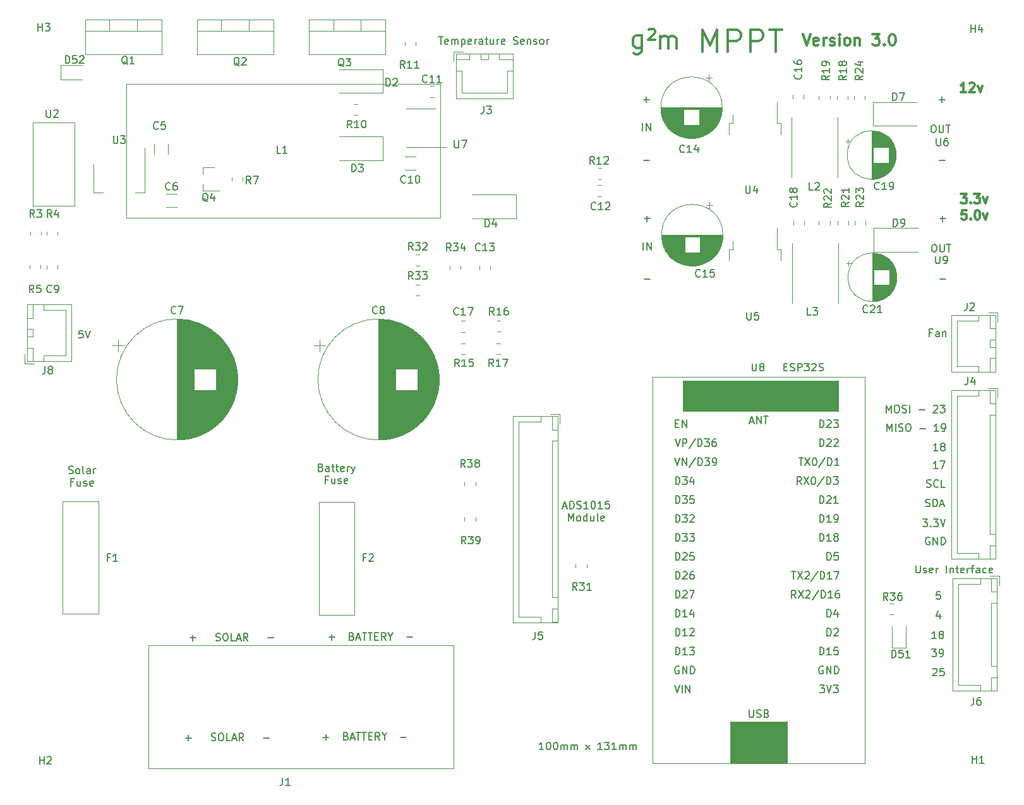
<source format=gbr>
%TF.GenerationSoftware,KiCad,Pcbnew,(5.1.10)-1*%
%TF.CreationDate,2022-09-19T20:48:06-07:00*%
%TF.ProjectId,MPPT_1KW_ESP32_ggmV3,4d505054-5f31-44b5-975f-45535033325f,rev?*%
%TF.SameCoordinates,Original*%
%TF.FileFunction,Legend,Top*%
%TF.FilePolarity,Positive*%
%FSLAX46Y46*%
G04 Gerber Fmt 4.6, Leading zero omitted, Abs format (unit mm)*
G04 Created by KiCad (PCBNEW (5.1.10)-1) date 2022-09-19 20:48:06*
%MOMM*%
%LPD*%
G01*
G04 APERTURE LIST*
%ADD10C,0.150000*%
%ADD11C,0.200000*%
%ADD12C,0.300000*%
%ADD13C,0.120000*%
%ADD14C,0.100000*%
G04 APERTURE END LIST*
D10*
X98109523Y-111452380D02*
X97633333Y-111452380D01*
X97585714Y-111928571D01*
X97633333Y-111880952D01*
X97728571Y-111833333D01*
X97966666Y-111833333D01*
X98061904Y-111880952D01*
X98109523Y-111928571D01*
X98157142Y-112023809D01*
X98157142Y-112261904D01*
X98109523Y-112357142D01*
X98061904Y-112404761D01*
X97966666Y-112452380D01*
X97728571Y-112452380D01*
X97633333Y-112404761D01*
X97585714Y-112357142D01*
X98442857Y-111452380D02*
X98776190Y-112452380D01*
X99109523Y-111452380D01*
X212038095Y-156847619D02*
X212085714Y-156800000D01*
X212180952Y-156752380D01*
X212419047Y-156752380D01*
X212514285Y-156800000D01*
X212561904Y-156847619D01*
X212609523Y-156942857D01*
X212609523Y-157038095D01*
X212561904Y-157180952D01*
X211990476Y-157752380D01*
X212609523Y-157752380D01*
X213514285Y-156752380D02*
X213038095Y-156752380D01*
X212990476Y-157228571D01*
X213038095Y-157180952D01*
X213133333Y-157133333D01*
X213371428Y-157133333D01*
X213466666Y-157180952D01*
X213514285Y-157228571D01*
X213561904Y-157323809D01*
X213561904Y-157561904D01*
X213514285Y-157657142D01*
X213466666Y-157704761D01*
X213371428Y-157752380D01*
X213133333Y-157752380D01*
X213038095Y-157704761D01*
X212990476Y-157657142D01*
X211890476Y-154152380D02*
X212509523Y-154152380D01*
X212176190Y-154533333D01*
X212319047Y-154533333D01*
X212414285Y-154580952D01*
X212461904Y-154628571D01*
X212509523Y-154723809D01*
X212509523Y-154961904D01*
X212461904Y-155057142D01*
X212414285Y-155104761D01*
X212319047Y-155152380D01*
X212033333Y-155152380D01*
X211938095Y-155104761D01*
X211890476Y-155057142D01*
X212985714Y-155152380D02*
X213176190Y-155152380D01*
X213271428Y-155104761D01*
X213319047Y-155057142D01*
X213414285Y-154914285D01*
X213461904Y-154723809D01*
X213461904Y-154342857D01*
X213414285Y-154247619D01*
X213366666Y-154200000D01*
X213271428Y-154152380D01*
X213080952Y-154152380D01*
X212985714Y-154200000D01*
X212938095Y-154247619D01*
X212890476Y-154342857D01*
X212890476Y-154580952D01*
X212938095Y-154676190D01*
X212985714Y-154723809D01*
X213080952Y-154771428D01*
X213271428Y-154771428D01*
X213366666Y-154723809D01*
X213414285Y-154676190D01*
X213461904Y-154580952D01*
X212509523Y-152752380D02*
X211938095Y-152752380D01*
X212223809Y-152752380D02*
X212223809Y-151752380D01*
X212128571Y-151895238D01*
X212033333Y-151990476D01*
X211938095Y-152038095D01*
X213080952Y-152180952D02*
X212985714Y-152133333D01*
X212938095Y-152085714D01*
X212890476Y-151990476D01*
X212890476Y-151942857D01*
X212938095Y-151847619D01*
X212985714Y-151800000D01*
X213080952Y-151752380D01*
X213271428Y-151752380D01*
X213366666Y-151800000D01*
X213414285Y-151847619D01*
X213461904Y-151942857D01*
X213461904Y-151990476D01*
X213414285Y-152085714D01*
X213366666Y-152133333D01*
X213271428Y-152180952D01*
X213080952Y-152180952D01*
X212985714Y-152228571D01*
X212938095Y-152276190D01*
X212890476Y-152371428D01*
X212890476Y-152561904D01*
X212938095Y-152657142D01*
X212985714Y-152704761D01*
X213080952Y-152752380D01*
X213271428Y-152752380D01*
X213366666Y-152704761D01*
X213414285Y-152657142D01*
X213461904Y-152561904D01*
X213461904Y-152371428D01*
X213414285Y-152276190D01*
X213366666Y-152228571D01*
X213271428Y-152180952D01*
X212990476Y-149385714D02*
X212990476Y-150052380D01*
X212752380Y-149004761D02*
X212514285Y-149719047D01*
X213133333Y-149719047D01*
X213038095Y-146452380D02*
X212561904Y-146452380D01*
X212514285Y-146928571D01*
X212561904Y-146880952D01*
X212657142Y-146833333D01*
X212895238Y-146833333D01*
X212990476Y-146880952D01*
X213038095Y-146928571D01*
X213085714Y-147023809D01*
X213085714Y-147261904D01*
X213038095Y-147357142D01*
X212990476Y-147404761D01*
X212895238Y-147452380D01*
X212657142Y-147452380D01*
X212561904Y-147404761D01*
X212514285Y-147357142D01*
X212709523Y-127552380D02*
X212138095Y-127552380D01*
X212423809Y-127552380D02*
X212423809Y-126552380D01*
X212328571Y-126695238D01*
X212233333Y-126790476D01*
X212138095Y-126838095D01*
X213280952Y-126980952D02*
X213185714Y-126933333D01*
X213138095Y-126885714D01*
X213090476Y-126790476D01*
X213090476Y-126742857D01*
X213138095Y-126647619D01*
X213185714Y-126600000D01*
X213280952Y-126552380D01*
X213471428Y-126552380D01*
X213566666Y-126600000D01*
X213614285Y-126647619D01*
X213661904Y-126742857D01*
X213661904Y-126790476D01*
X213614285Y-126885714D01*
X213566666Y-126933333D01*
X213471428Y-126980952D01*
X213280952Y-126980952D01*
X213185714Y-127028571D01*
X213138095Y-127076190D01*
X213090476Y-127171428D01*
X213090476Y-127361904D01*
X213138095Y-127457142D01*
X213185714Y-127504761D01*
X213280952Y-127552380D01*
X213471428Y-127552380D01*
X213566666Y-127504761D01*
X213614285Y-127457142D01*
X213661904Y-127361904D01*
X213661904Y-127171428D01*
X213614285Y-127076190D01*
X213566666Y-127028571D01*
X213471428Y-126980952D01*
X211638095Y-139200000D02*
X211542857Y-139152380D01*
X211400000Y-139152380D01*
X211257142Y-139200000D01*
X211161904Y-139295238D01*
X211114285Y-139390476D01*
X211066666Y-139580952D01*
X211066666Y-139723809D01*
X211114285Y-139914285D01*
X211161904Y-140009523D01*
X211257142Y-140104761D01*
X211400000Y-140152380D01*
X211495238Y-140152380D01*
X211638095Y-140104761D01*
X211685714Y-140057142D01*
X211685714Y-139723809D01*
X211495238Y-139723809D01*
X212114285Y-140152380D02*
X212114285Y-139152380D01*
X212685714Y-140152380D01*
X212685714Y-139152380D01*
X213161904Y-140152380D02*
X213161904Y-139152380D01*
X213400000Y-139152380D01*
X213542857Y-139200000D01*
X213638095Y-139295238D01*
X213685714Y-139390476D01*
X213733333Y-139580952D01*
X213733333Y-139723809D01*
X213685714Y-139914285D01*
X213638095Y-140009523D01*
X213542857Y-140104761D01*
X213400000Y-140152380D01*
X213161904Y-140152380D01*
X210723809Y-136752380D02*
X211342857Y-136752380D01*
X211009523Y-137133333D01*
X211152380Y-137133333D01*
X211247619Y-137180952D01*
X211295238Y-137228571D01*
X211342857Y-137323809D01*
X211342857Y-137561904D01*
X211295238Y-137657142D01*
X211247619Y-137704761D01*
X211152380Y-137752380D01*
X210866666Y-137752380D01*
X210771428Y-137704761D01*
X210723809Y-137657142D01*
X211771428Y-137657142D02*
X211819047Y-137704761D01*
X211771428Y-137752380D01*
X211723809Y-137704761D01*
X211771428Y-137657142D01*
X211771428Y-137752380D01*
X212152380Y-136752380D02*
X212771428Y-136752380D01*
X212438095Y-137133333D01*
X212580952Y-137133333D01*
X212676190Y-137180952D01*
X212723809Y-137228571D01*
X212771428Y-137323809D01*
X212771428Y-137561904D01*
X212723809Y-137657142D01*
X212676190Y-137704761D01*
X212580952Y-137752380D01*
X212295238Y-137752380D01*
X212200000Y-137704761D01*
X212152380Y-137657142D01*
X213057142Y-136752380D02*
X213390476Y-137752380D01*
X213723809Y-136752380D01*
X211085714Y-135004761D02*
X211228571Y-135052380D01*
X211466666Y-135052380D01*
X211561904Y-135004761D01*
X211609523Y-134957142D01*
X211657142Y-134861904D01*
X211657142Y-134766666D01*
X211609523Y-134671428D01*
X211561904Y-134623809D01*
X211466666Y-134576190D01*
X211276190Y-134528571D01*
X211180952Y-134480952D01*
X211133333Y-134433333D01*
X211085714Y-134338095D01*
X211085714Y-134242857D01*
X211133333Y-134147619D01*
X211180952Y-134100000D01*
X211276190Y-134052380D01*
X211514285Y-134052380D01*
X211657142Y-134100000D01*
X212085714Y-135052380D02*
X212085714Y-134052380D01*
X212323809Y-134052380D01*
X212466666Y-134100000D01*
X212561904Y-134195238D01*
X212609523Y-134290476D01*
X212657142Y-134480952D01*
X212657142Y-134623809D01*
X212609523Y-134814285D01*
X212561904Y-134909523D01*
X212466666Y-135004761D01*
X212323809Y-135052380D01*
X212085714Y-135052380D01*
X213038095Y-134766666D02*
X213514285Y-134766666D01*
X212942857Y-135052380D02*
X213276190Y-134052380D01*
X213609523Y-135052380D01*
X211209523Y-132404761D02*
X211352380Y-132452380D01*
X211590476Y-132452380D01*
X211685714Y-132404761D01*
X211733333Y-132357142D01*
X211780952Y-132261904D01*
X211780952Y-132166666D01*
X211733333Y-132071428D01*
X211685714Y-132023809D01*
X211590476Y-131976190D01*
X211400000Y-131928571D01*
X211304761Y-131880952D01*
X211257142Y-131833333D01*
X211209523Y-131738095D01*
X211209523Y-131642857D01*
X211257142Y-131547619D01*
X211304761Y-131500000D01*
X211400000Y-131452380D01*
X211638095Y-131452380D01*
X211780952Y-131500000D01*
X212780952Y-132357142D02*
X212733333Y-132404761D01*
X212590476Y-132452380D01*
X212495238Y-132452380D01*
X212352380Y-132404761D01*
X212257142Y-132309523D01*
X212209523Y-132214285D01*
X212161904Y-132023809D01*
X212161904Y-131880952D01*
X212209523Y-131690476D01*
X212257142Y-131595238D01*
X212352380Y-131500000D01*
X212495238Y-131452380D01*
X212590476Y-131452380D01*
X212733333Y-131500000D01*
X212780952Y-131547619D01*
X213685714Y-132452380D02*
X213209523Y-132452380D01*
X213209523Y-131452380D01*
X212709523Y-129952380D02*
X212138095Y-129952380D01*
X212423809Y-129952380D02*
X212423809Y-128952380D01*
X212328571Y-129095238D01*
X212233333Y-129190476D01*
X212138095Y-129238095D01*
X213042857Y-128952380D02*
X213709523Y-128952380D01*
X213280952Y-129952380D01*
X205895238Y-124952380D02*
X205895238Y-123952380D01*
X206228571Y-124666666D01*
X206561904Y-123952380D01*
X206561904Y-124952380D01*
X207038095Y-124952380D02*
X207038095Y-123952380D01*
X207466666Y-124904761D02*
X207609523Y-124952380D01*
X207847619Y-124952380D01*
X207942857Y-124904761D01*
X207990476Y-124857142D01*
X208038095Y-124761904D01*
X208038095Y-124666666D01*
X207990476Y-124571428D01*
X207942857Y-124523809D01*
X207847619Y-124476190D01*
X207657142Y-124428571D01*
X207561904Y-124380952D01*
X207514285Y-124333333D01*
X207466666Y-124238095D01*
X207466666Y-124142857D01*
X207514285Y-124047619D01*
X207561904Y-124000000D01*
X207657142Y-123952380D01*
X207895238Y-123952380D01*
X208038095Y-124000000D01*
X208657142Y-123952380D02*
X208847619Y-123952380D01*
X208942857Y-124000000D01*
X209038095Y-124095238D01*
X209085714Y-124285714D01*
X209085714Y-124619047D01*
X209038095Y-124809523D01*
X208942857Y-124904761D01*
X208847619Y-124952380D01*
X208657142Y-124952380D01*
X208561904Y-124904761D01*
X208466666Y-124809523D01*
X208419047Y-124619047D01*
X208419047Y-124285714D01*
X208466666Y-124095238D01*
X208561904Y-124000000D01*
X208657142Y-123952380D01*
X210276190Y-124571428D02*
X211038095Y-124571428D01*
X212800000Y-124952380D02*
X212228571Y-124952380D01*
X212514285Y-124952380D02*
X212514285Y-123952380D01*
X212419047Y-124095238D01*
X212323809Y-124190476D01*
X212228571Y-124238095D01*
X213276190Y-124952380D02*
X213466666Y-124952380D01*
X213561904Y-124904761D01*
X213609523Y-124857142D01*
X213704761Y-124714285D01*
X213752380Y-124523809D01*
X213752380Y-124142857D01*
X213704761Y-124047619D01*
X213657142Y-124000000D01*
X213561904Y-123952380D01*
X213371428Y-123952380D01*
X213276190Y-124000000D01*
X213228571Y-124047619D01*
X213180952Y-124142857D01*
X213180952Y-124380952D01*
X213228571Y-124476190D01*
X213276190Y-124523809D01*
X213371428Y-124571428D01*
X213561904Y-124571428D01*
X213657142Y-124523809D01*
X213704761Y-124476190D01*
X213752380Y-124380952D01*
D11*
X205795238Y-122452380D02*
X205795238Y-121452380D01*
X206128571Y-122166666D01*
X206461904Y-121452380D01*
X206461904Y-122452380D01*
X207128571Y-121452380D02*
X207319047Y-121452380D01*
X207414285Y-121500000D01*
X207509523Y-121595238D01*
X207557142Y-121785714D01*
X207557142Y-122119047D01*
X207509523Y-122309523D01*
X207414285Y-122404761D01*
X207319047Y-122452380D01*
X207128571Y-122452380D01*
X207033333Y-122404761D01*
X206938095Y-122309523D01*
X206890476Y-122119047D01*
X206890476Y-121785714D01*
X206938095Y-121595238D01*
X207033333Y-121500000D01*
X207128571Y-121452380D01*
X207938095Y-122404761D02*
X208080952Y-122452380D01*
X208319047Y-122452380D01*
X208414285Y-122404761D01*
X208461904Y-122357142D01*
X208509523Y-122261904D01*
X208509523Y-122166666D01*
X208461904Y-122071428D01*
X208414285Y-122023809D01*
X208319047Y-121976190D01*
X208128571Y-121928571D01*
X208033333Y-121880952D01*
X207985714Y-121833333D01*
X207938095Y-121738095D01*
X207938095Y-121642857D01*
X207985714Y-121547619D01*
X208033333Y-121500000D01*
X208128571Y-121452380D01*
X208366666Y-121452380D01*
X208509523Y-121500000D01*
X208938095Y-122452380D02*
X208938095Y-121452380D01*
X210176190Y-122071428D02*
X210938095Y-122071428D01*
X212128571Y-121547619D02*
X212176190Y-121500000D01*
X212271428Y-121452380D01*
X212509523Y-121452380D01*
X212604761Y-121500000D01*
X212652380Y-121547619D01*
X212700000Y-121642857D01*
X212700000Y-121738095D01*
X212652380Y-121880952D01*
X212080952Y-122452380D01*
X212700000Y-122452380D01*
X213033333Y-121452380D02*
X213652380Y-121452380D01*
X213319047Y-121833333D01*
X213461904Y-121833333D01*
X213557142Y-121880952D01*
X213604761Y-121928571D01*
X213652380Y-122023809D01*
X213652380Y-122261904D01*
X213604761Y-122357142D01*
X213557142Y-122404761D01*
X213461904Y-122452380D01*
X213176190Y-122452380D01*
X213080952Y-122404761D01*
X213033333Y-122357142D01*
D12*
X215814285Y-93127976D02*
X216588095Y-93127976D01*
X216171428Y-93604166D01*
X216350000Y-93604166D01*
X216469047Y-93663690D01*
X216528571Y-93723214D01*
X216588095Y-93842261D01*
X216588095Y-94139880D01*
X216528571Y-94258928D01*
X216469047Y-94318452D01*
X216350000Y-94377976D01*
X215992857Y-94377976D01*
X215873809Y-94318452D01*
X215814285Y-94258928D01*
X217123809Y-94258928D02*
X217183333Y-94318452D01*
X217123809Y-94377976D01*
X217064285Y-94318452D01*
X217123809Y-94258928D01*
X217123809Y-94377976D01*
X217600000Y-93127976D02*
X218373809Y-93127976D01*
X217957142Y-93604166D01*
X218135714Y-93604166D01*
X218254761Y-93663690D01*
X218314285Y-93723214D01*
X218373809Y-93842261D01*
X218373809Y-94139880D01*
X218314285Y-94258928D01*
X218254761Y-94318452D01*
X218135714Y-94377976D01*
X217778571Y-94377976D01*
X217659523Y-94318452D01*
X217600000Y-94258928D01*
X218790476Y-93544642D02*
X219088095Y-94377976D01*
X219385714Y-93544642D01*
X216528571Y-95302976D02*
X215933333Y-95302976D01*
X215873809Y-95898214D01*
X215933333Y-95838690D01*
X216052380Y-95779166D01*
X216350000Y-95779166D01*
X216469047Y-95838690D01*
X216528571Y-95898214D01*
X216588095Y-96017261D01*
X216588095Y-96314880D01*
X216528571Y-96433928D01*
X216469047Y-96493452D01*
X216350000Y-96552976D01*
X216052380Y-96552976D01*
X215933333Y-96493452D01*
X215873809Y-96433928D01*
X217123809Y-96433928D02*
X217183333Y-96493452D01*
X217123809Y-96552976D01*
X217064285Y-96493452D01*
X217123809Y-96433928D01*
X217123809Y-96552976D01*
X217957142Y-95302976D02*
X218076190Y-95302976D01*
X218195238Y-95362500D01*
X218254761Y-95422023D01*
X218314285Y-95541071D01*
X218373809Y-95779166D01*
X218373809Y-96076785D01*
X218314285Y-96314880D01*
X218254761Y-96433928D01*
X218195238Y-96493452D01*
X218076190Y-96552976D01*
X217957142Y-96552976D01*
X217838095Y-96493452D01*
X217778571Y-96433928D01*
X217719047Y-96314880D01*
X217659523Y-96076785D01*
X217659523Y-95779166D01*
X217719047Y-95541071D01*
X217778571Y-95422023D01*
X217838095Y-95362500D01*
X217957142Y-95302976D01*
X218790476Y-95719642D02*
X219088095Y-96552976D01*
X219385714Y-95719642D01*
X216485714Y-79465476D02*
X215771428Y-79465476D01*
X216128571Y-79465476D02*
X216128571Y-78215476D01*
X216009523Y-78394047D01*
X215890476Y-78513095D01*
X215771428Y-78572619D01*
X216961904Y-78334523D02*
X217021428Y-78275000D01*
X217140476Y-78215476D01*
X217438095Y-78215476D01*
X217557142Y-78275000D01*
X217616666Y-78334523D01*
X217676190Y-78453571D01*
X217676190Y-78572619D01*
X217616666Y-78751190D01*
X216902380Y-79465476D01*
X217676190Y-79465476D01*
X218092857Y-78632142D02*
X218390476Y-79465476D01*
X218688095Y-78632142D01*
D10*
X96238095Y-130579761D02*
X96380952Y-130627380D01*
X96619047Y-130627380D01*
X96714285Y-130579761D01*
X96761904Y-130532142D01*
X96809523Y-130436904D01*
X96809523Y-130341666D01*
X96761904Y-130246428D01*
X96714285Y-130198809D01*
X96619047Y-130151190D01*
X96428571Y-130103571D01*
X96333333Y-130055952D01*
X96285714Y-130008333D01*
X96238095Y-129913095D01*
X96238095Y-129817857D01*
X96285714Y-129722619D01*
X96333333Y-129675000D01*
X96428571Y-129627380D01*
X96666666Y-129627380D01*
X96809523Y-129675000D01*
X97380952Y-130627380D02*
X97285714Y-130579761D01*
X97238095Y-130532142D01*
X97190476Y-130436904D01*
X97190476Y-130151190D01*
X97238095Y-130055952D01*
X97285714Y-130008333D01*
X97380952Y-129960714D01*
X97523809Y-129960714D01*
X97619047Y-130008333D01*
X97666666Y-130055952D01*
X97714285Y-130151190D01*
X97714285Y-130436904D01*
X97666666Y-130532142D01*
X97619047Y-130579761D01*
X97523809Y-130627380D01*
X97380952Y-130627380D01*
X98285714Y-130627380D02*
X98190476Y-130579761D01*
X98142857Y-130484523D01*
X98142857Y-129627380D01*
X99095238Y-130627380D02*
X99095238Y-130103571D01*
X99047619Y-130008333D01*
X98952380Y-129960714D01*
X98761904Y-129960714D01*
X98666666Y-130008333D01*
X99095238Y-130579761D02*
X99000000Y-130627380D01*
X98761904Y-130627380D01*
X98666666Y-130579761D01*
X98619047Y-130484523D01*
X98619047Y-130389285D01*
X98666666Y-130294047D01*
X98761904Y-130246428D01*
X99000000Y-130246428D01*
X99095238Y-130198809D01*
X99571428Y-130627380D02*
X99571428Y-129960714D01*
X99571428Y-130151190D02*
X99619047Y-130055952D01*
X99666666Y-130008333D01*
X99761904Y-129960714D01*
X99857142Y-129960714D01*
X96857142Y-131753571D02*
X96523809Y-131753571D01*
X96523809Y-132277380D02*
X96523809Y-131277380D01*
X97000000Y-131277380D01*
X97809523Y-131610714D02*
X97809523Y-132277380D01*
X97380952Y-131610714D02*
X97380952Y-132134523D01*
X97428571Y-132229761D01*
X97523809Y-132277380D01*
X97666666Y-132277380D01*
X97761904Y-132229761D01*
X97809523Y-132182142D01*
X98238095Y-132229761D02*
X98333333Y-132277380D01*
X98523809Y-132277380D01*
X98619047Y-132229761D01*
X98666666Y-132134523D01*
X98666666Y-132086904D01*
X98619047Y-131991666D01*
X98523809Y-131944047D01*
X98380952Y-131944047D01*
X98285714Y-131896428D01*
X98238095Y-131801190D01*
X98238095Y-131753571D01*
X98285714Y-131658333D01*
X98380952Y-131610714D01*
X98523809Y-131610714D01*
X98619047Y-131658333D01*
X99476190Y-132229761D02*
X99380952Y-132277380D01*
X99190476Y-132277380D01*
X99095238Y-132229761D01*
X99047619Y-132134523D01*
X99047619Y-131753571D01*
X99095238Y-131658333D01*
X99190476Y-131610714D01*
X99380952Y-131610714D01*
X99476190Y-131658333D01*
X99523809Y-131753571D01*
X99523809Y-131848809D01*
X99047619Y-131944047D01*
X130028571Y-129803571D02*
X130171428Y-129851190D01*
X130219047Y-129898809D01*
X130266666Y-129994047D01*
X130266666Y-130136904D01*
X130219047Y-130232142D01*
X130171428Y-130279761D01*
X130076190Y-130327380D01*
X129695238Y-130327380D01*
X129695238Y-129327380D01*
X130028571Y-129327380D01*
X130123809Y-129375000D01*
X130171428Y-129422619D01*
X130219047Y-129517857D01*
X130219047Y-129613095D01*
X130171428Y-129708333D01*
X130123809Y-129755952D01*
X130028571Y-129803571D01*
X129695238Y-129803571D01*
X131123809Y-130327380D02*
X131123809Y-129803571D01*
X131076190Y-129708333D01*
X130980952Y-129660714D01*
X130790476Y-129660714D01*
X130695238Y-129708333D01*
X131123809Y-130279761D02*
X131028571Y-130327380D01*
X130790476Y-130327380D01*
X130695238Y-130279761D01*
X130647619Y-130184523D01*
X130647619Y-130089285D01*
X130695238Y-129994047D01*
X130790476Y-129946428D01*
X131028571Y-129946428D01*
X131123809Y-129898809D01*
X131457142Y-129660714D02*
X131838095Y-129660714D01*
X131600000Y-129327380D02*
X131600000Y-130184523D01*
X131647619Y-130279761D01*
X131742857Y-130327380D01*
X131838095Y-130327380D01*
X132028571Y-129660714D02*
X132409523Y-129660714D01*
X132171428Y-129327380D02*
X132171428Y-130184523D01*
X132219047Y-130279761D01*
X132314285Y-130327380D01*
X132409523Y-130327380D01*
X133123809Y-130279761D02*
X133028571Y-130327380D01*
X132838095Y-130327380D01*
X132742857Y-130279761D01*
X132695238Y-130184523D01*
X132695238Y-129803571D01*
X132742857Y-129708333D01*
X132838095Y-129660714D01*
X133028571Y-129660714D01*
X133123809Y-129708333D01*
X133171428Y-129803571D01*
X133171428Y-129898809D01*
X132695238Y-129994047D01*
X133600000Y-130327380D02*
X133600000Y-129660714D01*
X133600000Y-129851190D02*
X133647619Y-129755952D01*
X133695238Y-129708333D01*
X133790476Y-129660714D01*
X133885714Y-129660714D01*
X134123809Y-129660714D02*
X134361904Y-130327380D01*
X134600000Y-129660714D02*
X134361904Y-130327380D01*
X134266666Y-130565476D01*
X134219047Y-130613095D01*
X134123809Y-130660714D01*
X130957142Y-131453571D02*
X130623809Y-131453571D01*
X130623809Y-131977380D02*
X130623809Y-130977380D01*
X131100000Y-130977380D01*
X131909523Y-131310714D02*
X131909523Y-131977380D01*
X131480952Y-131310714D02*
X131480952Y-131834523D01*
X131528571Y-131929761D01*
X131623809Y-131977380D01*
X131766666Y-131977380D01*
X131861904Y-131929761D01*
X131909523Y-131882142D01*
X132338095Y-131929761D02*
X132433333Y-131977380D01*
X132623809Y-131977380D01*
X132719047Y-131929761D01*
X132766666Y-131834523D01*
X132766666Y-131786904D01*
X132719047Y-131691666D01*
X132623809Y-131644047D01*
X132480952Y-131644047D01*
X132385714Y-131596428D01*
X132338095Y-131501190D01*
X132338095Y-131453571D01*
X132385714Y-131358333D01*
X132480952Y-131310714D01*
X132623809Y-131310714D01*
X132719047Y-131358333D01*
X133576190Y-131929761D02*
X133480952Y-131977380D01*
X133290476Y-131977380D01*
X133195238Y-131929761D01*
X133147619Y-131834523D01*
X133147619Y-131453571D01*
X133195238Y-131358333D01*
X133290476Y-131310714D01*
X133480952Y-131310714D01*
X133576190Y-131358333D01*
X133623809Y-131453571D01*
X133623809Y-131548809D01*
X133147619Y-131644047D01*
X192080952Y-116328571D02*
X192414285Y-116328571D01*
X192557142Y-116852380D02*
X192080952Y-116852380D01*
X192080952Y-115852380D01*
X192557142Y-115852380D01*
X192938095Y-116804761D02*
X193080952Y-116852380D01*
X193319047Y-116852380D01*
X193414285Y-116804761D01*
X193461904Y-116757142D01*
X193509523Y-116661904D01*
X193509523Y-116566666D01*
X193461904Y-116471428D01*
X193414285Y-116423809D01*
X193319047Y-116376190D01*
X193128571Y-116328571D01*
X193033333Y-116280952D01*
X192985714Y-116233333D01*
X192938095Y-116138095D01*
X192938095Y-116042857D01*
X192985714Y-115947619D01*
X193033333Y-115900000D01*
X193128571Y-115852380D01*
X193366666Y-115852380D01*
X193509523Y-115900000D01*
X193938095Y-116852380D02*
X193938095Y-115852380D01*
X194319047Y-115852380D01*
X194414285Y-115900000D01*
X194461904Y-115947619D01*
X194509523Y-116042857D01*
X194509523Y-116185714D01*
X194461904Y-116280952D01*
X194414285Y-116328571D01*
X194319047Y-116376190D01*
X193938095Y-116376190D01*
X194842857Y-115852380D02*
X195461904Y-115852380D01*
X195128571Y-116233333D01*
X195271428Y-116233333D01*
X195366666Y-116280952D01*
X195414285Y-116328571D01*
X195461904Y-116423809D01*
X195461904Y-116661904D01*
X195414285Y-116757142D01*
X195366666Y-116804761D01*
X195271428Y-116852380D01*
X194985714Y-116852380D01*
X194890476Y-116804761D01*
X194842857Y-116757142D01*
X195842857Y-115947619D02*
X195890476Y-115900000D01*
X195985714Y-115852380D01*
X196223809Y-115852380D01*
X196319047Y-115900000D01*
X196366666Y-115947619D01*
X196414285Y-116042857D01*
X196414285Y-116138095D01*
X196366666Y-116280952D01*
X195795238Y-116852380D01*
X196414285Y-116852380D01*
X196795238Y-116804761D02*
X196938095Y-116852380D01*
X197176190Y-116852380D01*
X197271428Y-116804761D01*
X197319047Y-116757142D01*
X197366666Y-116661904D01*
X197366666Y-116566666D01*
X197319047Y-116471428D01*
X197271428Y-116423809D01*
X197176190Y-116376190D01*
X196985714Y-116328571D01*
X196890476Y-116280952D01*
X196842857Y-116233333D01*
X196795238Y-116138095D01*
X196795238Y-116042857D01*
X196842857Y-115947619D01*
X196890476Y-115900000D01*
X196985714Y-115852380D01*
X197223809Y-115852380D01*
X197366666Y-115900000D01*
X162480952Y-135041666D02*
X162957142Y-135041666D01*
X162385714Y-135327380D02*
X162719047Y-134327380D01*
X163052380Y-135327380D01*
X163385714Y-135327380D02*
X163385714Y-134327380D01*
X163623809Y-134327380D01*
X163766666Y-134375000D01*
X163861904Y-134470238D01*
X163909523Y-134565476D01*
X163957142Y-134755952D01*
X163957142Y-134898809D01*
X163909523Y-135089285D01*
X163861904Y-135184523D01*
X163766666Y-135279761D01*
X163623809Y-135327380D01*
X163385714Y-135327380D01*
X164338095Y-135279761D02*
X164480952Y-135327380D01*
X164719047Y-135327380D01*
X164814285Y-135279761D01*
X164861904Y-135232142D01*
X164909523Y-135136904D01*
X164909523Y-135041666D01*
X164861904Y-134946428D01*
X164814285Y-134898809D01*
X164719047Y-134851190D01*
X164528571Y-134803571D01*
X164433333Y-134755952D01*
X164385714Y-134708333D01*
X164338095Y-134613095D01*
X164338095Y-134517857D01*
X164385714Y-134422619D01*
X164433333Y-134375000D01*
X164528571Y-134327380D01*
X164766666Y-134327380D01*
X164909523Y-134375000D01*
X165861904Y-135327380D02*
X165290476Y-135327380D01*
X165576190Y-135327380D02*
X165576190Y-134327380D01*
X165480952Y-134470238D01*
X165385714Y-134565476D01*
X165290476Y-134613095D01*
X166480952Y-134327380D02*
X166576190Y-134327380D01*
X166671428Y-134375000D01*
X166719047Y-134422619D01*
X166766666Y-134517857D01*
X166814285Y-134708333D01*
X166814285Y-134946428D01*
X166766666Y-135136904D01*
X166719047Y-135232142D01*
X166671428Y-135279761D01*
X166576190Y-135327380D01*
X166480952Y-135327380D01*
X166385714Y-135279761D01*
X166338095Y-135232142D01*
X166290476Y-135136904D01*
X166242857Y-134946428D01*
X166242857Y-134708333D01*
X166290476Y-134517857D01*
X166338095Y-134422619D01*
X166385714Y-134375000D01*
X166480952Y-134327380D01*
X167766666Y-135327380D02*
X167195238Y-135327380D01*
X167480952Y-135327380D02*
X167480952Y-134327380D01*
X167385714Y-134470238D01*
X167290476Y-134565476D01*
X167195238Y-134613095D01*
X168671428Y-134327380D02*
X168195238Y-134327380D01*
X168147619Y-134803571D01*
X168195238Y-134755952D01*
X168290476Y-134708333D01*
X168528571Y-134708333D01*
X168623809Y-134755952D01*
X168671428Y-134803571D01*
X168719047Y-134898809D01*
X168719047Y-135136904D01*
X168671428Y-135232142D01*
X168623809Y-135279761D01*
X168528571Y-135327380D01*
X168290476Y-135327380D01*
X168195238Y-135279761D01*
X168147619Y-135232142D01*
X163219047Y-136977380D02*
X163219047Y-135977380D01*
X163552380Y-136691666D01*
X163885714Y-135977380D01*
X163885714Y-136977380D01*
X164504761Y-136977380D02*
X164409523Y-136929761D01*
X164361904Y-136882142D01*
X164314285Y-136786904D01*
X164314285Y-136501190D01*
X164361904Y-136405952D01*
X164409523Y-136358333D01*
X164504761Y-136310714D01*
X164647619Y-136310714D01*
X164742857Y-136358333D01*
X164790476Y-136405952D01*
X164838095Y-136501190D01*
X164838095Y-136786904D01*
X164790476Y-136882142D01*
X164742857Y-136929761D01*
X164647619Y-136977380D01*
X164504761Y-136977380D01*
X165695238Y-136977380D02*
X165695238Y-135977380D01*
X165695238Y-136929761D02*
X165600000Y-136977380D01*
X165409523Y-136977380D01*
X165314285Y-136929761D01*
X165266666Y-136882142D01*
X165219047Y-136786904D01*
X165219047Y-136501190D01*
X165266666Y-136405952D01*
X165314285Y-136358333D01*
X165409523Y-136310714D01*
X165600000Y-136310714D01*
X165695238Y-136358333D01*
X166600000Y-136310714D02*
X166600000Y-136977380D01*
X166171428Y-136310714D02*
X166171428Y-136834523D01*
X166219047Y-136929761D01*
X166314285Y-136977380D01*
X166457142Y-136977380D01*
X166552380Y-136929761D01*
X166600000Y-136882142D01*
X167219047Y-136977380D02*
X167123809Y-136929761D01*
X167076190Y-136834523D01*
X167076190Y-135977380D01*
X167980952Y-136929761D02*
X167885714Y-136977380D01*
X167695238Y-136977380D01*
X167600000Y-136929761D01*
X167552380Y-136834523D01*
X167552380Y-136453571D01*
X167600000Y-136358333D01*
X167695238Y-136310714D01*
X167885714Y-136310714D01*
X167980952Y-136358333D01*
X168028571Y-136453571D01*
X168028571Y-136548809D01*
X167552380Y-136644047D01*
X209780952Y-142952380D02*
X209780952Y-143761904D01*
X209828571Y-143857142D01*
X209876190Y-143904761D01*
X209971428Y-143952380D01*
X210161904Y-143952380D01*
X210257142Y-143904761D01*
X210304761Y-143857142D01*
X210352380Y-143761904D01*
X210352380Y-142952380D01*
X210780952Y-143904761D02*
X210876190Y-143952380D01*
X211066666Y-143952380D01*
X211161904Y-143904761D01*
X211209523Y-143809523D01*
X211209523Y-143761904D01*
X211161904Y-143666666D01*
X211066666Y-143619047D01*
X210923809Y-143619047D01*
X210828571Y-143571428D01*
X210780952Y-143476190D01*
X210780952Y-143428571D01*
X210828571Y-143333333D01*
X210923809Y-143285714D01*
X211066666Y-143285714D01*
X211161904Y-143333333D01*
X212019047Y-143904761D02*
X211923809Y-143952380D01*
X211733333Y-143952380D01*
X211638095Y-143904761D01*
X211590476Y-143809523D01*
X211590476Y-143428571D01*
X211638095Y-143333333D01*
X211733333Y-143285714D01*
X211923809Y-143285714D01*
X212019047Y-143333333D01*
X212066666Y-143428571D01*
X212066666Y-143523809D01*
X211590476Y-143619047D01*
X212495238Y-143952380D02*
X212495238Y-143285714D01*
X212495238Y-143476190D02*
X212542857Y-143380952D01*
X212590476Y-143333333D01*
X212685714Y-143285714D01*
X212780952Y-143285714D01*
X213876190Y-143952380D02*
X213876190Y-142952380D01*
X214352380Y-143285714D02*
X214352380Y-143952380D01*
X214352380Y-143380952D02*
X214400000Y-143333333D01*
X214495238Y-143285714D01*
X214638095Y-143285714D01*
X214733333Y-143333333D01*
X214780952Y-143428571D01*
X214780952Y-143952380D01*
X215114285Y-143285714D02*
X215495238Y-143285714D01*
X215257142Y-142952380D02*
X215257142Y-143809523D01*
X215304761Y-143904761D01*
X215400000Y-143952380D01*
X215495238Y-143952380D01*
X216209523Y-143904761D02*
X216114285Y-143952380D01*
X215923809Y-143952380D01*
X215828571Y-143904761D01*
X215780952Y-143809523D01*
X215780952Y-143428571D01*
X215828571Y-143333333D01*
X215923809Y-143285714D01*
X216114285Y-143285714D01*
X216209523Y-143333333D01*
X216257142Y-143428571D01*
X216257142Y-143523809D01*
X215780952Y-143619047D01*
X216685714Y-143952380D02*
X216685714Y-143285714D01*
X216685714Y-143476190D02*
X216733333Y-143380952D01*
X216780952Y-143333333D01*
X216876190Y-143285714D01*
X216971428Y-143285714D01*
X217161904Y-143285714D02*
X217542857Y-143285714D01*
X217304761Y-143952380D02*
X217304761Y-143095238D01*
X217352380Y-143000000D01*
X217447619Y-142952380D01*
X217542857Y-142952380D01*
X218304761Y-143952380D02*
X218304761Y-143428571D01*
X218257142Y-143333333D01*
X218161904Y-143285714D01*
X217971428Y-143285714D01*
X217876190Y-143333333D01*
X218304761Y-143904761D02*
X218209523Y-143952380D01*
X217971428Y-143952380D01*
X217876190Y-143904761D01*
X217828571Y-143809523D01*
X217828571Y-143714285D01*
X217876190Y-143619047D01*
X217971428Y-143571428D01*
X218209523Y-143571428D01*
X218304761Y-143523809D01*
X219209523Y-143904761D02*
X219114285Y-143952380D01*
X218923809Y-143952380D01*
X218828571Y-143904761D01*
X218780952Y-143857142D01*
X218733333Y-143761904D01*
X218733333Y-143476190D01*
X218780952Y-143380952D01*
X218828571Y-143333333D01*
X218923809Y-143285714D01*
X219114285Y-143285714D01*
X219209523Y-143333333D01*
X220019047Y-143904761D02*
X219923809Y-143952380D01*
X219733333Y-143952380D01*
X219638095Y-143904761D01*
X219590476Y-143809523D01*
X219590476Y-143428571D01*
X219638095Y-143333333D01*
X219733333Y-143285714D01*
X219923809Y-143285714D01*
X220019047Y-143333333D01*
X220066666Y-143428571D01*
X220066666Y-143523809D01*
X219590476Y-143619047D01*
X211938095Y-111728571D02*
X211604761Y-111728571D01*
X211604761Y-112252380D02*
X211604761Y-111252380D01*
X212080952Y-111252380D01*
X212890476Y-112252380D02*
X212890476Y-111728571D01*
X212842857Y-111633333D01*
X212747619Y-111585714D01*
X212557142Y-111585714D01*
X212461904Y-111633333D01*
X212890476Y-112204761D02*
X212795238Y-112252380D01*
X212557142Y-112252380D01*
X212461904Y-112204761D01*
X212414285Y-112109523D01*
X212414285Y-112014285D01*
X212461904Y-111919047D01*
X212557142Y-111871428D01*
X212795238Y-111871428D01*
X212890476Y-111823809D01*
X213366666Y-111585714D02*
X213366666Y-112252380D01*
X213366666Y-111680952D02*
X213414285Y-111633333D01*
X213509523Y-111585714D01*
X213652380Y-111585714D01*
X213747619Y-111633333D01*
X213795238Y-111728571D01*
X213795238Y-112252380D01*
X145795238Y-72052380D02*
X146366666Y-72052380D01*
X146080952Y-73052380D02*
X146080952Y-72052380D01*
X147080952Y-73004761D02*
X146985714Y-73052380D01*
X146795238Y-73052380D01*
X146700000Y-73004761D01*
X146652380Y-72909523D01*
X146652380Y-72528571D01*
X146700000Y-72433333D01*
X146795238Y-72385714D01*
X146985714Y-72385714D01*
X147080952Y-72433333D01*
X147128571Y-72528571D01*
X147128571Y-72623809D01*
X146652380Y-72719047D01*
X147557142Y-73052380D02*
X147557142Y-72385714D01*
X147557142Y-72480952D02*
X147604761Y-72433333D01*
X147700000Y-72385714D01*
X147842857Y-72385714D01*
X147938095Y-72433333D01*
X147985714Y-72528571D01*
X147985714Y-73052380D01*
X147985714Y-72528571D02*
X148033333Y-72433333D01*
X148128571Y-72385714D01*
X148271428Y-72385714D01*
X148366666Y-72433333D01*
X148414285Y-72528571D01*
X148414285Y-73052380D01*
X148890476Y-72385714D02*
X148890476Y-73385714D01*
X148890476Y-72433333D02*
X148985714Y-72385714D01*
X149176190Y-72385714D01*
X149271428Y-72433333D01*
X149319047Y-72480952D01*
X149366666Y-72576190D01*
X149366666Y-72861904D01*
X149319047Y-72957142D01*
X149271428Y-73004761D01*
X149176190Y-73052380D01*
X148985714Y-73052380D01*
X148890476Y-73004761D01*
X150176190Y-73004761D02*
X150080952Y-73052380D01*
X149890476Y-73052380D01*
X149795238Y-73004761D01*
X149747619Y-72909523D01*
X149747619Y-72528571D01*
X149795238Y-72433333D01*
X149890476Y-72385714D01*
X150080952Y-72385714D01*
X150176190Y-72433333D01*
X150223809Y-72528571D01*
X150223809Y-72623809D01*
X149747619Y-72719047D01*
X150652380Y-73052380D02*
X150652380Y-72385714D01*
X150652380Y-72576190D02*
X150700000Y-72480952D01*
X150747619Y-72433333D01*
X150842857Y-72385714D01*
X150938095Y-72385714D01*
X151700000Y-73052380D02*
X151700000Y-72528571D01*
X151652380Y-72433333D01*
X151557142Y-72385714D01*
X151366666Y-72385714D01*
X151271428Y-72433333D01*
X151700000Y-73004761D02*
X151604761Y-73052380D01*
X151366666Y-73052380D01*
X151271428Y-73004761D01*
X151223809Y-72909523D01*
X151223809Y-72814285D01*
X151271428Y-72719047D01*
X151366666Y-72671428D01*
X151604761Y-72671428D01*
X151700000Y-72623809D01*
X152033333Y-72385714D02*
X152414285Y-72385714D01*
X152176190Y-72052380D02*
X152176190Y-72909523D01*
X152223809Y-73004761D01*
X152319047Y-73052380D01*
X152414285Y-73052380D01*
X153176190Y-72385714D02*
X153176190Y-73052380D01*
X152747619Y-72385714D02*
X152747619Y-72909523D01*
X152795238Y-73004761D01*
X152890476Y-73052380D01*
X153033333Y-73052380D01*
X153128571Y-73004761D01*
X153176190Y-72957142D01*
X153652380Y-73052380D02*
X153652380Y-72385714D01*
X153652380Y-72576190D02*
X153700000Y-72480952D01*
X153747619Y-72433333D01*
X153842857Y-72385714D01*
X153938095Y-72385714D01*
X154652380Y-73004761D02*
X154557142Y-73052380D01*
X154366666Y-73052380D01*
X154271428Y-73004761D01*
X154223809Y-72909523D01*
X154223809Y-72528571D01*
X154271428Y-72433333D01*
X154366666Y-72385714D01*
X154557142Y-72385714D01*
X154652380Y-72433333D01*
X154700000Y-72528571D01*
X154700000Y-72623809D01*
X154223809Y-72719047D01*
X155842857Y-73004761D02*
X155985714Y-73052380D01*
X156223809Y-73052380D01*
X156319047Y-73004761D01*
X156366666Y-72957142D01*
X156414285Y-72861904D01*
X156414285Y-72766666D01*
X156366666Y-72671428D01*
X156319047Y-72623809D01*
X156223809Y-72576190D01*
X156033333Y-72528571D01*
X155938095Y-72480952D01*
X155890476Y-72433333D01*
X155842857Y-72338095D01*
X155842857Y-72242857D01*
X155890476Y-72147619D01*
X155938095Y-72100000D01*
X156033333Y-72052380D01*
X156271428Y-72052380D01*
X156414285Y-72100000D01*
X157223809Y-73004761D02*
X157128571Y-73052380D01*
X156938095Y-73052380D01*
X156842857Y-73004761D01*
X156795238Y-72909523D01*
X156795238Y-72528571D01*
X156842857Y-72433333D01*
X156938095Y-72385714D01*
X157128571Y-72385714D01*
X157223809Y-72433333D01*
X157271428Y-72528571D01*
X157271428Y-72623809D01*
X156795238Y-72719047D01*
X157700000Y-72385714D02*
X157700000Y-73052380D01*
X157700000Y-72480952D02*
X157747619Y-72433333D01*
X157842857Y-72385714D01*
X157985714Y-72385714D01*
X158080952Y-72433333D01*
X158128571Y-72528571D01*
X158128571Y-73052380D01*
X158557142Y-73004761D02*
X158652380Y-73052380D01*
X158842857Y-73052380D01*
X158938095Y-73004761D01*
X158985714Y-72909523D01*
X158985714Y-72861904D01*
X158938095Y-72766666D01*
X158842857Y-72719047D01*
X158700000Y-72719047D01*
X158604761Y-72671428D01*
X158557142Y-72576190D01*
X158557142Y-72528571D01*
X158604761Y-72433333D01*
X158700000Y-72385714D01*
X158842857Y-72385714D01*
X158938095Y-72433333D01*
X159557142Y-73052380D02*
X159461904Y-73004761D01*
X159414285Y-72957142D01*
X159366666Y-72861904D01*
X159366666Y-72576190D01*
X159414285Y-72480952D01*
X159461904Y-72433333D01*
X159557142Y-72385714D01*
X159700000Y-72385714D01*
X159795238Y-72433333D01*
X159842857Y-72480952D01*
X159890476Y-72576190D01*
X159890476Y-72861904D01*
X159842857Y-72957142D01*
X159795238Y-73004761D01*
X159700000Y-73052380D01*
X159557142Y-73052380D01*
X160319047Y-73052380D02*
X160319047Y-72385714D01*
X160319047Y-72576190D02*
X160366666Y-72480952D01*
X160414285Y-72433333D01*
X160509523Y-72385714D01*
X160604761Y-72385714D01*
X159871428Y-167652380D02*
X159300000Y-167652380D01*
X159585714Y-167652380D02*
X159585714Y-166652380D01*
X159490476Y-166795238D01*
X159395238Y-166890476D01*
X159300000Y-166938095D01*
X160490476Y-166652380D02*
X160585714Y-166652380D01*
X160680952Y-166700000D01*
X160728571Y-166747619D01*
X160776190Y-166842857D01*
X160823809Y-167033333D01*
X160823809Y-167271428D01*
X160776190Y-167461904D01*
X160728571Y-167557142D01*
X160680952Y-167604761D01*
X160585714Y-167652380D01*
X160490476Y-167652380D01*
X160395238Y-167604761D01*
X160347619Y-167557142D01*
X160300000Y-167461904D01*
X160252380Y-167271428D01*
X160252380Y-167033333D01*
X160300000Y-166842857D01*
X160347619Y-166747619D01*
X160395238Y-166700000D01*
X160490476Y-166652380D01*
X161442857Y-166652380D02*
X161538095Y-166652380D01*
X161633333Y-166700000D01*
X161680952Y-166747619D01*
X161728571Y-166842857D01*
X161776190Y-167033333D01*
X161776190Y-167271428D01*
X161728571Y-167461904D01*
X161680952Y-167557142D01*
X161633333Y-167604761D01*
X161538095Y-167652380D01*
X161442857Y-167652380D01*
X161347619Y-167604761D01*
X161300000Y-167557142D01*
X161252380Y-167461904D01*
X161204761Y-167271428D01*
X161204761Y-167033333D01*
X161252380Y-166842857D01*
X161300000Y-166747619D01*
X161347619Y-166700000D01*
X161442857Y-166652380D01*
X162204761Y-167652380D02*
X162204761Y-166985714D01*
X162204761Y-167080952D02*
X162252380Y-167033333D01*
X162347619Y-166985714D01*
X162490476Y-166985714D01*
X162585714Y-167033333D01*
X162633333Y-167128571D01*
X162633333Y-167652380D01*
X162633333Y-167128571D02*
X162680952Y-167033333D01*
X162776190Y-166985714D01*
X162919047Y-166985714D01*
X163014285Y-167033333D01*
X163061904Y-167128571D01*
X163061904Y-167652380D01*
X163538095Y-167652380D02*
X163538095Y-166985714D01*
X163538095Y-167080952D02*
X163585714Y-167033333D01*
X163680952Y-166985714D01*
X163823809Y-166985714D01*
X163919047Y-167033333D01*
X163966666Y-167128571D01*
X163966666Y-167652380D01*
X163966666Y-167128571D02*
X164014285Y-167033333D01*
X164109523Y-166985714D01*
X164252380Y-166985714D01*
X164347619Y-167033333D01*
X164395238Y-167128571D01*
X164395238Y-167652380D01*
X165538095Y-167652380D02*
X166061904Y-166985714D01*
X165538095Y-166985714D02*
X166061904Y-167652380D01*
X167728571Y-167652380D02*
X167157142Y-167652380D01*
X167442857Y-167652380D02*
X167442857Y-166652380D01*
X167347619Y-166795238D01*
X167252380Y-166890476D01*
X167157142Y-166938095D01*
X168061904Y-166652380D02*
X168680952Y-166652380D01*
X168347619Y-167033333D01*
X168490476Y-167033333D01*
X168585714Y-167080952D01*
X168633333Y-167128571D01*
X168680952Y-167223809D01*
X168680952Y-167461904D01*
X168633333Y-167557142D01*
X168585714Y-167604761D01*
X168490476Y-167652380D01*
X168204761Y-167652380D01*
X168109523Y-167604761D01*
X168061904Y-167557142D01*
X169633333Y-167652380D02*
X169061904Y-167652380D01*
X169347619Y-167652380D02*
X169347619Y-166652380D01*
X169252380Y-166795238D01*
X169157142Y-166890476D01*
X169061904Y-166938095D01*
X170061904Y-167652380D02*
X170061904Y-166985714D01*
X170061904Y-167080952D02*
X170109523Y-167033333D01*
X170204761Y-166985714D01*
X170347619Y-166985714D01*
X170442857Y-167033333D01*
X170490476Y-167128571D01*
X170490476Y-167652380D01*
X170490476Y-167128571D02*
X170538095Y-167033333D01*
X170633333Y-166985714D01*
X170776190Y-166985714D01*
X170871428Y-167033333D01*
X170919047Y-167128571D01*
X170919047Y-167652380D01*
X171395238Y-167652380D02*
X171395238Y-166985714D01*
X171395238Y-167080952D02*
X171442857Y-167033333D01*
X171538095Y-166985714D01*
X171680952Y-166985714D01*
X171776190Y-167033333D01*
X171823809Y-167128571D01*
X171823809Y-167652380D01*
X171823809Y-167128571D02*
X171871428Y-167033333D01*
X171966666Y-166985714D01*
X172109523Y-166985714D01*
X172204761Y-167033333D01*
X172252380Y-167128571D01*
X172252380Y-167652380D01*
X131104761Y-152571428D02*
X131866666Y-152571428D01*
X131485714Y-152952380D02*
X131485714Y-152190476D01*
X134200000Y-152428571D02*
X134342857Y-152476190D01*
X134390476Y-152523809D01*
X134438095Y-152619047D01*
X134438095Y-152761904D01*
X134390476Y-152857142D01*
X134342857Y-152904761D01*
X134247619Y-152952380D01*
X133866666Y-152952380D01*
X133866666Y-151952380D01*
X134200000Y-151952380D01*
X134295238Y-152000000D01*
X134342857Y-152047619D01*
X134390476Y-152142857D01*
X134390476Y-152238095D01*
X134342857Y-152333333D01*
X134295238Y-152380952D01*
X134200000Y-152428571D01*
X133866666Y-152428571D01*
X134819047Y-152666666D02*
X135295238Y-152666666D01*
X134723809Y-152952380D02*
X135057142Y-151952380D01*
X135390476Y-152952380D01*
X135580952Y-151952380D02*
X136152380Y-151952380D01*
X135866666Y-152952380D02*
X135866666Y-151952380D01*
X136342857Y-151952380D02*
X136914285Y-151952380D01*
X136628571Y-152952380D02*
X136628571Y-151952380D01*
X137247619Y-152428571D02*
X137580952Y-152428571D01*
X137723809Y-152952380D02*
X137247619Y-152952380D01*
X137247619Y-151952380D01*
X137723809Y-151952380D01*
X138723809Y-152952380D02*
X138390476Y-152476190D01*
X138152380Y-152952380D02*
X138152380Y-151952380D01*
X138533333Y-151952380D01*
X138628571Y-152000000D01*
X138676190Y-152047619D01*
X138723809Y-152142857D01*
X138723809Y-152285714D01*
X138676190Y-152380952D01*
X138628571Y-152428571D01*
X138533333Y-152476190D01*
X138152380Y-152476190D01*
X139342857Y-152476190D02*
X139342857Y-152952380D01*
X139009523Y-151952380D02*
X139342857Y-152476190D01*
X139676190Y-151952380D01*
X141533333Y-152571428D02*
X142295238Y-152571428D01*
X130304761Y-165971428D02*
X131066666Y-165971428D01*
X130685714Y-166352380D02*
X130685714Y-165590476D01*
X133400000Y-165828571D02*
X133542857Y-165876190D01*
X133590476Y-165923809D01*
X133638095Y-166019047D01*
X133638095Y-166161904D01*
X133590476Y-166257142D01*
X133542857Y-166304761D01*
X133447619Y-166352380D01*
X133066666Y-166352380D01*
X133066666Y-165352380D01*
X133400000Y-165352380D01*
X133495238Y-165400000D01*
X133542857Y-165447619D01*
X133590476Y-165542857D01*
X133590476Y-165638095D01*
X133542857Y-165733333D01*
X133495238Y-165780952D01*
X133400000Y-165828571D01*
X133066666Y-165828571D01*
X134019047Y-166066666D02*
X134495238Y-166066666D01*
X133923809Y-166352380D02*
X134257142Y-165352380D01*
X134590476Y-166352380D01*
X134780952Y-165352380D02*
X135352380Y-165352380D01*
X135066666Y-166352380D02*
X135066666Y-165352380D01*
X135542857Y-165352380D02*
X136114285Y-165352380D01*
X135828571Y-166352380D02*
X135828571Y-165352380D01*
X136447619Y-165828571D02*
X136780952Y-165828571D01*
X136923809Y-166352380D02*
X136447619Y-166352380D01*
X136447619Y-165352380D01*
X136923809Y-165352380D01*
X137923809Y-166352380D02*
X137590476Y-165876190D01*
X137352380Y-166352380D02*
X137352380Y-165352380D01*
X137733333Y-165352380D01*
X137828571Y-165400000D01*
X137876190Y-165447619D01*
X137923809Y-165542857D01*
X137923809Y-165685714D01*
X137876190Y-165780952D01*
X137828571Y-165828571D01*
X137733333Y-165876190D01*
X137352380Y-165876190D01*
X138542857Y-165876190D02*
X138542857Y-166352380D01*
X138209523Y-165352380D02*
X138542857Y-165876190D01*
X138876190Y-165352380D01*
X140733333Y-165971428D02*
X141495238Y-165971428D01*
X112480952Y-152671428D02*
X113242857Y-152671428D01*
X112861904Y-153052380D02*
X112861904Y-152290476D01*
X115957142Y-153004761D02*
X116100000Y-153052380D01*
X116338095Y-153052380D01*
X116433333Y-153004761D01*
X116480952Y-152957142D01*
X116528571Y-152861904D01*
X116528571Y-152766666D01*
X116480952Y-152671428D01*
X116433333Y-152623809D01*
X116338095Y-152576190D01*
X116147619Y-152528571D01*
X116052380Y-152480952D01*
X116004761Y-152433333D01*
X115957142Y-152338095D01*
X115957142Y-152242857D01*
X116004761Y-152147619D01*
X116052380Y-152100000D01*
X116147619Y-152052380D01*
X116385714Y-152052380D01*
X116528571Y-152100000D01*
X117147619Y-152052380D02*
X117338095Y-152052380D01*
X117433333Y-152100000D01*
X117528571Y-152195238D01*
X117576190Y-152385714D01*
X117576190Y-152719047D01*
X117528571Y-152909523D01*
X117433333Y-153004761D01*
X117338095Y-153052380D01*
X117147619Y-153052380D01*
X117052380Y-153004761D01*
X116957142Y-152909523D01*
X116909523Y-152719047D01*
X116909523Y-152385714D01*
X116957142Y-152195238D01*
X117052380Y-152100000D01*
X117147619Y-152052380D01*
X118480952Y-153052380D02*
X118004761Y-153052380D01*
X118004761Y-152052380D01*
X118766666Y-152766666D02*
X119242857Y-152766666D01*
X118671428Y-153052380D02*
X119004761Y-152052380D01*
X119338095Y-153052380D01*
X120242857Y-153052380D02*
X119909523Y-152576190D01*
X119671428Y-153052380D02*
X119671428Y-152052380D01*
X120052380Y-152052380D01*
X120147619Y-152100000D01*
X120195238Y-152147619D01*
X120242857Y-152242857D01*
X120242857Y-152385714D01*
X120195238Y-152480952D01*
X120147619Y-152528571D01*
X120052380Y-152576190D01*
X119671428Y-152576190D01*
X122957142Y-152671428D02*
X123719047Y-152671428D01*
X111880952Y-166071428D02*
X112642857Y-166071428D01*
X112261904Y-166452380D02*
X112261904Y-165690476D01*
X115357142Y-166404761D02*
X115500000Y-166452380D01*
X115738095Y-166452380D01*
X115833333Y-166404761D01*
X115880952Y-166357142D01*
X115928571Y-166261904D01*
X115928571Y-166166666D01*
X115880952Y-166071428D01*
X115833333Y-166023809D01*
X115738095Y-165976190D01*
X115547619Y-165928571D01*
X115452380Y-165880952D01*
X115404761Y-165833333D01*
X115357142Y-165738095D01*
X115357142Y-165642857D01*
X115404761Y-165547619D01*
X115452380Y-165500000D01*
X115547619Y-165452380D01*
X115785714Y-165452380D01*
X115928571Y-165500000D01*
X116547619Y-165452380D02*
X116738095Y-165452380D01*
X116833333Y-165500000D01*
X116928571Y-165595238D01*
X116976190Y-165785714D01*
X116976190Y-166119047D01*
X116928571Y-166309523D01*
X116833333Y-166404761D01*
X116738095Y-166452380D01*
X116547619Y-166452380D01*
X116452380Y-166404761D01*
X116357142Y-166309523D01*
X116309523Y-166119047D01*
X116309523Y-165785714D01*
X116357142Y-165595238D01*
X116452380Y-165500000D01*
X116547619Y-165452380D01*
X117880952Y-166452380D02*
X117404761Y-166452380D01*
X117404761Y-165452380D01*
X118166666Y-166166666D02*
X118642857Y-166166666D01*
X118071428Y-166452380D02*
X118404761Y-165452380D01*
X118738095Y-166452380D01*
X119642857Y-166452380D02*
X119309523Y-165976190D01*
X119071428Y-166452380D02*
X119071428Y-165452380D01*
X119452380Y-165452380D01*
X119547619Y-165500000D01*
X119595238Y-165547619D01*
X119642857Y-165642857D01*
X119642857Y-165785714D01*
X119595238Y-165880952D01*
X119547619Y-165928571D01*
X119452380Y-165976190D01*
X119071428Y-165976190D01*
X122357142Y-166071428D02*
X123119047Y-166071428D01*
D12*
X194614285Y-71678571D02*
X195114285Y-73178571D01*
X195614285Y-71678571D01*
X196685714Y-73107142D02*
X196542857Y-73178571D01*
X196257142Y-73178571D01*
X196114285Y-73107142D01*
X196042857Y-72964285D01*
X196042857Y-72392857D01*
X196114285Y-72250000D01*
X196257142Y-72178571D01*
X196542857Y-72178571D01*
X196685714Y-72250000D01*
X196757142Y-72392857D01*
X196757142Y-72535714D01*
X196042857Y-72678571D01*
X197400000Y-73178571D02*
X197400000Y-72178571D01*
X197400000Y-72464285D02*
X197471428Y-72321428D01*
X197542857Y-72250000D01*
X197685714Y-72178571D01*
X197828571Y-72178571D01*
X198257142Y-73107142D02*
X198400000Y-73178571D01*
X198685714Y-73178571D01*
X198828571Y-73107142D01*
X198900000Y-72964285D01*
X198900000Y-72892857D01*
X198828571Y-72750000D01*
X198685714Y-72678571D01*
X198471428Y-72678571D01*
X198328571Y-72607142D01*
X198257142Y-72464285D01*
X198257142Y-72392857D01*
X198328571Y-72250000D01*
X198471428Y-72178571D01*
X198685714Y-72178571D01*
X198828571Y-72250000D01*
X199542857Y-73178571D02*
X199542857Y-72178571D01*
X199542857Y-71678571D02*
X199471428Y-71750000D01*
X199542857Y-71821428D01*
X199614285Y-71750000D01*
X199542857Y-71678571D01*
X199542857Y-71821428D01*
X200471428Y-73178571D02*
X200328571Y-73107142D01*
X200257142Y-73035714D01*
X200185714Y-72892857D01*
X200185714Y-72464285D01*
X200257142Y-72321428D01*
X200328571Y-72250000D01*
X200471428Y-72178571D01*
X200685714Y-72178571D01*
X200828571Y-72250000D01*
X200900000Y-72321428D01*
X200971428Y-72464285D01*
X200971428Y-72892857D01*
X200900000Y-73035714D01*
X200828571Y-73107142D01*
X200685714Y-73178571D01*
X200471428Y-73178571D01*
X201614285Y-72178571D02*
X201614285Y-73178571D01*
X201614285Y-72321428D02*
X201685714Y-72250000D01*
X201828571Y-72178571D01*
X202042857Y-72178571D01*
X202185714Y-72250000D01*
X202257142Y-72392857D01*
X202257142Y-73178571D01*
X203971428Y-71678571D02*
X204900000Y-71678571D01*
X204400000Y-72250000D01*
X204614285Y-72250000D01*
X204757142Y-72321428D01*
X204828571Y-72392857D01*
X204900000Y-72535714D01*
X204900000Y-72892857D01*
X204828571Y-73035714D01*
X204757142Y-73107142D01*
X204614285Y-73178571D01*
X204185714Y-73178571D01*
X204042857Y-73107142D01*
X203971428Y-73035714D01*
X205542857Y-73035714D02*
X205614285Y-73107142D01*
X205542857Y-73178571D01*
X205471428Y-73107142D01*
X205542857Y-73035714D01*
X205542857Y-73178571D01*
X206542857Y-71678571D02*
X206685714Y-71678571D01*
X206828571Y-71750000D01*
X206900000Y-71821428D01*
X206971428Y-71964285D01*
X207042857Y-72250000D01*
X207042857Y-72607142D01*
X206971428Y-72892857D01*
X206900000Y-73035714D01*
X206828571Y-73107142D01*
X206685714Y-73178571D01*
X206542857Y-73178571D01*
X206400000Y-73107142D01*
X206328571Y-73035714D01*
X206257142Y-72892857D01*
X206185714Y-72607142D01*
X206185714Y-72250000D01*
X206257142Y-71964285D01*
X206328571Y-71821428D01*
X206400000Y-71750000D01*
X206542857Y-71678571D01*
X181157142Y-74057142D02*
X181157142Y-71057142D01*
X182157142Y-73200000D01*
X183157142Y-71057142D01*
X183157142Y-74057142D01*
X184585714Y-74057142D02*
X184585714Y-71057142D01*
X185728571Y-71057142D01*
X186014285Y-71200000D01*
X186157142Y-71342857D01*
X186300000Y-71628571D01*
X186300000Y-72057142D01*
X186157142Y-72342857D01*
X186014285Y-72485714D01*
X185728571Y-72628571D01*
X184585714Y-72628571D01*
X187585714Y-74057142D02*
X187585714Y-71057142D01*
X188728571Y-71057142D01*
X189014285Y-71200000D01*
X189157142Y-71342857D01*
X189300000Y-71628571D01*
X189300000Y-72057142D01*
X189157142Y-72342857D01*
X189014285Y-72485714D01*
X188728571Y-72628571D01*
X187585714Y-72628571D01*
X190157142Y-71057142D02*
X191871428Y-71057142D01*
X191014285Y-74057142D02*
X191014285Y-71057142D01*
X175528571Y-73630952D02*
X175528571Y-71964285D01*
X175528571Y-72202380D02*
X175647619Y-72083333D01*
X175885714Y-71964285D01*
X176242857Y-71964285D01*
X176480952Y-72083333D01*
X176600000Y-72321428D01*
X176600000Y-73630952D01*
X176600000Y-72321428D02*
X176719047Y-72083333D01*
X176957142Y-71964285D01*
X177314285Y-71964285D01*
X177552380Y-72083333D01*
X177671428Y-72321428D01*
X177671428Y-73630952D01*
X173971428Y-71121428D02*
X174042857Y-71050000D01*
X174185714Y-70978571D01*
X174542857Y-70978571D01*
X174685714Y-71050000D01*
X174757142Y-71121428D01*
X174828571Y-71264285D01*
X174828571Y-71407142D01*
X174757142Y-71621428D01*
X173900000Y-72478571D01*
X174828571Y-72478571D01*
X173035714Y-71864285D02*
X173035714Y-73888095D01*
X172916666Y-74126190D01*
X172797619Y-74245238D01*
X172559523Y-74364285D01*
X172202380Y-74364285D01*
X171964285Y-74245238D01*
X173035714Y-73411904D02*
X172797619Y-73530952D01*
X172321428Y-73530952D01*
X172083333Y-73411904D01*
X171964285Y-73292857D01*
X171845238Y-73054761D01*
X171845238Y-72340476D01*
X171964285Y-72102380D01*
X172083333Y-71983333D01*
X172321428Y-71864285D01*
X172797619Y-71864285D01*
X173035714Y-71983333D01*
D13*
%TO.C,J8*%
X90640000Y-115560000D02*
X96610000Y-115560000D01*
X96610000Y-115560000D02*
X96610000Y-107940000D01*
X96610000Y-107940000D02*
X90640000Y-107940000D01*
X90640000Y-107940000D02*
X90640000Y-115560000D01*
X90650000Y-112250000D02*
X91400000Y-112250000D01*
X91400000Y-112250000D02*
X91400000Y-111250000D01*
X91400000Y-111250000D02*
X90650000Y-111250000D01*
X90650000Y-111250000D02*
X90650000Y-112250000D01*
X90650000Y-115550000D02*
X91400000Y-115550000D01*
X91400000Y-115550000D02*
X91400000Y-113750000D01*
X91400000Y-113750000D02*
X90650000Y-113750000D01*
X90650000Y-113750000D02*
X90650000Y-115550000D01*
X90650000Y-109750000D02*
X91400000Y-109750000D01*
X91400000Y-109750000D02*
X91400000Y-107950000D01*
X91400000Y-107950000D02*
X90650000Y-107950000D01*
X90650000Y-107950000D02*
X90650000Y-109750000D01*
X92900000Y-115550000D02*
X92900000Y-114800000D01*
X92900000Y-114800000D02*
X95850000Y-114800000D01*
X95850000Y-114800000D02*
X95850000Y-111750000D01*
X92900000Y-107950000D02*
X92900000Y-108700000D01*
X92900000Y-108700000D02*
X95850000Y-108700000D01*
X95850000Y-108700000D02*
X95850000Y-111750000D01*
X90350000Y-114600000D02*
X90350000Y-115850000D01*
X90350000Y-115850000D02*
X91600000Y-115850000D01*
%TO.C,D4*%
X150300000Y-96385000D02*
X156160000Y-96385000D01*
X156160000Y-96385000D02*
X156160000Y-93215000D01*
X156160000Y-93215000D02*
X150300000Y-93215000D01*
%TO.C,J6*%
X220950000Y-144350000D02*
X219700000Y-144350000D01*
X220950000Y-145600000D02*
X220950000Y-144350000D01*
X215450000Y-159000000D02*
X215450000Y-152200000D01*
X218400000Y-159000000D02*
X215450000Y-159000000D01*
X218400000Y-159750000D02*
X218400000Y-159000000D01*
X215450000Y-145400000D02*
X215450000Y-152200000D01*
X218400000Y-145400000D02*
X215450000Y-145400000D01*
X218400000Y-144650000D02*
X218400000Y-145400000D01*
X220650000Y-159750000D02*
X220650000Y-157950000D01*
X219900000Y-159750000D02*
X220650000Y-159750000D01*
X219900000Y-157950000D02*
X219900000Y-159750000D01*
X220650000Y-157950000D02*
X219900000Y-157950000D01*
X220650000Y-146450000D02*
X220650000Y-144650000D01*
X219900000Y-146450000D02*
X220650000Y-146450000D01*
X219900000Y-144650000D02*
X219900000Y-146450000D01*
X220650000Y-144650000D02*
X219900000Y-144650000D01*
X220650000Y-156450000D02*
X220650000Y-147950000D01*
X219900000Y-156450000D02*
X220650000Y-156450000D01*
X219900000Y-147950000D02*
X219900000Y-156450000D01*
X220650000Y-147950000D02*
X219900000Y-147950000D01*
X220660000Y-159760000D02*
X220660000Y-144640000D01*
X214690000Y-159760000D02*
X220660000Y-159760000D01*
X214690000Y-144640000D02*
X214690000Y-159760000D01*
X220660000Y-144640000D02*
X214690000Y-144640000D01*
%TO.C,R24*%
X201465000Y-80427064D02*
X201465000Y-79972936D01*
X202935000Y-80427064D02*
X202935000Y-79972936D01*
%TO.C,R23*%
X203035000Y-96772936D02*
X203035000Y-97227064D01*
X201565000Y-96772936D02*
X201565000Y-97227064D01*
%TO.C,C19*%
X207120000Y-87900000D02*
G75*
G03*
X207120000Y-87900000I-3270000J0D01*
G01*
X203850000Y-84670000D02*
X203850000Y-91130000D01*
X203890000Y-84670000D02*
X203890000Y-91130000D01*
X203930000Y-84670000D02*
X203930000Y-91130000D01*
X203970000Y-84672000D02*
X203970000Y-91128000D01*
X204010000Y-84673000D02*
X204010000Y-91127000D01*
X204050000Y-84676000D02*
X204050000Y-91124000D01*
X204090000Y-84678000D02*
X204090000Y-86860000D01*
X204090000Y-88940000D02*
X204090000Y-91122000D01*
X204130000Y-84682000D02*
X204130000Y-86860000D01*
X204130000Y-88940000D02*
X204130000Y-91118000D01*
X204170000Y-84685000D02*
X204170000Y-86860000D01*
X204170000Y-88940000D02*
X204170000Y-91115000D01*
X204210000Y-84689000D02*
X204210000Y-86860000D01*
X204210000Y-88940000D02*
X204210000Y-91111000D01*
X204250000Y-84694000D02*
X204250000Y-86860000D01*
X204250000Y-88940000D02*
X204250000Y-91106000D01*
X204290000Y-84699000D02*
X204290000Y-86860000D01*
X204290000Y-88940000D02*
X204290000Y-91101000D01*
X204330000Y-84705000D02*
X204330000Y-86860000D01*
X204330000Y-88940000D02*
X204330000Y-91095000D01*
X204370000Y-84711000D02*
X204370000Y-86860000D01*
X204370000Y-88940000D02*
X204370000Y-91089000D01*
X204410000Y-84718000D02*
X204410000Y-86860000D01*
X204410000Y-88940000D02*
X204410000Y-91082000D01*
X204450000Y-84725000D02*
X204450000Y-86860000D01*
X204450000Y-88940000D02*
X204450000Y-91075000D01*
X204490000Y-84733000D02*
X204490000Y-86860000D01*
X204490000Y-88940000D02*
X204490000Y-91067000D01*
X204530000Y-84741000D02*
X204530000Y-86860000D01*
X204530000Y-88940000D02*
X204530000Y-91059000D01*
X204571000Y-84750000D02*
X204571000Y-86860000D01*
X204571000Y-88940000D02*
X204571000Y-91050000D01*
X204611000Y-84759000D02*
X204611000Y-86860000D01*
X204611000Y-88940000D02*
X204611000Y-91041000D01*
X204651000Y-84769000D02*
X204651000Y-86860000D01*
X204651000Y-88940000D02*
X204651000Y-91031000D01*
X204691000Y-84779000D02*
X204691000Y-86860000D01*
X204691000Y-88940000D02*
X204691000Y-91021000D01*
X204731000Y-84790000D02*
X204731000Y-86860000D01*
X204731000Y-88940000D02*
X204731000Y-91010000D01*
X204771000Y-84802000D02*
X204771000Y-86860000D01*
X204771000Y-88940000D02*
X204771000Y-90998000D01*
X204811000Y-84814000D02*
X204811000Y-86860000D01*
X204811000Y-88940000D02*
X204811000Y-90986000D01*
X204851000Y-84826000D02*
X204851000Y-86860000D01*
X204851000Y-88940000D02*
X204851000Y-90974000D01*
X204891000Y-84839000D02*
X204891000Y-86860000D01*
X204891000Y-88940000D02*
X204891000Y-90961000D01*
X204931000Y-84853000D02*
X204931000Y-86860000D01*
X204931000Y-88940000D02*
X204931000Y-90947000D01*
X204971000Y-84867000D02*
X204971000Y-86860000D01*
X204971000Y-88940000D02*
X204971000Y-90933000D01*
X205011000Y-84882000D02*
X205011000Y-86860000D01*
X205011000Y-88940000D02*
X205011000Y-90918000D01*
X205051000Y-84898000D02*
X205051000Y-86860000D01*
X205051000Y-88940000D02*
X205051000Y-90902000D01*
X205091000Y-84914000D02*
X205091000Y-86860000D01*
X205091000Y-88940000D02*
X205091000Y-90886000D01*
X205131000Y-84930000D02*
X205131000Y-86860000D01*
X205131000Y-88940000D02*
X205131000Y-90870000D01*
X205171000Y-84948000D02*
X205171000Y-86860000D01*
X205171000Y-88940000D02*
X205171000Y-90852000D01*
X205211000Y-84966000D02*
X205211000Y-86860000D01*
X205211000Y-88940000D02*
X205211000Y-90834000D01*
X205251000Y-84984000D02*
X205251000Y-86860000D01*
X205251000Y-88940000D02*
X205251000Y-90816000D01*
X205291000Y-85004000D02*
X205291000Y-86860000D01*
X205291000Y-88940000D02*
X205291000Y-90796000D01*
X205331000Y-85024000D02*
X205331000Y-86860000D01*
X205331000Y-88940000D02*
X205331000Y-90776000D01*
X205371000Y-85044000D02*
X205371000Y-86860000D01*
X205371000Y-88940000D02*
X205371000Y-90756000D01*
X205411000Y-85066000D02*
X205411000Y-86860000D01*
X205411000Y-88940000D02*
X205411000Y-90734000D01*
X205451000Y-85088000D02*
X205451000Y-86860000D01*
X205451000Y-88940000D02*
X205451000Y-90712000D01*
X205491000Y-85110000D02*
X205491000Y-86860000D01*
X205491000Y-88940000D02*
X205491000Y-90690000D01*
X205531000Y-85134000D02*
X205531000Y-86860000D01*
X205531000Y-88940000D02*
X205531000Y-90666000D01*
X205571000Y-85158000D02*
X205571000Y-86860000D01*
X205571000Y-88940000D02*
X205571000Y-90642000D01*
X205611000Y-85184000D02*
X205611000Y-86860000D01*
X205611000Y-88940000D02*
X205611000Y-90616000D01*
X205651000Y-85210000D02*
X205651000Y-86860000D01*
X205651000Y-88940000D02*
X205651000Y-90590000D01*
X205691000Y-85236000D02*
X205691000Y-86860000D01*
X205691000Y-88940000D02*
X205691000Y-90564000D01*
X205731000Y-85264000D02*
X205731000Y-86860000D01*
X205731000Y-88940000D02*
X205731000Y-90536000D01*
X205771000Y-85293000D02*
X205771000Y-86860000D01*
X205771000Y-88940000D02*
X205771000Y-90507000D01*
X205811000Y-85322000D02*
X205811000Y-86860000D01*
X205811000Y-88940000D02*
X205811000Y-90478000D01*
X205851000Y-85352000D02*
X205851000Y-86860000D01*
X205851000Y-88940000D02*
X205851000Y-90448000D01*
X205891000Y-85384000D02*
X205891000Y-86860000D01*
X205891000Y-88940000D02*
X205891000Y-90416000D01*
X205931000Y-85416000D02*
X205931000Y-86860000D01*
X205931000Y-88940000D02*
X205931000Y-90384000D01*
X205971000Y-85450000D02*
X205971000Y-86860000D01*
X205971000Y-88940000D02*
X205971000Y-90350000D01*
X206011000Y-85484000D02*
X206011000Y-86860000D01*
X206011000Y-88940000D02*
X206011000Y-90316000D01*
X206051000Y-85520000D02*
X206051000Y-86860000D01*
X206051000Y-88940000D02*
X206051000Y-90280000D01*
X206091000Y-85557000D02*
X206091000Y-86860000D01*
X206091000Y-88940000D02*
X206091000Y-90243000D01*
X206131000Y-85595000D02*
X206131000Y-86860000D01*
X206131000Y-88940000D02*
X206131000Y-90205000D01*
X206171000Y-85635000D02*
X206171000Y-90165000D01*
X206211000Y-85676000D02*
X206211000Y-90124000D01*
X206251000Y-85718000D02*
X206251000Y-90082000D01*
X206291000Y-85763000D02*
X206291000Y-90037000D01*
X206331000Y-85808000D02*
X206331000Y-89992000D01*
X206371000Y-85856000D02*
X206371000Y-89944000D01*
X206411000Y-85905000D02*
X206411000Y-89895000D01*
X206451000Y-85956000D02*
X206451000Y-89844000D01*
X206491000Y-86010000D02*
X206491000Y-89790000D01*
X206531000Y-86066000D02*
X206531000Y-89734000D01*
X206571000Y-86124000D02*
X206571000Y-89676000D01*
X206611000Y-86186000D02*
X206611000Y-89614000D01*
X206651000Y-86250000D02*
X206651000Y-89550000D01*
X206691000Y-86319000D02*
X206691000Y-89481000D01*
X206731000Y-86391000D02*
X206731000Y-89409000D01*
X206771000Y-86468000D02*
X206771000Y-89332000D01*
X206811000Y-86550000D02*
X206811000Y-89250000D01*
X206851000Y-86638000D02*
X206851000Y-89162000D01*
X206891000Y-86735000D02*
X206891000Y-89065000D01*
X206931000Y-86841000D02*
X206931000Y-88959000D01*
X206971000Y-86960000D02*
X206971000Y-88840000D01*
X207011000Y-87098000D02*
X207011000Y-88702000D01*
X207051000Y-87267000D02*
X207051000Y-88533000D01*
X207091000Y-87498000D02*
X207091000Y-88302000D01*
X200349759Y-86061000D02*
X200979759Y-86061000D01*
X200664759Y-85746000D02*
X200664759Y-86376000D01*
%TO.C,R22*%
X199265000Y-97227064D02*
X199265000Y-96772936D01*
X200735000Y-97227064D02*
X200735000Y-96772936D01*
%TO.C,U5*%
X191650000Y-102030000D02*
X191650000Y-100530000D01*
X191650000Y-100530000D02*
X191180000Y-100530000D01*
X191180000Y-100530000D02*
X191180000Y-97700000D01*
X184750000Y-102030000D02*
X184750000Y-100530000D01*
X184750000Y-100530000D02*
X185220000Y-100530000D01*
X185220000Y-100530000D02*
X185220000Y-99430000D01*
%TO.C,U4*%
X191650000Y-85130000D02*
X191650000Y-83630000D01*
X191650000Y-83630000D02*
X191180000Y-83630000D01*
X191180000Y-83630000D02*
X191180000Y-80800000D01*
X184750000Y-85130000D02*
X184750000Y-83630000D01*
X184750000Y-83630000D02*
X185220000Y-83630000D01*
X185220000Y-83630000D02*
X185220000Y-82530000D01*
%TO.C,R21*%
X198235000Y-96772936D02*
X198235000Y-97227064D01*
X196765000Y-96772936D02*
X196765000Y-97227064D01*
%TO.C,R19*%
X199165000Y-80427064D02*
X199165000Y-79972936D01*
X200635000Y-80427064D02*
X200635000Y-79972936D01*
%TO.C,R18*%
X198235000Y-79972936D02*
X198235000Y-80427064D01*
X196765000Y-79972936D02*
X196765000Y-80427064D01*
%TO.C,L3*%
X199400000Y-99750000D02*
X199400000Y-107750000D01*
X193200000Y-99750000D02*
X193200000Y-107750000D01*
%TO.C,L2*%
X199300000Y-82900000D02*
X199300000Y-90900000D01*
X193100000Y-82900000D02*
X193100000Y-90900000D01*
%TO.C,D9*%
X210000000Y-97715000D02*
X204140000Y-97715000D01*
X204140000Y-97715000D02*
X204140000Y-100885000D01*
X204140000Y-100885000D02*
X210000000Y-100885000D01*
%TO.C,D7*%
X209900000Y-80815000D02*
X204040000Y-80815000D01*
X204040000Y-80815000D02*
X204040000Y-83985000D01*
X204040000Y-83985000D02*
X209900000Y-83985000D01*
%TO.C,C21*%
X207220000Y-104300000D02*
G75*
G03*
X207220000Y-104300000I-3270000J0D01*
G01*
X203950000Y-101070000D02*
X203950000Y-107530000D01*
X203990000Y-101070000D02*
X203990000Y-107530000D01*
X204030000Y-101070000D02*
X204030000Y-107530000D01*
X204070000Y-101072000D02*
X204070000Y-107528000D01*
X204110000Y-101073000D02*
X204110000Y-107527000D01*
X204150000Y-101076000D02*
X204150000Y-107524000D01*
X204190000Y-101078000D02*
X204190000Y-103260000D01*
X204190000Y-105340000D02*
X204190000Y-107522000D01*
X204230000Y-101082000D02*
X204230000Y-103260000D01*
X204230000Y-105340000D02*
X204230000Y-107518000D01*
X204270000Y-101085000D02*
X204270000Y-103260000D01*
X204270000Y-105340000D02*
X204270000Y-107515000D01*
X204310000Y-101089000D02*
X204310000Y-103260000D01*
X204310000Y-105340000D02*
X204310000Y-107511000D01*
X204350000Y-101094000D02*
X204350000Y-103260000D01*
X204350000Y-105340000D02*
X204350000Y-107506000D01*
X204390000Y-101099000D02*
X204390000Y-103260000D01*
X204390000Y-105340000D02*
X204390000Y-107501000D01*
X204430000Y-101105000D02*
X204430000Y-103260000D01*
X204430000Y-105340000D02*
X204430000Y-107495000D01*
X204470000Y-101111000D02*
X204470000Y-103260000D01*
X204470000Y-105340000D02*
X204470000Y-107489000D01*
X204510000Y-101118000D02*
X204510000Y-103260000D01*
X204510000Y-105340000D02*
X204510000Y-107482000D01*
X204550000Y-101125000D02*
X204550000Y-103260000D01*
X204550000Y-105340000D02*
X204550000Y-107475000D01*
X204590000Y-101133000D02*
X204590000Y-103260000D01*
X204590000Y-105340000D02*
X204590000Y-107467000D01*
X204630000Y-101141000D02*
X204630000Y-103260000D01*
X204630000Y-105340000D02*
X204630000Y-107459000D01*
X204671000Y-101150000D02*
X204671000Y-103260000D01*
X204671000Y-105340000D02*
X204671000Y-107450000D01*
X204711000Y-101159000D02*
X204711000Y-103260000D01*
X204711000Y-105340000D02*
X204711000Y-107441000D01*
X204751000Y-101169000D02*
X204751000Y-103260000D01*
X204751000Y-105340000D02*
X204751000Y-107431000D01*
X204791000Y-101179000D02*
X204791000Y-103260000D01*
X204791000Y-105340000D02*
X204791000Y-107421000D01*
X204831000Y-101190000D02*
X204831000Y-103260000D01*
X204831000Y-105340000D02*
X204831000Y-107410000D01*
X204871000Y-101202000D02*
X204871000Y-103260000D01*
X204871000Y-105340000D02*
X204871000Y-107398000D01*
X204911000Y-101214000D02*
X204911000Y-103260000D01*
X204911000Y-105340000D02*
X204911000Y-107386000D01*
X204951000Y-101226000D02*
X204951000Y-103260000D01*
X204951000Y-105340000D02*
X204951000Y-107374000D01*
X204991000Y-101239000D02*
X204991000Y-103260000D01*
X204991000Y-105340000D02*
X204991000Y-107361000D01*
X205031000Y-101253000D02*
X205031000Y-103260000D01*
X205031000Y-105340000D02*
X205031000Y-107347000D01*
X205071000Y-101267000D02*
X205071000Y-103260000D01*
X205071000Y-105340000D02*
X205071000Y-107333000D01*
X205111000Y-101282000D02*
X205111000Y-103260000D01*
X205111000Y-105340000D02*
X205111000Y-107318000D01*
X205151000Y-101298000D02*
X205151000Y-103260000D01*
X205151000Y-105340000D02*
X205151000Y-107302000D01*
X205191000Y-101314000D02*
X205191000Y-103260000D01*
X205191000Y-105340000D02*
X205191000Y-107286000D01*
X205231000Y-101330000D02*
X205231000Y-103260000D01*
X205231000Y-105340000D02*
X205231000Y-107270000D01*
X205271000Y-101348000D02*
X205271000Y-103260000D01*
X205271000Y-105340000D02*
X205271000Y-107252000D01*
X205311000Y-101366000D02*
X205311000Y-103260000D01*
X205311000Y-105340000D02*
X205311000Y-107234000D01*
X205351000Y-101384000D02*
X205351000Y-103260000D01*
X205351000Y-105340000D02*
X205351000Y-107216000D01*
X205391000Y-101404000D02*
X205391000Y-103260000D01*
X205391000Y-105340000D02*
X205391000Y-107196000D01*
X205431000Y-101424000D02*
X205431000Y-103260000D01*
X205431000Y-105340000D02*
X205431000Y-107176000D01*
X205471000Y-101444000D02*
X205471000Y-103260000D01*
X205471000Y-105340000D02*
X205471000Y-107156000D01*
X205511000Y-101466000D02*
X205511000Y-103260000D01*
X205511000Y-105340000D02*
X205511000Y-107134000D01*
X205551000Y-101488000D02*
X205551000Y-103260000D01*
X205551000Y-105340000D02*
X205551000Y-107112000D01*
X205591000Y-101510000D02*
X205591000Y-103260000D01*
X205591000Y-105340000D02*
X205591000Y-107090000D01*
X205631000Y-101534000D02*
X205631000Y-103260000D01*
X205631000Y-105340000D02*
X205631000Y-107066000D01*
X205671000Y-101558000D02*
X205671000Y-103260000D01*
X205671000Y-105340000D02*
X205671000Y-107042000D01*
X205711000Y-101584000D02*
X205711000Y-103260000D01*
X205711000Y-105340000D02*
X205711000Y-107016000D01*
X205751000Y-101610000D02*
X205751000Y-103260000D01*
X205751000Y-105340000D02*
X205751000Y-106990000D01*
X205791000Y-101636000D02*
X205791000Y-103260000D01*
X205791000Y-105340000D02*
X205791000Y-106964000D01*
X205831000Y-101664000D02*
X205831000Y-103260000D01*
X205831000Y-105340000D02*
X205831000Y-106936000D01*
X205871000Y-101693000D02*
X205871000Y-103260000D01*
X205871000Y-105340000D02*
X205871000Y-106907000D01*
X205911000Y-101722000D02*
X205911000Y-103260000D01*
X205911000Y-105340000D02*
X205911000Y-106878000D01*
X205951000Y-101752000D02*
X205951000Y-103260000D01*
X205951000Y-105340000D02*
X205951000Y-106848000D01*
X205991000Y-101784000D02*
X205991000Y-103260000D01*
X205991000Y-105340000D02*
X205991000Y-106816000D01*
X206031000Y-101816000D02*
X206031000Y-103260000D01*
X206031000Y-105340000D02*
X206031000Y-106784000D01*
X206071000Y-101850000D02*
X206071000Y-103260000D01*
X206071000Y-105340000D02*
X206071000Y-106750000D01*
X206111000Y-101884000D02*
X206111000Y-103260000D01*
X206111000Y-105340000D02*
X206111000Y-106716000D01*
X206151000Y-101920000D02*
X206151000Y-103260000D01*
X206151000Y-105340000D02*
X206151000Y-106680000D01*
X206191000Y-101957000D02*
X206191000Y-103260000D01*
X206191000Y-105340000D02*
X206191000Y-106643000D01*
X206231000Y-101995000D02*
X206231000Y-103260000D01*
X206231000Y-105340000D02*
X206231000Y-106605000D01*
X206271000Y-102035000D02*
X206271000Y-106565000D01*
X206311000Y-102076000D02*
X206311000Y-106524000D01*
X206351000Y-102118000D02*
X206351000Y-106482000D01*
X206391000Y-102163000D02*
X206391000Y-106437000D01*
X206431000Y-102208000D02*
X206431000Y-106392000D01*
X206471000Y-102256000D02*
X206471000Y-106344000D01*
X206511000Y-102305000D02*
X206511000Y-106295000D01*
X206551000Y-102356000D02*
X206551000Y-106244000D01*
X206591000Y-102410000D02*
X206591000Y-106190000D01*
X206631000Y-102466000D02*
X206631000Y-106134000D01*
X206671000Y-102524000D02*
X206671000Y-106076000D01*
X206711000Y-102586000D02*
X206711000Y-106014000D01*
X206751000Y-102650000D02*
X206751000Y-105950000D01*
X206791000Y-102719000D02*
X206791000Y-105881000D01*
X206831000Y-102791000D02*
X206831000Y-105809000D01*
X206871000Y-102868000D02*
X206871000Y-105732000D01*
X206911000Y-102950000D02*
X206911000Y-105650000D01*
X206951000Y-103038000D02*
X206951000Y-105562000D01*
X206991000Y-103135000D02*
X206991000Y-105465000D01*
X207031000Y-103241000D02*
X207031000Y-105359000D01*
X207071000Y-103360000D02*
X207071000Y-105240000D01*
X207111000Y-103498000D02*
X207111000Y-105102000D01*
X207151000Y-103667000D02*
X207151000Y-104933000D01*
X207191000Y-103898000D02*
X207191000Y-104702000D01*
X200449759Y-102461000D02*
X201079759Y-102461000D01*
X200764759Y-102146000D02*
X200764759Y-102776000D01*
%TO.C,C18*%
X194835000Y-96738748D02*
X194835000Y-97261252D01*
X193365000Y-96738748D02*
X193365000Y-97261252D01*
%TO.C,C16*%
X194735000Y-79838748D02*
X194735000Y-80361252D01*
X193265000Y-79838748D02*
X193265000Y-80361252D01*
%TO.C,C15*%
X183920000Y-98650000D02*
G75*
G03*
X183920000Y-98650000I-4120000J0D01*
G01*
X183880000Y-98650000D02*
X175720000Y-98650000D01*
X183880000Y-98690000D02*
X175720000Y-98690000D01*
X183880000Y-98730000D02*
X175720000Y-98730000D01*
X183879000Y-98770000D02*
X175721000Y-98770000D01*
X183877000Y-98810000D02*
X175723000Y-98810000D01*
X183876000Y-98850000D02*
X175724000Y-98850000D01*
X183874000Y-98890000D02*
X180840000Y-98890000D01*
X178760000Y-98890000D02*
X175726000Y-98890000D01*
X183871000Y-98930000D02*
X180840000Y-98930000D01*
X178760000Y-98930000D02*
X175729000Y-98930000D01*
X183868000Y-98970000D02*
X180840000Y-98970000D01*
X178760000Y-98970000D02*
X175732000Y-98970000D01*
X183865000Y-99010000D02*
X180840000Y-99010000D01*
X178760000Y-99010000D02*
X175735000Y-99010000D01*
X183861000Y-99050000D02*
X180840000Y-99050000D01*
X178760000Y-99050000D02*
X175739000Y-99050000D01*
X183857000Y-99090000D02*
X180840000Y-99090000D01*
X178760000Y-99090000D02*
X175743000Y-99090000D01*
X183852000Y-99130000D02*
X180840000Y-99130000D01*
X178760000Y-99130000D02*
X175748000Y-99130000D01*
X183848000Y-99170000D02*
X180840000Y-99170000D01*
X178760000Y-99170000D02*
X175752000Y-99170000D01*
X183842000Y-99210000D02*
X180840000Y-99210000D01*
X178760000Y-99210000D02*
X175758000Y-99210000D01*
X183837000Y-99250000D02*
X180840000Y-99250000D01*
X178760000Y-99250000D02*
X175763000Y-99250000D01*
X183830000Y-99290000D02*
X180840000Y-99290000D01*
X178760000Y-99290000D02*
X175770000Y-99290000D01*
X183824000Y-99330000D02*
X180840000Y-99330000D01*
X178760000Y-99330000D02*
X175776000Y-99330000D01*
X183817000Y-99371000D02*
X180840000Y-99371000D01*
X178760000Y-99371000D02*
X175783000Y-99371000D01*
X183810000Y-99411000D02*
X180840000Y-99411000D01*
X178760000Y-99411000D02*
X175790000Y-99411000D01*
X183802000Y-99451000D02*
X180840000Y-99451000D01*
X178760000Y-99451000D02*
X175798000Y-99451000D01*
X183794000Y-99491000D02*
X180840000Y-99491000D01*
X178760000Y-99491000D02*
X175806000Y-99491000D01*
X183785000Y-99531000D02*
X180840000Y-99531000D01*
X178760000Y-99531000D02*
X175815000Y-99531000D01*
X183776000Y-99571000D02*
X180840000Y-99571000D01*
X178760000Y-99571000D02*
X175824000Y-99571000D01*
X183767000Y-99611000D02*
X180840000Y-99611000D01*
X178760000Y-99611000D02*
X175833000Y-99611000D01*
X183757000Y-99651000D02*
X180840000Y-99651000D01*
X178760000Y-99651000D02*
X175843000Y-99651000D01*
X183747000Y-99691000D02*
X180840000Y-99691000D01*
X178760000Y-99691000D02*
X175853000Y-99691000D01*
X183736000Y-99731000D02*
X180840000Y-99731000D01*
X178760000Y-99731000D02*
X175864000Y-99731000D01*
X183725000Y-99771000D02*
X180840000Y-99771000D01*
X178760000Y-99771000D02*
X175875000Y-99771000D01*
X183714000Y-99811000D02*
X180840000Y-99811000D01*
X178760000Y-99811000D02*
X175886000Y-99811000D01*
X183702000Y-99851000D02*
X180840000Y-99851000D01*
X178760000Y-99851000D02*
X175898000Y-99851000D01*
X183689000Y-99891000D02*
X180840000Y-99891000D01*
X178760000Y-99891000D02*
X175911000Y-99891000D01*
X183677000Y-99931000D02*
X180840000Y-99931000D01*
X178760000Y-99931000D02*
X175923000Y-99931000D01*
X183663000Y-99971000D02*
X180840000Y-99971000D01*
X178760000Y-99971000D02*
X175937000Y-99971000D01*
X183650000Y-100011000D02*
X180840000Y-100011000D01*
X178760000Y-100011000D02*
X175950000Y-100011000D01*
X183635000Y-100051000D02*
X180840000Y-100051000D01*
X178760000Y-100051000D02*
X175965000Y-100051000D01*
X183621000Y-100091000D02*
X180840000Y-100091000D01*
X178760000Y-100091000D02*
X175979000Y-100091000D01*
X183605000Y-100131000D02*
X180840000Y-100131000D01*
X178760000Y-100131000D02*
X175995000Y-100131000D01*
X183590000Y-100171000D02*
X180840000Y-100171000D01*
X178760000Y-100171000D02*
X176010000Y-100171000D01*
X183574000Y-100211000D02*
X180840000Y-100211000D01*
X178760000Y-100211000D02*
X176026000Y-100211000D01*
X183557000Y-100251000D02*
X180840000Y-100251000D01*
X178760000Y-100251000D02*
X176043000Y-100251000D01*
X183540000Y-100291000D02*
X180840000Y-100291000D01*
X178760000Y-100291000D02*
X176060000Y-100291000D01*
X183522000Y-100331000D02*
X180840000Y-100331000D01*
X178760000Y-100331000D02*
X176078000Y-100331000D01*
X183504000Y-100371000D02*
X180840000Y-100371000D01*
X178760000Y-100371000D02*
X176096000Y-100371000D01*
X183486000Y-100411000D02*
X180840000Y-100411000D01*
X178760000Y-100411000D02*
X176114000Y-100411000D01*
X183466000Y-100451000D02*
X180840000Y-100451000D01*
X178760000Y-100451000D02*
X176134000Y-100451000D01*
X183447000Y-100491000D02*
X180840000Y-100491000D01*
X178760000Y-100491000D02*
X176153000Y-100491000D01*
X183427000Y-100531000D02*
X180840000Y-100531000D01*
X178760000Y-100531000D02*
X176173000Y-100531000D01*
X183406000Y-100571000D02*
X180840000Y-100571000D01*
X178760000Y-100571000D02*
X176194000Y-100571000D01*
X183384000Y-100611000D02*
X180840000Y-100611000D01*
X178760000Y-100611000D02*
X176216000Y-100611000D01*
X183362000Y-100651000D02*
X180840000Y-100651000D01*
X178760000Y-100651000D02*
X176238000Y-100651000D01*
X183340000Y-100691000D02*
X180840000Y-100691000D01*
X178760000Y-100691000D02*
X176260000Y-100691000D01*
X183317000Y-100731000D02*
X180840000Y-100731000D01*
X178760000Y-100731000D02*
X176283000Y-100731000D01*
X183293000Y-100771000D02*
X180840000Y-100771000D01*
X178760000Y-100771000D02*
X176307000Y-100771000D01*
X183269000Y-100811000D02*
X180840000Y-100811000D01*
X178760000Y-100811000D02*
X176331000Y-100811000D01*
X183244000Y-100851000D02*
X180840000Y-100851000D01*
X178760000Y-100851000D02*
X176356000Y-100851000D01*
X183218000Y-100891000D02*
X180840000Y-100891000D01*
X178760000Y-100891000D02*
X176382000Y-100891000D01*
X183192000Y-100931000D02*
X180840000Y-100931000D01*
X178760000Y-100931000D02*
X176408000Y-100931000D01*
X183165000Y-100971000D02*
X176435000Y-100971000D01*
X183138000Y-101011000D02*
X176462000Y-101011000D01*
X183109000Y-101051000D02*
X176491000Y-101051000D01*
X183080000Y-101091000D02*
X176520000Y-101091000D01*
X183050000Y-101131000D02*
X176550000Y-101131000D01*
X183020000Y-101171000D02*
X176580000Y-101171000D01*
X182989000Y-101211000D02*
X176611000Y-101211000D01*
X182956000Y-101251000D02*
X176644000Y-101251000D01*
X182924000Y-101291000D02*
X176676000Y-101291000D01*
X182890000Y-101331000D02*
X176710000Y-101331000D01*
X182855000Y-101371000D02*
X176745000Y-101371000D01*
X182819000Y-101411000D02*
X176781000Y-101411000D01*
X182783000Y-101451000D02*
X176817000Y-101451000D01*
X182745000Y-101491000D02*
X176855000Y-101491000D01*
X182707000Y-101531000D02*
X176893000Y-101531000D01*
X182667000Y-101571000D02*
X176933000Y-101571000D01*
X182626000Y-101611000D02*
X176974000Y-101611000D01*
X182584000Y-101651000D02*
X177016000Y-101651000D01*
X182541000Y-101691000D02*
X177059000Y-101691000D01*
X182497000Y-101731000D02*
X177103000Y-101731000D01*
X182451000Y-101771000D02*
X177149000Y-101771000D01*
X182404000Y-101811000D02*
X177196000Y-101811000D01*
X182356000Y-101851000D02*
X177244000Y-101851000D01*
X182305000Y-101891000D02*
X177295000Y-101891000D01*
X182254000Y-101931000D02*
X177346000Y-101931000D01*
X182200000Y-101971000D02*
X177400000Y-101971000D01*
X182145000Y-102011000D02*
X177455000Y-102011000D01*
X182087000Y-102051000D02*
X177513000Y-102051000D01*
X182028000Y-102091000D02*
X177572000Y-102091000D01*
X181966000Y-102131000D02*
X177634000Y-102131000D01*
X181902000Y-102171000D02*
X177698000Y-102171000D01*
X181834000Y-102211000D02*
X177766000Y-102211000D01*
X181764000Y-102251000D02*
X177836000Y-102251000D01*
X181690000Y-102291000D02*
X177910000Y-102291000D01*
X181613000Y-102331000D02*
X177987000Y-102331000D01*
X181531000Y-102371000D02*
X178069000Y-102371000D01*
X181445000Y-102411000D02*
X178155000Y-102411000D01*
X181352000Y-102451000D02*
X178248000Y-102451000D01*
X181253000Y-102491000D02*
X178347000Y-102491000D01*
X181146000Y-102531000D02*
X178454000Y-102531000D01*
X181029000Y-102571000D02*
X178571000Y-102571000D01*
X180898000Y-102611000D02*
X178702000Y-102611000D01*
X180748000Y-102651000D02*
X178852000Y-102651000D01*
X180568000Y-102691000D02*
X179032000Y-102691000D01*
X180333000Y-102731000D02*
X179267000Y-102731000D01*
X182115000Y-94240302D02*
X182115000Y-95040302D01*
X182515000Y-94640302D02*
X181715000Y-94640302D01*
%TO.C,C14*%
X183820000Y-81550000D02*
G75*
G03*
X183820000Y-81550000I-4120000J0D01*
G01*
X183780000Y-81550000D02*
X175620000Y-81550000D01*
X183780000Y-81590000D02*
X175620000Y-81590000D01*
X183780000Y-81630000D02*
X175620000Y-81630000D01*
X183779000Y-81670000D02*
X175621000Y-81670000D01*
X183777000Y-81710000D02*
X175623000Y-81710000D01*
X183776000Y-81750000D02*
X175624000Y-81750000D01*
X183774000Y-81790000D02*
X180740000Y-81790000D01*
X178660000Y-81790000D02*
X175626000Y-81790000D01*
X183771000Y-81830000D02*
X180740000Y-81830000D01*
X178660000Y-81830000D02*
X175629000Y-81830000D01*
X183768000Y-81870000D02*
X180740000Y-81870000D01*
X178660000Y-81870000D02*
X175632000Y-81870000D01*
X183765000Y-81910000D02*
X180740000Y-81910000D01*
X178660000Y-81910000D02*
X175635000Y-81910000D01*
X183761000Y-81950000D02*
X180740000Y-81950000D01*
X178660000Y-81950000D02*
X175639000Y-81950000D01*
X183757000Y-81990000D02*
X180740000Y-81990000D01*
X178660000Y-81990000D02*
X175643000Y-81990000D01*
X183752000Y-82030000D02*
X180740000Y-82030000D01*
X178660000Y-82030000D02*
X175648000Y-82030000D01*
X183748000Y-82070000D02*
X180740000Y-82070000D01*
X178660000Y-82070000D02*
X175652000Y-82070000D01*
X183742000Y-82110000D02*
X180740000Y-82110000D01*
X178660000Y-82110000D02*
X175658000Y-82110000D01*
X183737000Y-82150000D02*
X180740000Y-82150000D01*
X178660000Y-82150000D02*
X175663000Y-82150000D01*
X183730000Y-82190000D02*
X180740000Y-82190000D01*
X178660000Y-82190000D02*
X175670000Y-82190000D01*
X183724000Y-82230000D02*
X180740000Y-82230000D01*
X178660000Y-82230000D02*
X175676000Y-82230000D01*
X183717000Y-82271000D02*
X180740000Y-82271000D01*
X178660000Y-82271000D02*
X175683000Y-82271000D01*
X183710000Y-82311000D02*
X180740000Y-82311000D01*
X178660000Y-82311000D02*
X175690000Y-82311000D01*
X183702000Y-82351000D02*
X180740000Y-82351000D01*
X178660000Y-82351000D02*
X175698000Y-82351000D01*
X183694000Y-82391000D02*
X180740000Y-82391000D01*
X178660000Y-82391000D02*
X175706000Y-82391000D01*
X183685000Y-82431000D02*
X180740000Y-82431000D01*
X178660000Y-82431000D02*
X175715000Y-82431000D01*
X183676000Y-82471000D02*
X180740000Y-82471000D01*
X178660000Y-82471000D02*
X175724000Y-82471000D01*
X183667000Y-82511000D02*
X180740000Y-82511000D01*
X178660000Y-82511000D02*
X175733000Y-82511000D01*
X183657000Y-82551000D02*
X180740000Y-82551000D01*
X178660000Y-82551000D02*
X175743000Y-82551000D01*
X183647000Y-82591000D02*
X180740000Y-82591000D01*
X178660000Y-82591000D02*
X175753000Y-82591000D01*
X183636000Y-82631000D02*
X180740000Y-82631000D01*
X178660000Y-82631000D02*
X175764000Y-82631000D01*
X183625000Y-82671000D02*
X180740000Y-82671000D01*
X178660000Y-82671000D02*
X175775000Y-82671000D01*
X183614000Y-82711000D02*
X180740000Y-82711000D01*
X178660000Y-82711000D02*
X175786000Y-82711000D01*
X183602000Y-82751000D02*
X180740000Y-82751000D01*
X178660000Y-82751000D02*
X175798000Y-82751000D01*
X183589000Y-82791000D02*
X180740000Y-82791000D01*
X178660000Y-82791000D02*
X175811000Y-82791000D01*
X183577000Y-82831000D02*
X180740000Y-82831000D01*
X178660000Y-82831000D02*
X175823000Y-82831000D01*
X183563000Y-82871000D02*
X180740000Y-82871000D01*
X178660000Y-82871000D02*
X175837000Y-82871000D01*
X183550000Y-82911000D02*
X180740000Y-82911000D01*
X178660000Y-82911000D02*
X175850000Y-82911000D01*
X183535000Y-82951000D02*
X180740000Y-82951000D01*
X178660000Y-82951000D02*
X175865000Y-82951000D01*
X183521000Y-82991000D02*
X180740000Y-82991000D01*
X178660000Y-82991000D02*
X175879000Y-82991000D01*
X183505000Y-83031000D02*
X180740000Y-83031000D01*
X178660000Y-83031000D02*
X175895000Y-83031000D01*
X183490000Y-83071000D02*
X180740000Y-83071000D01*
X178660000Y-83071000D02*
X175910000Y-83071000D01*
X183474000Y-83111000D02*
X180740000Y-83111000D01*
X178660000Y-83111000D02*
X175926000Y-83111000D01*
X183457000Y-83151000D02*
X180740000Y-83151000D01*
X178660000Y-83151000D02*
X175943000Y-83151000D01*
X183440000Y-83191000D02*
X180740000Y-83191000D01*
X178660000Y-83191000D02*
X175960000Y-83191000D01*
X183422000Y-83231000D02*
X180740000Y-83231000D01*
X178660000Y-83231000D02*
X175978000Y-83231000D01*
X183404000Y-83271000D02*
X180740000Y-83271000D01*
X178660000Y-83271000D02*
X175996000Y-83271000D01*
X183386000Y-83311000D02*
X180740000Y-83311000D01*
X178660000Y-83311000D02*
X176014000Y-83311000D01*
X183366000Y-83351000D02*
X180740000Y-83351000D01*
X178660000Y-83351000D02*
X176034000Y-83351000D01*
X183347000Y-83391000D02*
X180740000Y-83391000D01*
X178660000Y-83391000D02*
X176053000Y-83391000D01*
X183327000Y-83431000D02*
X180740000Y-83431000D01*
X178660000Y-83431000D02*
X176073000Y-83431000D01*
X183306000Y-83471000D02*
X180740000Y-83471000D01*
X178660000Y-83471000D02*
X176094000Y-83471000D01*
X183284000Y-83511000D02*
X180740000Y-83511000D01*
X178660000Y-83511000D02*
X176116000Y-83511000D01*
X183262000Y-83551000D02*
X180740000Y-83551000D01*
X178660000Y-83551000D02*
X176138000Y-83551000D01*
X183240000Y-83591000D02*
X180740000Y-83591000D01*
X178660000Y-83591000D02*
X176160000Y-83591000D01*
X183217000Y-83631000D02*
X180740000Y-83631000D01*
X178660000Y-83631000D02*
X176183000Y-83631000D01*
X183193000Y-83671000D02*
X180740000Y-83671000D01*
X178660000Y-83671000D02*
X176207000Y-83671000D01*
X183169000Y-83711000D02*
X180740000Y-83711000D01*
X178660000Y-83711000D02*
X176231000Y-83711000D01*
X183144000Y-83751000D02*
X180740000Y-83751000D01*
X178660000Y-83751000D02*
X176256000Y-83751000D01*
X183118000Y-83791000D02*
X180740000Y-83791000D01*
X178660000Y-83791000D02*
X176282000Y-83791000D01*
X183092000Y-83831000D02*
X180740000Y-83831000D01*
X178660000Y-83831000D02*
X176308000Y-83831000D01*
X183065000Y-83871000D02*
X176335000Y-83871000D01*
X183038000Y-83911000D02*
X176362000Y-83911000D01*
X183009000Y-83951000D02*
X176391000Y-83951000D01*
X182980000Y-83991000D02*
X176420000Y-83991000D01*
X182950000Y-84031000D02*
X176450000Y-84031000D01*
X182920000Y-84071000D02*
X176480000Y-84071000D01*
X182889000Y-84111000D02*
X176511000Y-84111000D01*
X182856000Y-84151000D02*
X176544000Y-84151000D01*
X182824000Y-84191000D02*
X176576000Y-84191000D01*
X182790000Y-84231000D02*
X176610000Y-84231000D01*
X182755000Y-84271000D02*
X176645000Y-84271000D01*
X182719000Y-84311000D02*
X176681000Y-84311000D01*
X182683000Y-84351000D02*
X176717000Y-84351000D01*
X182645000Y-84391000D02*
X176755000Y-84391000D01*
X182607000Y-84431000D02*
X176793000Y-84431000D01*
X182567000Y-84471000D02*
X176833000Y-84471000D01*
X182526000Y-84511000D02*
X176874000Y-84511000D01*
X182484000Y-84551000D02*
X176916000Y-84551000D01*
X182441000Y-84591000D02*
X176959000Y-84591000D01*
X182397000Y-84631000D02*
X177003000Y-84631000D01*
X182351000Y-84671000D02*
X177049000Y-84671000D01*
X182304000Y-84711000D02*
X177096000Y-84711000D01*
X182256000Y-84751000D02*
X177144000Y-84751000D01*
X182205000Y-84791000D02*
X177195000Y-84791000D01*
X182154000Y-84831000D02*
X177246000Y-84831000D01*
X182100000Y-84871000D02*
X177300000Y-84871000D01*
X182045000Y-84911000D02*
X177355000Y-84911000D01*
X181987000Y-84951000D02*
X177413000Y-84951000D01*
X181928000Y-84991000D02*
X177472000Y-84991000D01*
X181866000Y-85031000D02*
X177534000Y-85031000D01*
X181802000Y-85071000D02*
X177598000Y-85071000D01*
X181734000Y-85111000D02*
X177666000Y-85111000D01*
X181664000Y-85151000D02*
X177736000Y-85151000D01*
X181590000Y-85191000D02*
X177810000Y-85191000D01*
X181513000Y-85231000D02*
X177887000Y-85231000D01*
X181431000Y-85271000D02*
X177969000Y-85271000D01*
X181345000Y-85311000D02*
X178055000Y-85311000D01*
X181252000Y-85351000D02*
X178148000Y-85351000D01*
X181153000Y-85391000D02*
X178247000Y-85391000D01*
X181046000Y-85431000D02*
X178354000Y-85431000D01*
X180929000Y-85471000D02*
X178471000Y-85471000D01*
X180798000Y-85511000D02*
X178602000Y-85511000D01*
X180648000Y-85551000D02*
X178752000Y-85551000D01*
X180468000Y-85591000D02*
X178932000Y-85591000D01*
X180233000Y-85631000D02*
X179167000Y-85631000D01*
X182015000Y-77140302D02*
X182015000Y-77940302D01*
X182415000Y-77540302D02*
X181615000Y-77540302D01*
%TO.C,F2*%
X134550000Y-134450000D02*
X129750000Y-134450000D01*
X134550000Y-149550000D02*
X129750000Y-149550000D01*
X129750000Y-149550000D02*
X129750000Y-134450000D01*
X134550000Y-149550000D02*
X134550000Y-134450000D01*
%TO.C,F1*%
X95400000Y-149450000D02*
X100200000Y-149450000D01*
X95400000Y-134350000D02*
X100200000Y-134350000D01*
X100200000Y-134350000D02*
X100200000Y-149450000D01*
X95400000Y-134350000D02*
X95400000Y-149450000D01*
%TO.C,U2*%
X91428000Y-94688000D02*
X91428000Y-83512000D01*
X91428000Y-83512000D02*
X97016000Y-83512000D01*
X97016000Y-83512000D02*
X97016000Y-94688000D01*
X97016000Y-94688000D02*
X91540000Y-94688000D01*
%TO.C,J1*%
X147828000Y-153682000D02*
X106934000Y-153682000D01*
X106934000Y-153682000D02*
X106934000Y-170192000D01*
X106934000Y-170192000D02*
X147828000Y-170192000D01*
X147828000Y-170192000D02*
X147828000Y-153682000D01*
%TO.C,C8*%
X129860509Y-112645000D02*
X129860509Y-114245000D01*
X129060509Y-113445000D02*
X130660509Y-113445000D01*
X145831000Y-117235000D02*
X145831000Y-118765000D01*
X145791000Y-116902000D02*
X145791000Y-119098000D01*
X145751000Y-116649000D02*
X145751000Y-119351000D01*
X145711000Y-116436000D02*
X145711000Y-119564000D01*
X145671000Y-116248000D02*
X145671000Y-119752000D01*
X145631000Y-116080000D02*
X145631000Y-119920000D01*
X145591000Y-115926000D02*
X145591000Y-120074000D01*
X145551000Y-115782000D02*
X145551000Y-120218000D01*
X145511000Y-115649000D02*
X145511000Y-120351000D01*
X145471000Y-115522000D02*
X145471000Y-120478000D01*
X145431000Y-115403000D02*
X145431000Y-120597000D01*
X145391000Y-115289000D02*
X145391000Y-120711000D01*
X145351000Y-115180000D02*
X145351000Y-120820000D01*
X145311000Y-115076000D02*
X145311000Y-120924000D01*
X145271000Y-114976000D02*
X145271000Y-121024000D01*
X145231000Y-114880000D02*
X145231000Y-121120000D01*
X145191000Y-114787000D02*
X145191000Y-121213000D01*
X145151000Y-114697000D02*
X145151000Y-121303000D01*
X145111000Y-114610000D02*
X145111000Y-121390000D01*
X145071000Y-114525000D02*
X145071000Y-121475000D01*
X145031000Y-114443000D02*
X145031000Y-121557000D01*
X144991000Y-114363000D02*
X144991000Y-121637000D01*
X144951000Y-114285000D02*
X144951000Y-121715000D01*
X144911000Y-114210000D02*
X144911000Y-121790000D01*
X144871000Y-114136000D02*
X144871000Y-121864000D01*
X144831000Y-114064000D02*
X144831000Y-121936000D01*
X144791000Y-113993000D02*
X144791000Y-122007000D01*
X144751000Y-113924000D02*
X144751000Y-122076000D01*
X144711000Y-113857000D02*
X144711000Y-122143000D01*
X144671000Y-113791000D02*
X144671000Y-122209000D01*
X144631000Y-113727000D02*
X144631000Y-122273000D01*
X144591000Y-113664000D02*
X144591000Y-122336000D01*
X144551000Y-113602000D02*
X144551000Y-122398000D01*
X144511000Y-113541000D02*
X144511000Y-122459000D01*
X144471000Y-113481000D02*
X144471000Y-122519000D01*
X144431000Y-113423000D02*
X144431000Y-122577000D01*
X144391000Y-113366000D02*
X144391000Y-122634000D01*
X144351000Y-113309000D02*
X144351000Y-122691000D01*
X144311000Y-113254000D02*
X144311000Y-122746000D01*
X144271000Y-113200000D02*
X144271000Y-122800000D01*
X144231000Y-113146000D02*
X144231000Y-122854000D01*
X144191000Y-113094000D02*
X144191000Y-122906000D01*
X144151000Y-113042000D02*
X144151000Y-122958000D01*
X144111000Y-112991000D02*
X144111000Y-123009000D01*
X144071000Y-112941000D02*
X144071000Y-123059000D01*
X144031000Y-112892000D02*
X144031000Y-123108000D01*
X143991000Y-112844000D02*
X143991000Y-123156000D01*
X143951000Y-112796000D02*
X143951000Y-123204000D01*
X143911000Y-112749000D02*
X143911000Y-123251000D01*
X143871000Y-112703000D02*
X143871000Y-123297000D01*
X143831000Y-112657000D02*
X143831000Y-123343000D01*
X143791000Y-112612000D02*
X143791000Y-123388000D01*
X143751000Y-112568000D02*
X143751000Y-123432000D01*
X143711000Y-112525000D02*
X143711000Y-123475000D01*
X143671000Y-112482000D02*
X143671000Y-123518000D01*
X143631000Y-112440000D02*
X143631000Y-123560000D01*
X143591000Y-112398000D02*
X143591000Y-123602000D01*
X143551000Y-112357000D02*
X143551000Y-123643000D01*
X143511000Y-112316000D02*
X143511000Y-123684000D01*
X143471000Y-112276000D02*
X143471000Y-123724000D01*
X143431000Y-112237000D02*
X143431000Y-123763000D01*
X143391000Y-112198000D02*
X143391000Y-123802000D01*
X143351000Y-112160000D02*
X143351000Y-123840000D01*
X143311000Y-112122000D02*
X143311000Y-123878000D01*
X143271000Y-112084000D02*
X143271000Y-123916000D01*
X143231000Y-112048000D02*
X143231000Y-123952000D01*
X143191000Y-112011000D02*
X143191000Y-123989000D01*
X143151000Y-111975000D02*
X143151000Y-124025000D01*
X143111000Y-111940000D02*
X143111000Y-124060000D01*
X143071000Y-111905000D02*
X143071000Y-124095000D01*
X143031000Y-111871000D02*
X143031000Y-124129000D01*
X142991000Y-111837000D02*
X142991000Y-124163000D01*
X142951000Y-111803000D02*
X142951000Y-124197000D01*
X142911000Y-119440000D02*
X142911000Y-124230000D01*
X142911000Y-111770000D02*
X142911000Y-116560000D01*
X142871000Y-119440000D02*
X142871000Y-124263000D01*
X142871000Y-111737000D02*
X142871000Y-116560000D01*
X142831000Y-119440000D02*
X142831000Y-124295000D01*
X142831000Y-111705000D02*
X142831000Y-116560000D01*
X142791000Y-119440000D02*
X142791000Y-124327000D01*
X142791000Y-111673000D02*
X142791000Y-116560000D01*
X142751000Y-119440000D02*
X142751000Y-124358000D01*
X142751000Y-111642000D02*
X142751000Y-116560000D01*
X142711000Y-119440000D02*
X142711000Y-124390000D01*
X142711000Y-111610000D02*
X142711000Y-116560000D01*
X142671000Y-119440000D02*
X142671000Y-124420000D01*
X142671000Y-111580000D02*
X142671000Y-116560000D01*
X142631000Y-119440000D02*
X142631000Y-124450000D01*
X142631000Y-111550000D02*
X142631000Y-116560000D01*
X142591000Y-119440000D02*
X142591000Y-124480000D01*
X142591000Y-111520000D02*
X142591000Y-116560000D01*
X142551000Y-119440000D02*
X142551000Y-124510000D01*
X142551000Y-111490000D02*
X142551000Y-116560000D01*
X142511000Y-119440000D02*
X142511000Y-124539000D01*
X142511000Y-111461000D02*
X142511000Y-116560000D01*
X142471000Y-119440000D02*
X142471000Y-124568000D01*
X142471000Y-111432000D02*
X142471000Y-116560000D01*
X142431000Y-119440000D02*
X142431000Y-124596000D01*
X142431000Y-111404000D02*
X142431000Y-116560000D01*
X142391000Y-119440000D02*
X142391000Y-124624000D01*
X142391000Y-111376000D02*
X142391000Y-116560000D01*
X142351000Y-119440000D02*
X142351000Y-124652000D01*
X142351000Y-111348000D02*
X142351000Y-116560000D01*
X142311000Y-119440000D02*
X142311000Y-124679000D01*
X142311000Y-111321000D02*
X142311000Y-116560000D01*
X142271000Y-119440000D02*
X142271000Y-124706000D01*
X142271000Y-111294000D02*
X142271000Y-116560000D01*
X142231000Y-119440000D02*
X142231000Y-124733000D01*
X142231000Y-111267000D02*
X142231000Y-116560000D01*
X142191000Y-119440000D02*
X142191000Y-124759000D01*
X142191000Y-111241000D02*
X142191000Y-116560000D01*
X142151000Y-119440000D02*
X142151000Y-124785000D01*
X142151000Y-111215000D02*
X142151000Y-116560000D01*
X142111000Y-119440000D02*
X142111000Y-124811000D01*
X142111000Y-111189000D02*
X142111000Y-116560000D01*
X142071000Y-119440000D02*
X142071000Y-124836000D01*
X142071000Y-111164000D02*
X142071000Y-116560000D01*
X142031000Y-119440000D02*
X142031000Y-124861000D01*
X142031000Y-111139000D02*
X142031000Y-116560000D01*
X141991000Y-119440000D02*
X141991000Y-124886000D01*
X141991000Y-111114000D02*
X141991000Y-116560000D01*
X141951000Y-119440000D02*
X141951000Y-124910000D01*
X141951000Y-111090000D02*
X141951000Y-116560000D01*
X141911000Y-119440000D02*
X141911000Y-124934000D01*
X141911000Y-111066000D02*
X141911000Y-116560000D01*
X141871000Y-119440000D02*
X141871000Y-124958000D01*
X141871000Y-111042000D02*
X141871000Y-116560000D01*
X141831000Y-119440000D02*
X141831000Y-124981000D01*
X141831000Y-111019000D02*
X141831000Y-116560000D01*
X141791000Y-119440000D02*
X141791000Y-125004000D01*
X141791000Y-110996000D02*
X141791000Y-116560000D01*
X141751000Y-119440000D02*
X141751000Y-125027000D01*
X141751000Y-110973000D02*
X141751000Y-116560000D01*
X141711000Y-119440000D02*
X141711000Y-125049000D01*
X141711000Y-110951000D02*
X141711000Y-116560000D01*
X141671000Y-119440000D02*
X141671000Y-125072000D01*
X141671000Y-110928000D02*
X141671000Y-116560000D01*
X141631000Y-119440000D02*
X141631000Y-125094000D01*
X141631000Y-110906000D02*
X141631000Y-116560000D01*
X141591000Y-119440000D02*
X141591000Y-125115000D01*
X141591000Y-110885000D02*
X141591000Y-116560000D01*
X141551000Y-119440000D02*
X141551000Y-125136000D01*
X141551000Y-110864000D02*
X141551000Y-116560000D01*
X141511000Y-119440000D02*
X141511000Y-125157000D01*
X141511000Y-110843000D02*
X141511000Y-116560000D01*
X141471000Y-119440000D02*
X141471000Y-125178000D01*
X141471000Y-110822000D02*
X141471000Y-116560000D01*
X141431000Y-119440000D02*
X141431000Y-125199000D01*
X141431000Y-110801000D02*
X141431000Y-116560000D01*
X141391000Y-119440000D02*
X141391000Y-125219000D01*
X141391000Y-110781000D02*
X141391000Y-116560000D01*
X141351000Y-119440000D02*
X141351000Y-125239000D01*
X141351000Y-110761000D02*
X141351000Y-116560000D01*
X141311000Y-119440000D02*
X141311000Y-125258000D01*
X141311000Y-110742000D02*
X141311000Y-116560000D01*
X141271000Y-119440000D02*
X141271000Y-125278000D01*
X141271000Y-110722000D02*
X141271000Y-116560000D01*
X141231000Y-119440000D02*
X141231000Y-125297000D01*
X141231000Y-110703000D02*
X141231000Y-116560000D01*
X141191000Y-119440000D02*
X141191000Y-125316000D01*
X141191000Y-110684000D02*
X141191000Y-116560000D01*
X141151000Y-119440000D02*
X141151000Y-125334000D01*
X141151000Y-110666000D02*
X141151000Y-116560000D01*
X141111000Y-119440000D02*
X141111000Y-125353000D01*
X141111000Y-110647000D02*
X141111000Y-116560000D01*
X141071000Y-119440000D02*
X141071000Y-125371000D01*
X141071000Y-110629000D02*
X141071000Y-116560000D01*
X141031000Y-119440000D02*
X141031000Y-125389000D01*
X141031000Y-110611000D02*
X141031000Y-116560000D01*
X140991000Y-119440000D02*
X140991000Y-125406000D01*
X140991000Y-110594000D02*
X140991000Y-116560000D01*
X140951000Y-119440000D02*
X140951000Y-125423000D01*
X140951000Y-110577000D02*
X140951000Y-116560000D01*
X140911000Y-119440000D02*
X140911000Y-125440000D01*
X140911000Y-110560000D02*
X140911000Y-116560000D01*
X140871000Y-119440000D02*
X140871000Y-125457000D01*
X140871000Y-110543000D02*
X140871000Y-116560000D01*
X140831000Y-119440000D02*
X140831000Y-125474000D01*
X140831000Y-110526000D02*
X140831000Y-116560000D01*
X140791000Y-119440000D02*
X140791000Y-125490000D01*
X140791000Y-110510000D02*
X140791000Y-116560000D01*
X140751000Y-119440000D02*
X140751000Y-125506000D01*
X140751000Y-110494000D02*
X140751000Y-116560000D01*
X140711000Y-119440000D02*
X140711000Y-125522000D01*
X140711000Y-110478000D02*
X140711000Y-116560000D01*
X140671000Y-119440000D02*
X140671000Y-125537000D01*
X140671000Y-110463000D02*
X140671000Y-116560000D01*
X140631000Y-119440000D02*
X140631000Y-125553000D01*
X140631000Y-110447000D02*
X140631000Y-116560000D01*
X140591000Y-119440000D02*
X140591000Y-125568000D01*
X140591000Y-110432000D02*
X140591000Y-116560000D01*
X140551000Y-119440000D02*
X140551000Y-125582000D01*
X140551000Y-110418000D02*
X140551000Y-116560000D01*
X140511000Y-119440000D02*
X140511000Y-125597000D01*
X140511000Y-110403000D02*
X140511000Y-116560000D01*
X140471000Y-119440000D02*
X140471000Y-125611000D01*
X140471000Y-110389000D02*
X140471000Y-116560000D01*
X140431000Y-119440000D02*
X140431000Y-125625000D01*
X140431000Y-110375000D02*
X140431000Y-116560000D01*
X140391000Y-119440000D02*
X140391000Y-125639000D01*
X140391000Y-110361000D02*
X140391000Y-116560000D01*
X140351000Y-119440000D02*
X140351000Y-125653000D01*
X140351000Y-110347000D02*
X140351000Y-116560000D01*
X140311000Y-119440000D02*
X140311000Y-125666000D01*
X140311000Y-110334000D02*
X140311000Y-116560000D01*
X140271000Y-119440000D02*
X140271000Y-125680000D01*
X140271000Y-110320000D02*
X140271000Y-116560000D01*
X140231000Y-119440000D02*
X140231000Y-125693000D01*
X140231000Y-110307000D02*
X140231000Y-116560000D01*
X140191000Y-119440000D02*
X140191000Y-125705000D01*
X140191000Y-110295000D02*
X140191000Y-116560000D01*
X140151000Y-119440000D02*
X140151000Y-125718000D01*
X140151000Y-110282000D02*
X140151000Y-116560000D01*
X140111000Y-119440000D02*
X140111000Y-125730000D01*
X140111000Y-110270000D02*
X140111000Y-116560000D01*
X140071000Y-119440000D02*
X140071000Y-125742000D01*
X140071000Y-110258000D02*
X140071000Y-116560000D01*
X140031000Y-110246000D02*
X140031000Y-125754000D01*
X139991000Y-110235000D02*
X139991000Y-125765000D01*
X139951000Y-110223000D02*
X139951000Y-125777000D01*
X139911000Y-110212000D02*
X139911000Y-125788000D01*
X139871000Y-110201000D02*
X139871000Y-125799000D01*
X139831000Y-110190000D02*
X139831000Y-125810000D01*
X139791000Y-110180000D02*
X139791000Y-125820000D01*
X139751000Y-110170000D02*
X139751000Y-125830000D01*
X139711000Y-110160000D02*
X139711000Y-125840000D01*
X139671000Y-110150000D02*
X139671000Y-125850000D01*
X139631000Y-110140000D02*
X139631000Y-125860000D01*
X139591000Y-110131000D02*
X139591000Y-125869000D01*
X139551000Y-110122000D02*
X139551000Y-125878000D01*
X139511000Y-110113000D02*
X139511000Y-125887000D01*
X139471000Y-110104000D02*
X139471000Y-125896000D01*
X139431000Y-110095000D02*
X139431000Y-125905000D01*
X139391000Y-110087000D02*
X139391000Y-125913000D01*
X139351000Y-110079000D02*
X139351000Y-125921000D01*
X139311000Y-110071000D02*
X139311000Y-125929000D01*
X139271000Y-110063000D02*
X139271000Y-125937000D01*
X139231000Y-110056000D02*
X139231000Y-125944000D01*
X139191000Y-110048000D02*
X139191000Y-125952000D01*
X139151000Y-110041000D02*
X139151000Y-125959000D01*
X139111000Y-110034000D02*
X139111000Y-125966000D01*
X139071000Y-110028000D02*
X139071000Y-125972000D01*
X139031000Y-110021000D02*
X139031000Y-125979000D01*
X138991000Y-110015000D02*
X138991000Y-125985000D01*
X138951000Y-110009000D02*
X138951000Y-125991000D01*
X138911000Y-110003000D02*
X138911000Y-125997000D01*
X138871000Y-109997000D02*
X138871000Y-126003000D01*
X138831000Y-109992000D02*
X138831000Y-126008000D01*
X138791000Y-109986000D02*
X138791000Y-126014000D01*
X138751000Y-109981000D02*
X138751000Y-126019000D01*
X138711000Y-109976000D02*
X138711000Y-126024000D01*
X138671000Y-109972000D02*
X138671000Y-126028000D01*
X138631000Y-109967000D02*
X138631000Y-126033000D01*
X138591000Y-109963000D02*
X138591000Y-126037000D01*
X138551000Y-109959000D02*
X138551000Y-126041000D01*
X138511000Y-109955000D02*
X138511000Y-126045000D01*
X138471000Y-109951000D02*
X138471000Y-126049000D01*
X138430000Y-109948000D02*
X138430000Y-126052000D01*
X138390000Y-109945000D02*
X138390000Y-126055000D01*
X138350000Y-109942000D02*
X138350000Y-126058000D01*
X138310000Y-109939000D02*
X138310000Y-126061000D01*
X138270000Y-109936000D02*
X138270000Y-126064000D01*
X138230000Y-109934000D02*
X138230000Y-126066000D01*
X138190000Y-109931000D02*
X138190000Y-126069000D01*
X138150000Y-109929000D02*
X138150000Y-126071000D01*
X138110000Y-109927000D02*
X138110000Y-126073000D01*
X138070000Y-109926000D02*
X138070000Y-126074000D01*
X138030000Y-109924000D02*
X138030000Y-126076000D01*
X137990000Y-109923000D02*
X137990000Y-126077000D01*
X137950000Y-109922000D02*
X137950000Y-126078000D01*
X137910000Y-109921000D02*
X137910000Y-126079000D01*
X137870000Y-109920000D02*
X137870000Y-126080000D01*
X137830000Y-109920000D02*
X137830000Y-126080000D01*
X137790000Y-109920000D02*
X137790000Y-126080000D01*
X137750000Y-109919000D02*
X137750000Y-126081000D01*
X145870000Y-118000000D02*
G75*
G03*
X145870000Y-118000000I-8120000J0D01*
G01*
%TO.C,C7*%
X102860509Y-112645000D02*
X102860509Y-114245000D01*
X102060509Y-113445000D02*
X103660509Y-113445000D01*
X118831000Y-117235000D02*
X118831000Y-118765000D01*
X118791000Y-116902000D02*
X118791000Y-119098000D01*
X118751000Y-116649000D02*
X118751000Y-119351000D01*
X118711000Y-116436000D02*
X118711000Y-119564000D01*
X118671000Y-116248000D02*
X118671000Y-119752000D01*
X118631000Y-116080000D02*
X118631000Y-119920000D01*
X118591000Y-115926000D02*
X118591000Y-120074000D01*
X118551000Y-115782000D02*
X118551000Y-120218000D01*
X118511000Y-115649000D02*
X118511000Y-120351000D01*
X118471000Y-115522000D02*
X118471000Y-120478000D01*
X118431000Y-115403000D02*
X118431000Y-120597000D01*
X118391000Y-115289000D02*
X118391000Y-120711000D01*
X118351000Y-115180000D02*
X118351000Y-120820000D01*
X118311000Y-115076000D02*
X118311000Y-120924000D01*
X118271000Y-114976000D02*
X118271000Y-121024000D01*
X118231000Y-114880000D02*
X118231000Y-121120000D01*
X118191000Y-114787000D02*
X118191000Y-121213000D01*
X118151000Y-114697000D02*
X118151000Y-121303000D01*
X118111000Y-114610000D02*
X118111000Y-121390000D01*
X118071000Y-114525000D02*
X118071000Y-121475000D01*
X118031000Y-114443000D02*
X118031000Y-121557000D01*
X117991000Y-114363000D02*
X117991000Y-121637000D01*
X117951000Y-114285000D02*
X117951000Y-121715000D01*
X117911000Y-114210000D02*
X117911000Y-121790000D01*
X117871000Y-114136000D02*
X117871000Y-121864000D01*
X117831000Y-114064000D02*
X117831000Y-121936000D01*
X117791000Y-113993000D02*
X117791000Y-122007000D01*
X117751000Y-113924000D02*
X117751000Y-122076000D01*
X117711000Y-113857000D02*
X117711000Y-122143000D01*
X117671000Y-113791000D02*
X117671000Y-122209000D01*
X117631000Y-113727000D02*
X117631000Y-122273000D01*
X117591000Y-113664000D02*
X117591000Y-122336000D01*
X117551000Y-113602000D02*
X117551000Y-122398000D01*
X117511000Y-113541000D02*
X117511000Y-122459000D01*
X117471000Y-113481000D02*
X117471000Y-122519000D01*
X117431000Y-113423000D02*
X117431000Y-122577000D01*
X117391000Y-113366000D02*
X117391000Y-122634000D01*
X117351000Y-113309000D02*
X117351000Y-122691000D01*
X117311000Y-113254000D02*
X117311000Y-122746000D01*
X117271000Y-113200000D02*
X117271000Y-122800000D01*
X117231000Y-113146000D02*
X117231000Y-122854000D01*
X117191000Y-113094000D02*
X117191000Y-122906000D01*
X117151000Y-113042000D02*
X117151000Y-122958000D01*
X117111000Y-112991000D02*
X117111000Y-123009000D01*
X117071000Y-112941000D02*
X117071000Y-123059000D01*
X117031000Y-112892000D02*
X117031000Y-123108000D01*
X116991000Y-112844000D02*
X116991000Y-123156000D01*
X116951000Y-112796000D02*
X116951000Y-123204000D01*
X116911000Y-112749000D02*
X116911000Y-123251000D01*
X116871000Y-112703000D02*
X116871000Y-123297000D01*
X116831000Y-112657000D02*
X116831000Y-123343000D01*
X116791000Y-112612000D02*
X116791000Y-123388000D01*
X116751000Y-112568000D02*
X116751000Y-123432000D01*
X116711000Y-112525000D02*
X116711000Y-123475000D01*
X116671000Y-112482000D02*
X116671000Y-123518000D01*
X116631000Y-112440000D02*
X116631000Y-123560000D01*
X116591000Y-112398000D02*
X116591000Y-123602000D01*
X116551000Y-112357000D02*
X116551000Y-123643000D01*
X116511000Y-112316000D02*
X116511000Y-123684000D01*
X116471000Y-112276000D02*
X116471000Y-123724000D01*
X116431000Y-112237000D02*
X116431000Y-123763000D01*
X116391000Y-112198000D02*
X116391000Y-123802000D01*
X116351000Y-112160000D02*
X116351000Y-123840000D01*
X116311000Y-112122000D02*
X116311000Y-123878000D01*
X116271000Y-112084000D02*
X116271000Y-123916000D01*
X116231000Y-112048000D02*
X116231000Y-123952000D01*
X116191000Y-112011000D02*
X116191000Y-123989000D01*
X116151000Y-111975000D02*
X116151000Y-124025000D01*
X116111000Y-111940000D02*
X116111000Y-124060000D01*
X116071000Y-111905000D02*
X116071000Y-124095000D01*
X116031000Y-111871000D02*
X116031000Y-124129000D01*
X115991000Y-111837000D02*
X115991000Y-124163000D01*
X115951000Y-111803000D02*
X115951000Y-124197000D01*
X115911000Y-119440000D02*
X115911000Y-124230000D01*
X115911000Y-111770000D02*
X115911000Y-116560000D01*
X115871000Y-119440000D02*
X115871000Y-124263000D01*
X115871000Y-111737000D02*
X115871000Y-116560000D01*
X115831000Y-119440000D02*
X115831000Y-124295000D01*
X115831000Y-111705000D02*
X115831000Y-116560000D01*
X115791000Y-119440000D02*
X115791000Y-124327000D01*
X115791000Y-111673000D02*
X115791000Y-116560000D01*
X115751000Y-119440000D02*
X115751000Y-124358000D01*
X115751000Y-111642000D02*
X115751000Y-116560000D01*
X115711000Y-119440000D02*
X115711000Y-124390000D01*
X115711000Y-111610000D02*
X115711000Y-116560000D01*
X115671000Y-119440000D02*
X115671000Y-124420000D01*
X115671000Y-111580000D02*
X115671000Y-116560000D01*
X115631000Y-119440000D02*
X115631000Y-124450000D01*
X115631000Y-111550000D02*
X115631000Y-116560000D01*
X115591000Y-119440000D02*
X115591000Y-124480000D01*
X115591000Y-111520000D02*
X115591000Y-116560000D01*
X115551000Y-119440000D02*
X115551000Y-124510000D01*
X115551000Y-111490000D02*
X115551000Y-116560000D01*
X115511000Y-119440000D02*
X115511000Y-124539000D01*
X115511000Y-111461000D02*
X115511000Y-116560000D01*
X115471000Y-119440000D02*
X115471000Y-124568000D01*
X115471000Y-111432000D02*
X115471000Y-116560000D01*
X115431000Y-119440000D02*
X115431000Y-124596000D01*
X115431000Y-111404000D02*
X115431000Y-116560000D01*
X115391000Y-119440000D02*
X115391000Y-124624000D01*
X115391000Y-111376000D02*
X115391000Y-116560000D01*
X115351000Y-119440000D02*
X115351000Y-124652000D01*
X115351000Y-111348000D02*
X115351000Y-116560000D01*
X115311000Y-119440000D02*
X115311000Y-124679000D01*
X115311000Y-111321000D02*
X115311000Y-116560000D01*
X115271000Y-119440000D02*
X115271000Y-124706000D01*
X115271000Y-111294000D02*
X115271000Y-116560000D01*
X115231000Y-119440000D02*
X115231000Y-124733000D01*
X115231000Y-111267000D02*
X115231000Y-116560000D01*
X115191000Y-119440000D02*
X115191000Y-124759000D01*
X115191000Y-111241000D02*
X115191000Y-116560000D01*
X115151000Y-119440000D02*
X115151000Y-124785000D01*
X115151000Y-111215000D02*
X115151000Y-116560000D01*
X115111000Y-119440000D02*
X115111000Y-124811000D01*
X115111000Y-111189000D02*
X115111000Y-116560000D01*
X115071000Y-119440000D02*
X115071000Y-124836000D01*
X115071000Y-111164000D02*
X115071000Y-116560000D01*
X115031000Y-119440000D02*
X115031000Y-124861000D01*
X115031000Y-111139000D02*
X115031000Y-116560000D01*
X114991000Y-119440000D02*
X114991000Y-124886000D01*
X114991000Y-111114000D02*
X114991000Y-116560000D01*
X114951000Y-119440000D02*
X114951000Y-124910000D01*
X114951000Y-111090000D02*
X114951000Y-116560000D01*
X114911000Y-119440000D02*
X114911000Y-124934000D01*
X114911000Y-111066000D02*
X114911000Y-116560000D01*
X114871000Y-119440000D02*
X114871000Y-124958000D01*
X114871000Y-111042000D02*
X114871000Y-116560000D01*
X114831000Y-119440000D02*
X114831000Y-124981000D01*
X114831000Y-111019000D02*
X114831000Y-116560000D01*
X114791000Y-119440000D02*
X114791000Y-125004000D01*
X114791000Y-110996000D02*
X114791000Y-116560000D01*
X114751000Y-119440000D02*
X114751000Y-125027000D01*
X114751000Y-110973000D02*
X114751000Y-116560000D01*
X114711000Y-119440000D02*
X114711000Y-125049000D01*
X114711000Y-110951000D02*
X114711000Y-116560000D01*
X114671000Y-119440000D02*
X114671000Y-125072000D01*
X114671000Y-110928000D02*
X114671000Y-116560000D01*
X114631000Y-119440000D02*
X114631000Y-125094000D01*
X114631000Y-110906000D02*
X114631000Y-116560000D01*
X114591000Y-119440000D02*
X114591000Y-125115000D01*
X114591000Y-110885000D02*
X114591000Y-116560000D01*
X114551000Y-119440000D02*
X114551000Y-125136000D01*
X114551000Y-110864000D02*
X114551000Y-116560000D01*
X114511000Y-119440000D02*
X114511000Y-125157000D01*
X114511000Y-110843000D02*
X114511000Y-116560000D01*
X114471000Y-119440000D02*
X114471000Y-125178000D01*
X114471000Y-110822000D02*
X114471000Y-116560000D01*
X114431000Y-119440000D02*
X114431000Y-125199000D01*
X114431000Y-110801000D02*
X114431000Y-116560000D01*
X114391000Y-119440000D02*
X114391000Y-125219000D01*
X114391000Y-110781000D02*
X114391000Y-116560000D01*
X114351000Y-119440000D02*
X114351000Y-125239000D01*
X114351000Y-110761000D02*
X114351000Y-116560000D01*
X114311000Y-119440000D02*
X114311000Y-125258000D01*
X114311000Y-110742000D02*
X114311000Y-116560000D01*
X114271000Y-119440000D02*
X114271000Y-125278000D01*
X114271000Y-110722000D02*
X114271000Y-116560000D01*
X114231000Y-119440000D02*
X114231000Y-125297000D01*
X114231000Y-110703000D02*
X114231000Y-116560000D01*
X114191000Y-119440000D02*
X114191000Y-125316000D01*
X114191000Y-110684000D02*
X114191000Y-116560000D01*
X114151000Y-119440000D02*
X114151000Y-125334000D01*
X114151000Y-110666000D02*
X114151000Y-116560000D01*
X114111000Y-119440000D02*
X114111000Y-125353000D01*
X114111000Y-110647000D02*
X114111000Y-116560000D01*
X114071000Y-119440000D02*
X114071000Y-125371000D01*
X114071000Y-110629000D02*
X114071000Y-116560000D01*
X114031000Y-119440000D02*
X114031000Y-125389000D01*
X114031000Y-110611000D02*
X114031000Y-116560000D01*
X113991000Y-119440000D02*
X113991000Y-125406000D01*
X113991000Y-110594000D02*
X113991000Y-116560000D01*
X113951000Y-119440000D02*
X113951000Y-125423000D01*
X113951000Y-110577000D02*
X113951000Y-116560000D01*
X113911000Y-119440000D02*
X113911000Y-125440000D01*
X113911000Y-110560000D02*
X113911000Y-116560000D01*
X113871000Y-119440000D02*
X113871000Y-125457000D01*
X113871000Y-110543000D02*
X113871000Y-116560000D01*
X113831000Y-119440000D02*
X113831000Y-125474000D01*
X113831000Y-110526000D02*
X113831000Y-116560000D01*
X113791000Y-119440000D02*
X113791000Y-125490000D01*
X113791000Y-110510000D02*
X113791000Y-116560000D01*
X113751000Y-119440000D02*
X113751000Y-125506000D01*
X113751000Y-110494000D02*
X113751000Y-116560000D01*
X113711000Y-119440000D02*
X113711000Y-125522000D01*
X113711000Y-110478000D02*
X113711000Y-116560000D01*
X113671000Y-119440000D02*
X113671000Y-125537000D01*
X113671000Y-110463000D02*
X113671000Y-116560000D01*
X113631000Y-119440000D02*
X113631000Y-125553000D01*
X113631000Y-110447000D02*
X113631000Y-116560000D01*
X113591000Y-119440000D02*
X113591000Y-125568000D01*
X113591000Y-110432000D02*
X113591000Y-116560000D01*
X113551000Y-119440000D02*
X113551000Y-125582000D01*
X113551000Y-110418000D02*
X113551000Y-116560000D01*
X113511000Y-119440000D02*
X113511000Y-125597000D01*
X113511000Y-110403000D02*
X113511000Y-116560000D01*
X113471000Y-119440000D02*
X113471000Y-125611000D01*
X113471000Y-110389000D02*
X113471000Y-116560000D01*
X113431000Y-119440000D02*
X113431000Y-125625000D01*
X113431000Y-110375000D02*
X113431000Y-116560000D01*
X113391000Y-119440000D02*
X113391000Y-125639000D01*
X113391000Y-110361000D02*
X113391000Y-116560000D01*
X113351000Y-119440000D02*
X113351000Y-125653000D01*
X113351000Y-110347000D02*
X113351000Y-116560000D01*
X113311000Y-119440000D02*
X113311000Y-125666000D01*
X113311000Y-110334000D02*
X113311000Y-116560000D01*
X113271000Y-119440000D02*
X113271000Y-125680000D01*
X113271000Y-110320000D02*
X113271000Y-116560000D01*
X113231000Y-119440000D02*
X113231000Y-125693000D01*
X113231000Y-110307000D02*
X113231000Y-116560000D01*
X113191000Y-119440000D02*
X113191000Y-125705000D01*
X113191000Y-110295000D02*
X113191000Y-116560000D01*
X113151000Y-119440000D02*
X113151000Y-125718000D01*
X113151000Y-110282000D02*
X113151000Y-116560000D01*
X113111000Y-119440000D02*
X113111000Y-125730000D01*
X113111000Y-110270000D02*
X113111000Y-116560000D01*
X113071000Y-119440000D02*
X113071000Y-125742000D01*
X113071000Y-110258000D02*
X113071000Y-116560000D01*
X113031000Y-110246000D02*
X113031000Y-125754000D01*
X112991000Y-110235000D02*
X112991000Y-125765000D01*
X112951000Y-110223000D02*
X112951000Y-125777000D01*
X112911000Y-110212000D02*
X112911000Y-125788000D01*
X112871000Y-110201000D02*
X112871000Y-125799000D01*
X112831000Y-110190000D02*
X112831000Y-125810000D01*
X112791000Y-110180000D02*
X112791000Y-125820000D01*
X112751000Y-110170000D02*
X112751000Y-125830000D01*
X112711000Y-110160000D02*
X112711000Y-125840000D01*
X112671000Y-110150000D02*
X112671000Y-125850000D01*
X112631000Y-110140000D02*
X112631000Y-125860000D01*
X112591000Y-110131000D02*
X112591000Y-125869000D01*
X112551000Y-110122000D02*
X112551000Y-125878000D01*
X112511000Y-110113000D02*
X112511000Y-125887000D01*
X112471000Y-110104000D02*
X112471000Y-125896000D01*
X112431000Y-110095000D02*
X112431000Y-125905000D01*
X112391000Y-110087000D02*
X112391000Y-125913000D01*
X112351000Y-110079000D02*
X112351000Y-125921000D01*
X112311000Y-110071000D02*
X112311000Y-125929000D01*
X112271000Y-110063000D02*
X112271000Y-125937000D01*
X112231000Y-110056000D02*
X112231000Y-125944000D01*
X112191000Y-110048000D02*
X112191000Y-125952000D01*
X112151000Y-110041000D02*
X112151000Y-125959000D01*
X112111000Y-110034000D02*
X112111000Y-125966000D01*
X112071000Y-110028000D02*
X112071000Y-125972000D01*
X112031000Y-110021000D02*
X112031000Y-125979000D01*
X111991000Y-110015000D02*
X111991000Y-125985000D01*
X111951000Y-110009000D02*
X111951000Y-125991000D01*
X111911000Y-110003000D02*
X111911000Y-125997000D01*
X111871000Y-109997000D02*
X111871000Y-126003000D01*
X111831000Y-109992000D02*
X111831000Y-126008000D01*
X111791000Y-109986000D02*
X111791000Y-126014000D01*
X111751000Y-109981000D02*
X111751000Y-126019000D01*
X111711000Y-109976000D02*
X111711000Y-126024000D01*
X111671000Y-109972000D02*
X111671000Y-126028000D01*
X111631000Y-109967000D02*
X111631000Y-126033000D01*
X111591000Y-109963000D02*
X111591000Y-126037000D01*
X111551000Y-109959000D02*
X111551000Y-126041000D01*
X111511000Y-109955000D02*
X111511000Y-126045000D01*
X111471000Y-109951000D02*
X111471000Y-126049000D01*
X111430000Y-109948000D02*
X111430000Y-126052000D01*
X111390000Y-109945000D02*
X111390000Y-126055000D01*
X111350000Y-109942000D02*
X111350000Y-126058000D01*
X111310000Y-109939000D02*
X111310000Y-126061000D01*
X111270000Y-109936000D02*
X111270000Y-126064000D01*
X111230000Y-109934000D02*
X111230000Y-126066000D01*
X111190000Y-109931000D02*
X111190000Y-126069000D01*
X111150000Y-109929000D02*
X111150000Y-126071000D01*
X111110000Y-109927000D02*
X111110000Y-126073000D01*
X111070000Y-109926000D02*
X111070000Y-126074000D01*
X111030000Y-109924000D02*
X111030000Y-126076000D01*
X110990000Y-109923000D02*
X110990000Y-126077000D01*
X110950000Y-109922000D02*
X110950000Y-126078000D01*
X110910000Y-109921000D02*
X110910000Y-126079000D01*
X110870000Y-109920000D02*
X110870000Y-126080000D01*
X110830000Y-109920000D02*
X110830000Y-126080000D01*
X110790000Y-109920000D02*
X110790000Y-126080000D01*
X110750000Y-109919000D02*
X110750000Y-126081000D01*
X118870000Y-118000000D02*
G75*
G03*
X118870000Y-118000000I-8120000J0D01*
G01*
%TO.C,R17*%
X153592936Y-113145000D02*
X154047064Y-113145000D01*
X153592936Y-114615000D02*
X154047064Y-114615000D01*
%TO.C,R16*%
X153652936Y-110135000D02*
X154107064Y-110135000D01*
X153652936Y-111605000D02*
X154107064Y-111605000D01*
%TO.C,R15*%
X148842936Y-113145000D02*
X149297064Y-113145000D01*
X148842936Y-114615000D02*
X149297064Y-114615000D01*
%TO.C,C17*%
X148838748Y-110165000D02*
X149361252Y-110165000D01*
X148838748Y-111635000D02*
X149361252Y-111635000D01*
%TO.C,C10*%
X141288748Y-88090000D02*
X142711252Y-88090000D01*
X141288748Y-89910000D02*
X142711252Y-89910000D01*
%TO.C,L1*%
X103925000Y-78340000D02*
X146075000Y-78340000D01*
X103925000Y-96360000D02*
X146075000Y-96360000D01*
X103925000Y-78340000D02*
X103925000Y-96360000D01*
X146075000Y-78340000D02*
X146075000Y-96360000D01*
%TO.C,C9*%
X93265000Y-103161252D02*
X93265000Y-102638748D01*
X94735000Y-103161252D02*
X94735000Y-102638748D01*
%TO.C,U7*%
X143430000Y-81690000D02*
X141480000Y-81690000D01*
X143430000Y-81690000D02*
X145380000Y-81690000D01*
X143430000Y-86810000D02*
X141480000Y-86810000D01*
X143430000Y-86810000D02*
X146880000Y-86810000D01*
%TO.C,J5*%
X161760000Y-122940000D02*
X155790000Y-122940000D01*
X155790000Y-122940000D02*
X155790000Y-150560000D01*
X155790000Y-150560000D02*
X161760000Y-150560000D01*
X161760000Y-150560000D02*
X161760000Y-122940000D01*
X161750000Y-126250000D02*
X161000000Y-126250000D01*
X161000000Y-126250000D02*
X161000000Y-147250000D01*
X161000000Y-147250000D02*
X161750000Y-147250000D01*
X161750000Y-147250000D02*
X161750000Y-126250000D01*
X161750000Y-122950000D02*
X161000000Y-122950000D01*
X161000000Y-122950000D02*
X161000000Y-124750000D01*
X161000000Y-124750000D02*
X161750000Y-124750000D01*
X161750000Y-124750000D02*
X161750000Y-122950000D01*
X161750000Y-148750000D02*
X161000000Y-148750000D01*
X161000000Y-148750000D02*
X161000000Y-150550000D01*
X161000000Y-150550000D02*
X161750000Y-150550000D01*
X161750000Y-150550000D02*
X161750000Y-148750000D01*
X159500000Y-122950000D02*
X159500000Y-123700000D01*
X159500000Y-123700000D02*
X156550000Y-123700000D01*
X156550000Y-123700000D02*
X156550000Y-136750000D01*
X159500000Y-150550000D02*
X159500000Y-149800000D01*
X159500000Y-149800000D02*
X156550000Y-149800000D01*
X156550000Y-149800000D02*
X156550000Y-136750000D01*
X162050000Y-123900000D02*
X162050000Y-122650000D01*
X162050000Y-122650000D02*
X160800000Y-122650000D01*
%TO.C,R39*%
X150735000Y-136472936D02*
X150735000Y-136927064D01*
X149265000Y-136472936D02*
X149265000Y-136927064D01*
%TO.C,R38*%
X150735000Y-131772936D02*
X150735000Y-132227064D01*
X149265000Y-131772936D02*
X149265000Y-132227064D01*
%TO.C,C12*%
X167138748Y-91965000D02*
X167661252Y-91965000D01*
X167138748Y-93435000D02*
X167661252Y-93435000D01*
%TO.C,D3*%
X132500000Y-88585000D02*
X138360000Y-88585000D01*
X138360000Y-88585000D02*
X138360000Y-85415000D01*
X138360000Y-85415000D02*
X132500000Y-85415000D01*
%TO.C,D2*%
X132500000Y-79585000D02*
X138360000Y-79585000D01*
X138360000Y-79585000D02*
X138360000Y-76415000D01*
X138360000Y-76415000D02*
X132500000Y-76415000D01*
%TO.C,U8*%
X174476000Y-117650000D02*
X174476000Y-169466000D01*
X174476000Y-169466000D02*
X202924000Y-169466000D01*
X202924000Y-169466000D02*
X202924000Y-117650000D01*
X202924000Y-117650000D02*
X174476000Y-117650000D01*
D14*
G36*
X199368000Y-122222000D02*
G01*
X178540000Y-122222000D01*
X178540000Y-118158000D01*
X199368000Y-118158000D01*
X199368000Y-122222000D01*
G37*
X199368000Y-122222000D02*
X178540000Y-122222000D01*
X178540000Y-118158000D01*
X199368000Y-118158000D01*
X199368000Y-122222000D01*
G36*
X192510000Y-169466000D02*
G01*
X184890000Y-169466000D01*
X184890000Y-163878000D01*
X192510000Y-163878000D01*
X192510000Y-169466000D01*
G37*
X192510000Y-169466000D02*
X184890000Y-169466000D01*
X184890000Y-163878000D01*
X192510000Y-163878000D01*
X192510000Y-169466000D01*
D13*
%TO.C,R36*%
X206727064Y-149535000D02*
X206272936Y-149535000D01*
X206727064Y-148065000D02*
X206272936Y-148065000D01*
%TO.C,R12*%
X167172936Y-89665000D02*
X167627064Y-89665000D01*
X167172936Y-91135000D02*
X167627064Y-91135000D01*
%TO.C,Q4*%
X114240000Y-89520000D02*
X114240000Y-90450000D01*
X114240000Y-92680000D02*
X114240000Y-91750000D01*
X114240000Y-92680000D02*
X116400000Y-92680000D01*
X114240000Y-89520000D02*
X115700000Y-89520000D01*
%TO.C,J4*%
X220460000Y-109340000D02*
X214490000Y-109340000D01*
X214490000Y-109340000D02*
X214490000Y-116960000D01*
X214490000Y-116960000D02*
X220460000Y-116960000D01*
X220460000Y-116960000D02*
X220460000Y-109340000D01*
X220450000Y-112650000D02*
X219700000Y-112650000D01*
X219700000Y-112650000D02*
X219700000Y-113650000D01*
X219700000Y-113650000D02*
X220450000Y-113650000D01*
X220450000Y-113650000D02*
X220450000Y-112650000D01*
X220450000Y-109350000D02*
X219700000Y-109350000D01*
X219700000Y-109350000D02*
X219700000Y-111150000D01*
X219700000Y-111150000D02*
X220450000Y-111150000D01*
X220450000Y-111150000D02*
X220450000Y-109350000D01*
X220450000Y-115150000D02*
X219700000Y-115150000D01*
X219700000Y-115150000D02*
X219700000Y-116950000D01*
X219700000Y-116950000D02*
X220450000Y-116950000D01*
X220450000Y-116950000D02*
X220450000Y-115150000D01*
X218200000Y-109350000D02*
X218200000Y-110100000D01*
X218200000Y-110100000D02*
X215250000Y-110100000D01*
X215250000Y-110100000D02*
X215250000Y-113150000D01*
X218200000Y-116950000D02*
X218200000Y-116200000D01*
X218200000Y-116200000D02*
X215250000Y-116200000D01*
X215250000Y-116200000D02*
X215250000Y-113150000D01*
X220750000Y-110300000D02*
X220750000Y-109050000D01*
X220750000Y-109050000D02*
X219500000Y-109050000D01*
%TO.C,J3*%
X148140000Y-74340000D02*
X148140000Y-80310000D01*
X148140000Y-80310000D02*
X155760000Y-80310000D01*
X155760000Y-80310000D02*
X155760000Y-74340000D01*
X155760000Y-74340000D02*
X148140000Y-74340000D01*
X151450000Y-74350000D02*
X151450000Y-75100000D01*
X151450000Y-75100000D02*
X152450000Y-75100000D01*
X152450000Y-75100000D02*
X152450000Y-74350000D01*
X152450000Y-74350000D02*
X151450000Y-74350000D01*
X148150000Y-74350000D02*
X148150000Y-75100000D01*
X148150000Y-75100000D02*
X149950000Y-75100000D01*
X149950000Y-75100000D02*
X149950000Y-74350000D01*
X149950000Y-74350000D02*
X148150000Y-74350000D01*
X153950000Y-74350000D02*
X153950000Y-75100000D01*
X153950000Y-75100000D02*
X155750000Y-75100000D01*
X155750000Y-75100000D02*
X155750000Y-74350000D01*
X155750000Y-74350000D02*
X153950000Y-74350000D01*
X148150000Y-76600000D02*
X148900000Y-76600000D01*
X148900000Y-76600000D02*
X148900000Y-79550000D01*
X148900000Y-79550000D02*
X151950000Y-79550000D01*
X155750000Y-76600000D02*
X155000000Y-76600000D01*
X155000000Y-76600000D02*
X155000000Y-79550000D01*
X155000000Y-79550000D02*
X151950000Y-79550000D01*
X149100000Y-74050000D02*
X147850000Y-74050000D01*
X147850000Y-74050000D02*
X147850000Y-75300000D01*
%TO.C,J2*%
X220460000Y-119440000D02*
X214490000Y-119440000D01*
X214490000Y-119440000D02*
X214490000Y-142060000D01*
X214490000Y-142060000D02*
X220460000Y-142060000D01*
X220460000Y-142060000D02*
X220460000Y-119440000D01*
X220450000Y-122750000D02*
X219700000Y-122750000D01*
X219700000Y-122750000D02*
X219700000Y-138750000D01*
X219700000Y-138750000D02*
X220450000Y-138750000D01*
X220450000Y-138750000D02*
X220450000Y-122750000D01*
X220450000Y-119450000D02*
X219700000Y-119450000D01*
X219700000Y-119450000D02*
X219700000Y-121250000D01*
X219700000Y-121250000D02*
X220450000Y-121250000D01*
X220450000Y-121250000D02*
X220450000Y-119450000D01*
X220450000Y-140250000D02*
X219700000Y-140250000D01*
X219700000Y-140250000D02*
X219700000Y-142050000D01*
X219700000Y-142050000D02*
X220450000Y-142050000D01*
X220450000Y-142050000D02*
X220450000Y-140250000D01*
X218200000Y-119450000D02*
X218200000Y-120200000D01*
X218200000Y-120200000D02*
X215250000Y-120200000D01*
X215250000Y-120200000D02*
X215250000Y-130750000D01*
X218200000Y-142050000D02*
X218200000Y-141300000D01*
X218200000Y-141300000D02*
X215250000Y-141300000D01*
X215250000Y-141300000D02*
X215250000Y-130750000D01*
X220750000Y-120400000D02*
X220750000Y-119150000D01*
X220750000Y-119150000D02*
X219500000Y-119150000D01*
%TO.C,D51*%
X206540000Y-151100000D02*
X206540000Y-153960000D01*
X206540000Y-153960000D02*
X208460000Y-153960000D01*
X208460000Y-153960000D02*
X208460000Y-151100000D01*
%TO.C,U3*%
X99590000Y-92910000D02*
X100850000Y-92910000D01*
X106410000Y-92910000D02*
X105150000Y-92910000D01*
X99590000Y-89150000D02*
X99590000Y-92910000D01*
X106410000Y-86900000D02*
X106410000Y-92910000D01*
%TO.C,R34*%
X148735000Y-102772936D02*
X148735000Y-103227064D01*
X147265000Y-102772936D02*
X147265000Y-103227064D01*
%TO.C,R33*%
X142772936Y-105265000D02*
X143227064Y-105265000D01*
X142772936Y-106735000D02*
X143227064Y-106735000D01*
%TO.C,R32*%
X142772936Y-101265000D02*
X143227064Y-101265000D01*
X142772936Y-102735000D02*
X143227064Y-102735000D01*
%TO.C,R31*%
X164165000Y-143227064D02*
X164165000Y-142772936D01*
X165635000Y-143227064D02*
X165635000Y-142772936D01*
%TO.C,R11*%
X141265000Y-73227064D02*
X141265000Y-72772936D01*
X142735000Y-73227064D02*
X142735000Y-72772936D01*
%TO.C,R10*%
X134472936Y-81065000D02*
X134927064Y-81065000D01*
X134472936Y-82535000D02*
X134927064Y-82535000D01*
%TO.C,R7*%
X118065000Y-91327064D02*
X118065000Y-90872936D01*
X119535000Y-91327064D02*
X119535000Y-90872936D01*
%TO.C,R5*%
X92435000Y-102672936D02*
X92435000Y-103127064D01*
X90965000Y-102672936D02*
X90965000Y-103127064D01*
%TO.C,R4*%
X93265000Y-98627064D02*
X93265000Y-98172936D01*
X94735000Y-98627064D02*
X94735000Y-98172936D01*
%TO.C,R3*%
X92535000Y-98172936D02*
X92535000Y-98627064D01*
X91065000Y-98172936D02*
X91065000Y-98627064D01*
%TO.C,Q3*%
X128420000Y-69730000D02*
X138660000Y-69730000D01*
X128420000Y-74371000D02*
X138660000Y-74371000D01*
X128420000Y-69730000D02*
X128420000Y-74371000D01*
X138660000Y-69730000D02*
X138660000Y-74371000D01*
X128420000Y-71240000D02*
X138660000Y-71240000D01*
X131690000Y-69730000D02*
X131690000Y-71240000D01*
X135391000Y-69730000D02*
X135391000Y-71240000D01*
%TO.C,Q2*%
X113420000Y-69730000D02*
X123660000Y-69730000D01*
X113420000Y-74371000D02*
X123660000Y-74371000D01*
X113420000Y-69730000D02*
X113420000Y-74371000D01*
X123660000Y-69730000D02*
X123660000Y-74371000D01*
X113420000Y-71240000D02*
X123660000Y-71240000D01*
X116690000Y-69730000D02*
X116690000Y-71240000D01*
X120391000Y-69730000D02*
X120391000Y-71240000D01*
%TO.C,Q1*%
X98420000Y-69730000D02*
X108660000Y-69730000D01*
X98420000Y-74371000D02*
X108660000Y-74371000D01*
X98420000Y-69730000D02*
X98420000Y-74371000D01*
X108660000Y-69730000D02*
X108660000Y-74371000D01*
X98420000Y-71240000D02*
X108660000Y-71240000D01*
X101690000Y-69730000D02*
X101690000Y-71240000D01*
X105391000Y-69730000D02*
X105391000Y-71240000D01*
%TO.C,D52*%
X98000000Y-75840000D02*
X95140000Y-75840000D01*
X95140000Y-75840000D02*
X95140000Y-77760000D01*
X95140000Y-77760000D02*
X98000000Y-77760000D01*
%TO.C,C13*%
X152735000Y-102738748D02*
X152735000Y-103261252D01*
X151265000Y-102738748D02*
X151265000Y-103261252D01*
%TO.C,C11*%
X144638748Y-78665000D02*
X145161252Y-78665000D01*
X144638748Y-80135000D02*
X145161252Y-80135000D01*
%TO.C,C6*%
X109288748Y-93090000D02*
X110711252Y-93090000D01*
X109288748Y-94910000D02*
X110711252Y-94910000D01*
%TO.C,C5*%
X109510000Y-86388748D02*
X109510000Y-87811252D01*
X107690000Y-86388748D02*
X107690000Y-87811252D01*
%TO.C,J8*%
D10*
X93066666Y-116252380D02*
X93066666Y-116966666D01*
X93019047Y-117109523D01*
X92923809Y-117204761D01*
X92780952Y-117252380D01*
X92685714Y-117252380D01*
X93685714Y-116680952D02*
X93590476Y-116633333D01*
X93542857Y-116585714D01*
X93495238Y-116490476D01*
X93495238Y-116442857D01*
X93542857Y-116347619D01*
X93590476Y-116300000D01*
X93685714Y-116252380D01*
X93876190Y-116252380D01*
X93971428Y-116300000D01*
X94019047Y-116347619D01*
X94066666Y-116442857D01*
X94066666Y-116490476D01*
X94019047Y-116585714D01*
X93971428Y-116633333D01*
X93876190Y-116680952D01*
X93685714Y-116680952D01*
X93590476Y-116728571D01*
X93542857Y-116776190D01*
X93495238Y-116871428D01*
X93495238Y-117061904D01*
X93542857Y-117157142D01*
X93590476Y-117204761D01*
X93685714Y-117252380D01*
X93876190Y-117252380D01*
X93971428Y-117204761D01*
X94019047Y-117157142D01*
X94066666Y-117061904D01*
X94066666Y-116871428D01*
X94019047Y-116776190D01*
X93971428Y-116728571D01*
X93876190Y-116680952D01*
%TO.C,D4*%
X152061904Y-97532380D02*
X152061904Y-96532380D01*
X152300000Y-96532380D01*
X152442857Y-96580000D01*
X152538095Y-96675238D01*
X152585714Y-96770476D01*
X152633333Y-96960952D01*
X152633333Y-97103809D01*
X152585714Y-97294285D01*
X152538095Y-97389523D01*
X152442857Y-97484761D01*
X152300000Y-97532380D01*
X152061904Y-97532380D01*
X153490476Y-96865714D02*
X153490476Y-97532380D01*
X153252380Y-96484761D02*
X153014285Y-97199047D01*
X153633333Y-97199047D01*
%TO.C,J6*%
X217516666Y-160652380D02*
X217516666Y-161366666D01*
X217469047Y-161509523D01*
X217373809Y-161604761D01*
X217230952Y-161652380D01*
X217135714Y-161652380D01*
X218421428Y-160652380D02*
X218230952Y-160652380D01*
X218135714Y-160700000D01*
X218088095Y-160747619D01*
X217992857Y-160890476D01*
X217945238Y-161080952D01*
X217945238Y-161461904D01*
X217992857Y-161557142D01*
X218040476Y-161604761D01*
X218135714Y-161652380D01*
X218326190Y-161652380D01*
X218421428Y-161604761D01*
X218469047Y-161557142D01*
X218516666Y-161461904D01*
X218516666Y-161223809D01*
X218469047Y-161128571D01*
X218421428Y-161080952D01*
X218326190Y-161033333D01*
X218135714Y-161033333D01*
X218040476Y-161080952D01*
X217992857Y-161128571D01*
X217945238Y-161223809D01*
%TO.C,R24*%
X202652380Y-77242857D02*
X202176190Y-77576190D01*
X202652380Y-77814285D02*
X201652380Y-77814285D01*
X201652380Y-77433333D01*
X201700000Y-77338095D01*
X201747619Y-77290476D01*
X201842857Y-77242857D01*
X201985714Y-77242857D01*
X202080952Y-77290476D01*
X202128571Y-77338095D01*
X202176190Y-77433333D01*
X202176190Y-77814285D01*
X201747619Y-76861904D02*
X201700000Y-76814285D01*
X201652380Y-76719047D01*
X201652380Y-76480952D01*
X201700000Y-76385714D01*
X201747619Y-76338095D01*
X201842857Y-76290476D01*
X201938095Y-76290476D01*
X202080952Y-76338095D01*
X202652380Y-76909523D01*
X202652380Y-76290476D01*
X201985714Y-75433333D02*
X202652380Y-75433333D01*
X201604761Y-75671428D02*
X202319047Y-75909523D01*
X202319047Y-75290476D01*
%TO.C,R23*%
X202752380Y-94242857D02*
X202276190Y-94576190D01*
X202752380Y-94814285D02*
X201752380Y-94814285D01*
X201752380Y-94433333D01*
X201800000Y-94338095D01*
X201847619Y-94290476D01*
X201942857Y-94242857D01*
X202085714Y-94242857D01*
X202180952Y-94290476D01*
X202228571Y-94338095D01*
X202276190Y-94433333D01*
X202276190Y-94814285D01*
X201847619Y-93861904D02*
X201800000Y-93814285D01*
X201752380Y-93719047D01*
X201752380Y-93480952D01*
X201800000Y-93385714D01*
X201847619Y-93338095D01*
X201942857Y-93290476D01*
X202038095Y-93290476D01*
X202180952Y-93338095D01*
X202752380Y-93909523D01*
X202752380Y-93290476D01*
X201752380Y-92957142D02*
X201752380Y-92338095D01*
X202133333Y-92671428D01*
X202133333Y-92528571D01*
X202180952Y-92433333D01*
X202228571Y-92385714D01*
X202323809Y-92338095D01*
X202561904Y-92338095D01*
X202657142Y-92385714D01*
X202704761Y-92433333D01*
X202752380Y-92528571D01*
X202752380Y-92814285D01*
X202704761Y-92909523D01*
X202657142Y-92957142D01*
%TO.C,U9*%
X212438095Y-101452380D02*
X212438095Y-102261904D01*
X212485714Y-102357142D01*
X212533333Y-102404761D01*
X212628571Y-102452380D01*
X212819047Y-102452380D01*
X212914285Y-102404761D01*
X212961904Y-102357142D01*
X213009523Y-102261904D01*
X213009523Y-101452380D01*
X213533333Y-102452380D02*
X213723809Y-102452380D01*
X213819047Y-102404761D01*
X213866666Y-102357142D01*
X213961904Y-102214285D01*
X214009523Y-102023809D01*
X214009523Y-101642857D01*
X213961904Y-101547619D01*
X213914285Y-101500000D01*
X213819047Y-101452380D01*
X213628571Y-101452380D01*
X213533333Y-101500000D01*
X213485714Y-101547619D01*
X213438095Y-101642857D01*
X213438095Y-101880952D01*
X213485714Y-101976190D01*
X213533333Y-102023809D01*
X213628571Y-102071428D01*
X213819047Y-102071428D01*
X213914285Y-102023809D01*
X213961904Y-101976190D01*
X214009523Y-101880952D01*
X173381047Y-104583428D02*
X174142952Y-104583428D01*
X213005047Y-104583428D02*
X213766952Y-104583428D01*
X213005047Y-96455428D02*
X213766952Y-96455428D01*
X213386000Y-96836380D02*
X213386000Y-96074476D01*
X173381047Y-96455428D02*
X174142952Y-96455428D01*
X173762000Y-96836380D02*
X173762000Y-96074476D01*
X173238190Y-100646380D02*
X173238190Y-99646380D01*
X173714380Y-100646380D02*
X173714380Y-99646380D01*
X174285809Y-100646380D01*
X174285809Y-99646380D01*
X212132000Y-99900380D02*
X212322476Y-99900380D01*
X212417714Y-99948000D01*
X212512952Y-100043238D01*
X212560571Y-100233714D01*
X212560571Y-100567047D01*
X212512952Y-100757523D01*
X212417714Y-100852761D01*
X212322476Y-100900380D01*
X212132000Y-100900380D01*
X212036761Y-100852761D01*
X211941523Y-100757523D01*
X211893904Y-100567047D01*
X211893904Y-100233714D01*
X211941523Y-100043238D01*
X212036761Y-99948000D01*
X212132000Y-99900380D01*
X212989142Y-99900380D02*
X212989142Y-100709904D01*
X213036761Y-100805142D01*
X213084380Y-100852761D01*
X213179619Y-100900380D01*
X213370095Y-100900380D01*
X213465333Y-100852761D01*
X213512952Y-100805142D01*
X213560571Y-100709904D01*
X213560571Y-99900380D01*
X213893904Y-99900380D02*
X214465333Y-99900380D01*
X214179619Y-100900380D02*
X214179619Y-99900380D01*
%TO.C,U6*%
X212538095Y-85652380D02*
X212538095Y-86461904D01*
X212585714Y-86557142D01*
X212633333Y-86604761D01*
X212728571Y-86652380D01*
X212919047Y-86652380D01*
X213014285Y-86604761D01*
X213061904Y-86557142D01*
X213109523Y-86461904D01*
X213109523Y-85652380D01*
X214014285Y-85652380D02*
X213823809Y-85652380D01*
X213728571Y-85700000D01*
X213680952Y-85747619D01*
X213585714Y-85890476D01*
X213538095Y-86080952D01*
X213538095Y-86461904D01*
X213585714Y-86557142D01*
X213633333Y-86604761D01*
X213728571Y-86652380D01*
X213919047Y-86652380D01*
X214014285Y-86604761D01*
X214061904Y-86557142D01*
X214109523Y-86461904D01*
X214109523Y-86223809D01*
X214061904Y-86128571D01*
X214014285Y-86080952D01*
X213919047Y-86033333D01*
X213728571Y-86033333D01*
X213633333Y-86080952D01*
X213585714Y-86128571D01*
X213538095Y-86223809D01*
X173281047Y-88583428D02*
X174042952Y-88583428D01*
X212905047Y-88583428D02*
X213666952Y-88583428D01*
X212905047Y-80455428D02*
X213666952Y-80455428D01*
X213286000Y-80836380D02*
X213286000Y-80074476D01*
X173281047Y-80455428D02*
X174042952Y-80455428D01*
X173662000Y-80836380D02*
X173662000Y-80074476D01*
X173138190Y-84646380D02*
X173138190Y-83646380D01*
X173614380Y-84646380D02*
X173614380Y-83646380D01*
X174185809Y-84646380D01*
X174185809Y-83646380D01*
X212032000Y-83900380D02*
X212222476Y-83900380D01*
X212317714Y-83948000D01*
X212412952Y-84043238D01*
X212460571Y-84233714D01*
X212460571Y-84567047D01*
X212412952Y-84757523D01*
X212317714Y-84852761D01*
X212222476Y-84900380D01*
X212032000Y-84900380D01*
X211936761Y-84852761D01*
X211841523Y-84757523D01*
X211793904Y-84567047D01*
X211793904Y-84233714D01*
X211841523Y-84043238D01*
X211936761Y-83948000D01*
X212032000Y-83900380D01*
X212889142Y-83900380D02*
X212889142Y-84709904D01*
X212936761Y-84805142D01*
X212984380Y-84852761D01*
X213079619Y-84900380D01*
X213270095Y-84900380D01*
X213365333Y-84852761D01*
X213412952Y-84805142D01*
X213460571Y-84709904D01*
X213460571Y-83900380D01*
X213793904Y-83900380D02*
X214365333Y-83900380D01*
X214079619Y-84900380D02*
X214079619Y-83900380D01*
%TO.C,C19*%
X204857142Y-92457142D02*
X204809523Y-92504761D01*
X204666666Y-92552380D01*
X204571428Y-92552380D01*
X204428571Y-92504761D01*
X204333333Y-92409523D01*
X204285714Y-92314285D01*
X204238095Y-92123809D01*
X204238095Y-91980952D01*
X204285714Y-91790476D01*
X204333333Y-91695238D01*
X204428571Y-91600000D01*
X204571428Y-91552380D01*
X204666666Y-91552380D01*
X204809523Y-91600000D01*
X204857142Y-91647619D01*
X205809523Y-92552380D02*
X205238095Y-92552380D01*
X205523809Y-92552380D02*
X205523809Y-91552380D01*
X205428571Y-91695238D01*
X205333333Y-91790476D01*
X205238095Y-91838095D01*
X206285714Y-92552380D02*
X206476190Y-92552380D01*
X206571428Y-92504761D01*
X206619047Y-92457142D01*
X206714285Y-92314285D01*
X206761904Y-92123809D01*
X206761904Y-91742857D01*
X206714285Y-91647619D01*
X206666666Y-91600000D01*
X206571428Y-91552380D01*
X206380952Y-91552380D01*
X206285714Y-91600000D01*
X206238095Y-91647619D01*
X206190476Y-91742857D01*
X206190476Y-91980952D01*
X206238095Y-92076190D01*
X206285714Y-92123809D01*
X206380952Y-92171428D01*
X206571428Y-92171428D01*
X206666666Y-92123809D01*
X206714285Y-92076190D01*
X206761904Y-91980952D01*
%TO.C,R22*%
X198452380Y-94342857D02*
X197976190Y-94676190D01*
X198452380Y-94914285D02*
X197452380Y-94914285D01*
X197452380Y-94533333D01*
X197500000Y-94438095D01*
X197547619Y-94390476D01*
X197642857Y-94342857D01*
X197785714Y-94342857D01*
X197880952Y-94390476D01*
X197928571Y-94438095D01*
X197976190Y-94533333D01*
X197976190Y-94914285D01*
X197547619Y-93961904D02*
X197500000Y-93914285D01*
X197452380Y-93819047D01*
X197452380Y-93580952D01*
X197500000Y-93485714D01*
X197547619Y-93438095D01*
X197642857Y-93390476D01*
X197738095Y-93390476D01*
X197880952Y-93438095D01*
X198452380Y-94009523D01*
X198452380Y-93390476D01*
X197547619Y-93009523D02*
X197500000Y-92961904D01*
X197452380Y-92866666D01*
X197452380Y-92628571D01*
X197500000Y-92533333D01*
X197547619Y-92485714D01*
X197642857Y-92438095D01*
X197738095Y-92438095D01*
X197880952Y-92485714D01*
X198452380Y-93057142D01*
X198452380Y-92438095D01*
%TO.C,U5*%
X187138095Y-109002380D02*
X187138095Y-109811904D01*
X187185714Y-109907142D01*
X187233333Y-109954761D01*
X187328571Y-110002380D01*
X187519047Y-110002380D01*
X187614285Y-109954761D01*
X187661904Y-109907142D01*
X187709523Y-109811904D01*
X187709523Y-109002380D01*
X188661904Y-109002380D02*
X188185714Y-109002380D01*
X188138095Y-109478571D01*
X188185714Y-109430952D01*
X188280952Y-109383333D01*
X188519047Y-109383333D01*
X188614285Y-109430952D01*
X188661904Y-109478571D01*
X188709523Y-109573809D01*
X188709523Y-109811904D01*
X188661904Y-109907142D01*
X188614285Y-109954761D01*
X188519047Y-110002380D01*
X188280952Y-110002380D01*
X188185714Y-109954761D01*
X188138095Y-109907142D01*
%TO.C,U4*%
X186988095Y-92052380D02*
X186988095Y-92861904D01*
X187035714Y-92957142D01*
X187083333Y-93004761D01*
X187178571Y-93052380D01*
X187369047Y-93052380D01*
X187464285Y-93004761D01*
X187511904Y-92957142D01*
X187559523Y-92861904D01*
X187559523Y-92052380D01*
X188464285Y-92385714D02*
X188464285Y-93052380D01*
X188226190Y-92004761D02*
X187988095Y-92719047D01*
X188607142Y-92719047D01*
%TO.C,R21*%
X200802380Y-94242857D02*
X200326190Y-94576190D01*
X200802380Y-94814285D02*
X199802380Y-94814285D01*
X199802380Y-94433333D01*
X199850000Y-94338095D01*
X199897619Y-94290476D01*
X199992857Y-94242857D01*
X200135714Y-94242857D01*
X200230952Y-94290476D01*
X200278571Y-94338095D01*
X200326190Y-94433333D01*
X200326190Y-94814285D01*
X199897619Y-93861904D02*
X199850000Y-93814285D01*
X199802380Y-93719047D01*
X199802380Y-93480952D01*
X199850000Y-93385714D01*
X199897619Y-93338095D01*
X199992857Y-93290476D01*
X200088095Y-93290476D01*
X200230952Y-93338095D01*
X200802380Y-93909523D01*
X200802380Y-93290476D01*
X200802380Y-92338095D02*
X200802380Y-92909523D01*
X200802380Y-92623809D02*
X199802380Y-92623809D01*
X199945238Y-92719047D01*
X200040476Y-92814285D01*
X200088095Y-92909523D01*
%TO.C,R19*%
X198152380Y-77242857D02*
X197676190Y-77576190D01*
X198152380Y-77814285D02*
X197152380Y-77814285D01*
X197152380Y-77433333D01*
X197200000Y-77338095D01*
X197247619Y-77290476D01*
X197342857Y-77242857D01*
X197485714Y-77242857D01*
X197580952Y-77290476D01*
X197628571Y-77338095D01*
X197676190Y-77433333D01*
X197676190Y-77814285D01*
X198152380Y-76290476D02*
X198152380Y-76861904D01*
X198152380Y-76576190D02*
X197152380Y-76576190D01*
X197295238Y-76671428D01*
X197390476Y-76766666D01*
X197438095Y-76861904D01*
X198152380Y-75814285D02*
X198152380Y-75623809D01*
X198104761Y-75528571D01*
X198057142Y-75480952D01*
X197914285Y-75385714D01*
X197723809Y-75338095D01*
X197342857Y-75338095D01*
X197247619Y-75385714D01*
X197200000Y-75433333D01*
X197152380Y-75528571D01*
X197152380Y-75719047D01*
X197200000Y-75814285D01*
X197247619Y-75861904D01*
X197342857Y-75909523D01*
X197580952Y-75909523D01*
X197676190Y-75861904D01*
X197723809Y-75814285D01*
X197771428Y-75719047D01*
X197771428Y-75528571D01*
X197723809Y-75433333D01*
X197676190Y-75385714D01*
X197580952Y-75338095D01*
%TO.C,R18*%
X200452380Y-77242857D02*
X199976190Y-77576190D01*
X200452380Y-77814285D02*
X199452380Y-77814285D01*
X199452380Y-77433333D01*
X199500000Y-77338095D01*
X199547619Y-77290476D01*
X199642857Y-77242857D01*
X199785714Y-77242857D01*
X199880952Y-77290476D01*
X199928571Y-77338095D01*
X199976190Y-77433333D01*
X199976190Y-77814285D01*
X200452380Y-76290476D02*
X200452380Y-76861904D01*
X200452380Y-76576190D02*
X199452380Y-76576190D01*
X199595238Y-76671428D01*
X199690476Y-76766666D01*
X199738095Y-76861904D01*
X199880952Y-75719047D02*
X199833333Y-75814285D01*
X199785714Y-75861904D01*
X199690476Y-75909523D01*
X199642857Y-75909523D01*
X199547619Y-75861904D01*
X199500000Y-75814285D01*
X199452380Y-75719047D01*
X199452380Y-75528571D01*
X199500000Y-75433333D01*
X199547619Y-75385714D01*
X199642857Y-75338095D01*
X199690476Y-75338095D01*
X199785714Y-75385714D01*
X199833333Y-75433333D01*
X199880952Y-75528571D01*
X199880952Y-75719047D01*
X199928571Y-75814285D01*
X199976190Y-75861904D01*
X200071428Y-75909523D01*
X200261904Y-75909523D01*
X200357142Y-75861904D01*
X200404761Y-75814285D01*
X200452380Y-75719047D01*
X200452380Y-75528571D01*
X200404761Y-75433333D01*
X200357142Y-75385714D01*
X200261904Y-75338095D01*
X200071428Y-75338095D01*
X199976190Y-75385714D01*
X199928571Y-75433333D01*
X199880952Y-75528571D01*
%TO.C,L3*%
X195733333Y-109352380D02*
X195257142Y-109352380D01*
X195257142Y-108352380D01*
X195971428Y-108352380D02*
X196590476Y-108352380D01*
X196257142Y-108733333D01*
X196400000Y-108733333D01*
X196495238Y-108780952D01*
X196542857Y-108828571D01*
X196590476Y-108923809D01*
X196590476Y-109161904D01*
X196542857Y-109257142D01*
X196495238Y-109304761D01*
X196400000Y-109352380D01*
X196114285Y-109352380D01*
X196019047Y-109304761D01*
X195971428Y-109257142D01*
%TO.C,L2*%
X195983333Y-92602380D02*
X195507142Y-92602380D01*
X195507142Y-91602380D01*
X196269047Y-91697619D02*
X196316666Y-91650000D01*
X196411904Y-91602380D01*
X196650000Y-91602380D01*
X196745238Y-91650000D01*
X196792857Y-91697619D01*
X196840476Y-91792857D01*
X196840476Y-91888095D01*
X196792857Y-92030952D01*
X196221428Y-92602380D01*
X196840476Y-92602380D01*
%TO.C,D9*%
X206761904Y-97472380D02*
X206761904Y-96472380D01*
X207000000Y-96472380D01*
X207142857Y-96520000D01*
X207238095Y-96615238D01*
X207285714Y-96710476D01*
X207333333Y-96900952D01*
X207333333Y-97043809D01*
X207285714Y-97234285D01*
X207238095Y-97329523D01*
X207142857Y-97424761D01*
X207000000Y-97472380D01*
X206761904Y-97472380D01*
X207809523Y-97472380D02*
X208000000Y-97472380D01*
X208095238Y-97424761D01*
X208142857Y-97377142D01*
X208238095Y-97234285D01*
X208285714Y-97043809D01*
X208285714Y-96662857D01*
X208238095Y-96567619D01*
X208190476Y-96520000D01*
X208095238Y-96472380D01*
X207904761Y-96472380D01*
X207809523Y-96520000D01*
X207761904Y-96567619D01*
X207714285Y-96662857D01*
X207714285Y-96900952D01*
X207761904Y-96996190D01*
X207809523Y-97043809D01*
X207904761Y-97091428D01*
X208095238Y-97091428D01*
X208190476Y-97043809D01*
X208238095Y-96996190D01*
X208285714Y-96900952D01*
%TO.C,D7*%
X206661904Y-80572380D02*
X206661904Y-79572380D01*
X206900000Y-79572380D01*
X207042857Y-79620000D01*
X207138095Y-79715238D01*
X207185714Y-79810476D01*
X207233333Y-80000952D01*
X207233333Y-80143809D01*
X207185714Y-80334285D01*
X207138095Y-80429523D01*
X207042857Y-80524761D01*
X206900000Y-80572380D01*
X206661904Y-80572380D01*
X207566666Y-79572380D02*
X208233333Y-79572380D01*
X207804761Y-80572380D01*
%TO.C,C21*%
X203307142Y-108957142D02*
X203259523Y-109004761D01*
X203116666Y-109052380D01*
X203021428Y-109052380D01*
X202878571Y-109004761D01*
X202783333Y-108909523D01*
X202735714Y-108814285D01*
X202688095Y-108623809D01*
X202688095Y-108480952D01*
X202735714Y-108290476D01*
X202783333Y-108195238D01*
X202878571Y-108100000D01*
X203021428Y-108052380D01*
X203116666Y-108052380D01*
X203259523Y-108100000D01*
X203307142Y-108147619D01*
X203688095Y-108147619D02*
X203735714Y-108100000D01*
X203830952Y-108052380D01*
X204069047Y-108052380D01*
X204164285Y-108100000D01*
X204211904Y-108147619D01*
X204259523Y-108242857D01*
X204259523Y-108338095D01*
X204211904Y-108480952D01*
X203640476Y-109052380D01*
X204259523Y-109052380D01*
X205211904Y-109052380D02*
X204640476Y-109052380D01*
X204926190Y-109052380D02*
X204926190Y-108052380D01*
X204830952Y-108195238D01*
X204735714Y-108290476D01*
X204640476Y-108338095D01*
%TO.C,C18*%
X193757142Y-94242857D02*
X193804761Y-94290476D01*
X193852380Y-94433333D01*
X193852380Y-94528571D01*
X193804761Y-94671428D01*
X193709523Y-94766666D01*
X193614285Y-94814285D01*
X193423809Y-94861904D01*
X193280952Y-94861904D01*
X193090476Y-94814285D01*
X192995238Y-94766666D01*
X192900000Y-94671428D01*
X192852380Y-94528571D01*
X192852380Y-94433333D01*
X192900000Y-94290476D01*
X192947619Y-94242857D01*
X193852380Y-93290476D02*
X193852380Y-93861904D01*
X193852380Y-93576190D02*
X192852380Y-93576190D01*
X192995238Y-93671428D01*
X193090476Y-93766666D01*
X193138095Y-93861904D01*
X193280952Y-92719047D02*
X193233333Y-92814285D01*
X193185714Y-92861904D01*
X193090476Y-92909523D01*
X193042857Y-92909523D01*
X192947619Y-92861904D01*
X192900000Y-92814285D01*
X192852380Y-92719047D01*
X192852380Y-92528571D01*
X192900000Y-92433333D01*
X192947619Y-92385714D01*
X193042857Y-92338095D01*
X193090476Y-92338095D01*
X193185714Y-92385714D01*
X193233333Y-92433333D01*
X193280952Y-92528571D01*
X193280952Y-92719047D01*
X193328571Y-92814285D01*
X193376190Y-92861904D01*
X193471428Y-92909523D01*
X193661904Y-92909523D01*
X193757142Y-92861904D01*
X193804761Y-92814285D01*
X193852380Y-92719047D01*
X193852380Y-92528571D01*
X193804761Y-92433333D01*
X193757142Y-92385714D01*
X193661904Y-92338095D01*
X193471428Y-92338095D01*
X193376190Y-92385714D01*
X193328571Y-92433333D01*
X193280952Y-92528571D01*
%TO.C,C16*%
X194357142Y-77092857D02*
X194404761Y-77140476D01*
X194452380Y-77283333D01*
X194452380Y-77378571D01*
X194404761Y-77521428D01*
X194309523Y-77616666D01*
X194214285Y-77664285D01*
X194023809Y-77711904D01*
X193880952Y-77711904D01*
X193690476Y-77664285D01*
X193595238Y-77616666D01*
X193500000Y-77521428D01*
X193452380Y-77378571D01*
X193452380Y-77283333D01*
X193500000Y-77140476D01*
X193547619Y-77092857D01*
X194452380Y-76140476D02*
X194452380Y-76711904D01*
X194452380Y-76426190D02*
X193452380Y-76426190D01*
X193595238Y-76521428D01*
X193690476Y-76616666D01*
X193738095Y-76711904D01*
X193452380Y-75283333D02*
X193452380Y-75473809D01*
X193500000Y-75569047D01*
X193547619Y-75616666D01*
X193690476Y-75711904D01*
X193880952Y-75759523D01*
X194261904Y-75759523D01*
X194357142Y-75711904D01*
X194404761Y-75664285D01*
X194452380Y-75569047D01*
X194452380Y-75378571D01*
X194404761Y-75283333D01*
X194357142Y-75235714D01*
X194261904Y-75188095D01*
X194023809Y-75188095D01*
X193928571Y-75235714D01*
X193880952Y-75283333D01*
X193833333Y-75378571D01*
X193833333Y-75569047D01*
X193880952Y-75664285D01*
X193928571Y-75711904D01*
X194023809Y-75759523D01*
%TO.C,C15*%
X180857142Y-104157142D02*
X180809523Y-104204761D01*
X180666666Y-104252380D01*
X180571428Y-104252380D01*
X180428571Y-104204761D01*
X180333333Y-104109523D01*
X180285714Y-104014285D01*
X180238095Y-103823809D01*
X180238095Y-103680952D01*
X180285714Y-103490476D01*
X180333333Y-103395238D01*
X180428571Y-103300000D01*
X180571428Y-103252380D01*
X180666666Y-103252380D01*
X180809523Y-103300000D01*
X180857142Y-103347619D01*
X181809523Y-104252380D02*
X181238095Y-104252380D01*
X181523809Y-104252380D02*
X181523809Y-103252380D01*
X181428571Y-103395238D01*
X181333333Y-103490476D01*
X181238095Y-103538095D01*
X182714285Y-103252380D02*
X182238095Y-103252380D01*
X182190476Y-103728571D01*
X182238095Y-103680952D01*
X182333333Y-103633333D01*
X182571428Y-103633333D01*
X182666666Y-103680952D01*
X182714285Y-103728571D01*
X182761904Y-103823809D01*
X182761904Y-104061904D01*
X182714285Y-104157142D01*
X182666666Y-104204761D01*
X182571428Y-104252380D01*
X182333333Y-104252380D01*
X182238095Y-104204761D01*
X182190476Y-104157142D01*
%TO.C,C14*%
X178757142Y-87457142D02*
X178709523Y-87504761D01*
X178566666Y-87552380D01*
X178471428Y-87552380D01*
X178328571Y-87504761D01*
X178233333Y-87409523D01*
X178185714Y-87314285D01*
X178138095Y-87123809D01*
X178138095Y-86980952D01*
X178185714Y-86790476D01*
X178233333Y-86695238D01*
X178328571Y-86600000D01*
X178471428Y-86552380D01*
X178566666Y-86552380D01*
X178709523Y-86600000D01*
X178757142Y-86647619D01*
X179709523Y-87552380D02*
X179138095Y-87552380D01*
X179423809Y-87552380D02*
X179423809Y-86552380D01*
X179328571Y-86695238D01*
X179233333Y-86790476D01*
X179138095Y-86838095D01*
X180566666Y-86885714D02*
X180566666Y-87552380D01*
X180328571Y-86504761D02*
X180090476Y-87219047D01*
X180709523Y-87219047D01*
%TO.C,F2*%
X136016666Y-141878571D02*
X135683333Y-141878571D01*
X135683333Y-142402380D02*
X135683333Y-141402380D01*
X136159523Y-141402380D01*
X136492857Y-141497619D02*
X136540476Y-141450000D01*
X136635714Y-141402380D01*
X136873809Y-141402380D01*
X136969047Y-141450000D01*
X137016666Y-141497619D01*
X137064285Y-141592857D01*
X137064285Y-141688095D01*
X137016666Y-141830952D01*
X136445238Y-142402380D01*
X137064285Y-142402380D01*
%TO.C,F1*%
X101716666Y-141878571D02*
X101383333Y-141878571D01*
X101383333Y-142402380D02*
X101383333Y-141402380D01*
X101859523Y-141402380D01*
X102764285Y-142402380D02*
X102192857Y-142402380D01*
X102478571Y-142402380D02*
X102478571Y-141402380D01*
X102383333Y-141545238D01*
X102288095Y-141640476D01*
X102192857Y-141688095D01*
%TO.C,U2*%
X93238095Y-81852380D02*
X93238095Y-82661904D01*
X93285714Y-82757142D01*
X93333333Y-82804761D01*
X93428571Y-82852380D01*
X93619047Y-82852380D01*
X93714285Y-82804761D01*
X93761904Y-82757142D01*
X93809523Y-82661904D01*
X93809523Y-81852380D01*
X94238095Y-81947619D02*
X94285714Y-81900000D01*
X94380952Y-81852380D01*
X94619047Y-81852380D01*
X94714285Y-81900000D01*
X94761904Y-81947619D01*
X94809523Y-82042857D01*
X94809523Y-82138095D01*
X94761904Y-82280952D01*
X94190476Y-82852380D01*
X94809523Y-82852380D01*
%TO.C,J1*%
X124888666Y-171422380D02*
X124888666Y-172136666D01*
X124841047Y-172279523D01*
X124745809Y-172374761D01*
X124602952Y-172422380D01*
X124507714Y-172422380D01*
X125888666Y-172422380D02*
X125317238Y-172422380D01*
X125602952Y-172422380D02*
X125602952Y-171422380D01*
X125507714Y-171565238D01*
X125412476Y-171660476D01*
X125317238Y-171708095D01*
%TO.C,C8*%
X137583333Y-109107142D02*
X137535714Y-109154761D01*
X137392857Y-109202380D01*
X137297619Y-109202380D01*
X137154761Y-109154761D01*
X137059523Y-109059523D01*
X137011904Y-108964285D01*
X136964285Y-108773809D01*
X136964285Y-108630952D01*
X137011904Y-108440476D01*
X137059523Y-108345238D01*
X137154761Y-108250000D01*
X137297619Y-108202380D01*
X137392857Y-108202380D01*
X137535714Y-108250000D01*
X137583333Y-108297619D01*
X138154761Y-108630952D02*
X138059523Y-108583333D01*
X138011904Y-108535714D01*
X137964285Y-108440476D01*
X137964285Y-108392857D01*
X138011904Y-108297619D01*
X138059523Y-108250000D01*
X138154761Y-108202380D01*
X138345238Y-108202380D01*
X138440476Y-108250000D01*
X138488095Y-108297619D01*
X138535714Y-108392857D01*
X138535714Y-108440476D01*
X138488095Y-108535714D01*
X138440476Y-108583333D01*
X138345238Y-108630952D01*
X138154761Y-108630952D01*
X138059523Y-108678571D01*
X138011904Y-108726190D01*
X137964285Y-108821428D01*
X137964285Y-109011904D01*
X138011904Y-109107142D01*
X138059523Y-109154761D01*
X138154761Y-109202380D01*
X138345238Y-109202380D01*
X138440476Y-109154761D01*
X138488095Y-109107142D01*
X138535714Y-109011904D01*
X138535714Y-108821428D01*
X138488095Y-108726190D01*
X138440476Y-108678571D01*
X138345238Y-108630952D01*
%TO.C,C7*%
X110583333Y-109107142D02*
X110535714Y-109154761D01*
X110392857Y-109202380D01*
X110297619Y-109202380D01*
X110154761Y-109154761D01*
X110059523Y-109059523D01*
X110011904Y-108964285D01*
X109964285Y-108773809D01*
X109964285Y-108630952D01*
X110011904Y-108440476D01*
X110059523Y-108345238D01*
X110154761Y-108250000D01*
X110297619Y-108202380D01*
X110392857Y-108202380D01*
X110535714Y-108250000D01*
X110583333Y-108297619D01*
X110916666Y-108202380D02*
X111583333Y-108202380D01*
X111154761Y-109202380D01*
%TO.C,R17*%
X153157142Y-116252380D02*
X152823809Y-115776190D01*
X152585714Y-116252380D02*
X152585714Y-115252380D01*
X152966666Y-115252380D01*
X153061904Y-115300000D01*
X153109523Y-115347619D01*
X153157142Y-115442857D01*
X153157142Y-115585714D01*
X153109523Y-115680952D01*
X153061904Y-115728571D01*
X152966666Y-115776190D01*
X152585714Y-115776190D01*
X154109523Y-116252380D02*
X153538095Y-116252380D01*
X153823809Y-116252380D02*
X153823809Y-115252380D01*
X153728571Y-115395238D01*
X153633333Y-115490476D01*
X153538095Y-115538095D01*
X154442857Y-115252380D02*
X155109523Y-115252380D01*
X154680952Y-116252380D01*
%TO.C,R16*%
X153237142Y-109352380D02*
X152903809Y-108876190D01*
X152665714Y-109352380D02*
X152665714Y-108352380D01*
X153046666Y-108352380D01*
X153141904Y-108400000D01*
X153189523Y-108447619D01*
X153237142Y-108542857D01*
X153237142Y-108685714D01*
X153189523Y-108780952D01*
X153141904Y-108828571D01*
X153046666Y-108876190D01*
X152665714Y-108876190D01*
X154189523Y-109352380D02*
X153618095Y-109352380D01*
X153903809Y-109352380D02*
X153903809Y-108352380D01*
X153808571Y-108495238D01*
X153713333Y-108590476D01*
X153618095Y-108638095D01*
X155046666Y-108352380D02*
X154856190Y-108352380D01*
X154760952Y-108400000D01*
X154713333Y-108447619D01*
X154618095Y-108590476D01*
X154570476Y-108780952D01*
X154570476Y-109161904D01*
X154618095Y-109257142D01*
X154665714Y-109304761D01*
X154760952Y-109352380D01*
X154951428Y-109352380D01*
X155046666Y-109304761D01*
X155094285Y-109257142D01*
X155141904Y-109161904D01*
X155141904Y-108923809D01*
X155094285Y-108828571D01*
X155046666Y-108780952D01*
X154951428Y-108733333D01*
X154760952Y-108733333D01*
X154665714Y-108780952D01*
X154618095Y-108828571D01*
X154570476Y-108923809D01*
%TO.C,R15*%
X148557142Y-116252380D02*
X148223809Y-115776190D01*
X147985714Y-116252380D02*
X147985714Y-115252380D01*
X148366666Y-115252380D01*
X148461904Y-115300000D01*
X148509523Y-115347619D01*
X148557142Y-115442857D01*
X148557142Y-115585714D01*
X148509523Y-115680952D01*
X148461904Y-115728571D01*
X148366666Y-115776190D01*
X147985714Y-115776190D01*
X149509523Y-116252380D02*
X148938095Y-116252380D01*
X149223809Y-116252380D02*
X149223809Y-115252380D01*
X149128571Y-115395238D01*
X149033333Y-115490476D01*
X148938095Y-115538095D01*
X150414285Y-115252380D02*
X149938095Y-115252380D01*
X149890476Y-115728571D01*
X149938095Y-115680952D01*
X150033333Y-115633333D01*
X150271428Y-115633333D01*
X150366666Y-115680952D01*
X150414285Y-115728571D01*
X150461904Y-115823809D01*
X150461904Y-116061904D01*
X150414285Y-116157142D01*
X150366666Y-116204761D01*
X150271428Y-116252380D01*
X150033333Y-116252380D01*
X149938095Y-116204761D01*
X149890476Y-116157142D01*
%TO.C,C17*%
X148457142Y-109257142D02*
X148409523Y-109304761D01*
X148266666Y-109352380D01*
X148171428Y-109352380D01*
X148028571Y-109304761D01*
X147933333Y-109209523D01*
X147885714Y-109114285D01*
X147838095Y-108923809D01*
X147838095Y-108780952D01*
X147885714Y-108590476D01*
X147933333Y-108495238D01*
X148028571Y-108400000D01*
X148171428Y-108352380D01*
X148266666Y-108352380D01*
X148409523Y-108400000D01*
X148457142Y-108447619D01*
X149409523Y-109352380D02*
X148838095Y-109352380D01*
X149123809Y-109352380D02*
X149123809Y-108352380D01*
X149028571Y-108495238D01*
X148933333Y-108590476D01*
X148838095Y-108638095D01*
X149742857Y-108352380D02*
X150409523Y-108352380D01*
X149980952Y-109352380D01*
%TO.C,C10*%
X141357142Y-91557142D02*
X141309523Y-91604761D01*
X141166666Y-91652380D01*
X141071428Y-91652380D01*
X140928571Y-91604761D01*
X140833333Y-91509523D01*
X140785714Y-91414285D01*
X140738095Y-91223809D01*
X140738095Y-91080952D01*
X140785714Y-90890476D01*
X140833333Y-90795238D01*
X140928571Y-90700000D01*
X141071428Y-90652380D01*
X141166666Y-90652380D01*
X141309523Y-90700000D01*
X141357142Y-90747619D01*
X142309523Y-91652380D02*
X141738095Y-91652380D01*
X142023809Y-91652380D02*
X142023809Y-90652380D01*
X141928571Y-90795238D01*
X141833333Y-90890476D01*
X141738095Y-90938095D01*
X142928571Y-90652380D02*
X143023809Y-90652380D01*
X143119047Y-90700000D01*
X143166666Y-90747619D01*
X143214285Y-90842857D01*
X143261904Y-91033333D01*
X143261904Y-91271428D01*
X143214285Y-91461904D01*
X143166666Y-91557142D01*
X143119047Y-91604761D01*
X143023809Y-91652380D01*
X142928571Y-91652380D01*
X142833333Y-91604761D01*
X142785714Y-91557142D01*
X142738095Y-91461904D01*
X142690476Y-91271428D01*
X142690476Y-91033333D01*
X142738095Y-90842857D01*
X142785714Y-90747619D01*
X142833333Y-90700000D01*
X142928571Y-90652380D01*
%TO.C,H4*%
X217138095Y-71452380D02*
X217138095Y-70452380D01*
X217138095Y-70928571D02*
X217709523Y-70928571D01*
X217709523Y-71452380D02*
X217709523Y-70452380D01*
X218614285Y-70785714D02*
X218614285Y-71452380D01*
X218376190Y-70404761D02*
X218138095Y-71119047D01*
X218757142Y-71119047D01*
%TO.C,H3*%
X92138095Y-71252380D02*
X92138095Y-70252380D01*
X92138095Y-70728571D02*
X92709523Y-70728571D01*
X92709523Y-71252380D02*
X92709523Y-70252380D01*
X93090476Y-70252380D02*
X93709523Y-70252380D01*
X93376190Y-70633333D01*
X93519047Y-70633333D01*
X93614285Y-70680952D01*
X93661904Y-70728571D01*
X93709523Y-70823809D01*
X93709523Y-71061904D01*
X93661904Y-71157142D01*
X93614285Y-71204761D01*
X93519047Y-71252380D01*
X93233333Y-71252380D01*
X93138095Y-71204761D01*
X93090476Y-71157142D01*
%TO.C,H2*%
X92338095Y-169552380D02*
X92338095Y-168552380D01*
X92338095Y-169028571D02*
X92909523Y-169028571D01*
X92909523Y-169552380D02*
X92909523Y-168552380D01*
X93338095Y-168647619D02*
X93385714Y-168600000D01*
X93480952Y-168552380D01*
X93719047Y-168552380D01*
X93814285Y-168600000D01*
X93861904Y-168647619D01*
X93909523Y-168742857D01*
X93909523Y-168838095D01*
X93861904Y-168980952D01*
X93290476Y-169552380D01*
X93909523Y-169552380D01*
%TO.C,H1*%
X217338095Y-169452380D02*
X217338095Y-168452380D01*
X217338095Y-168928571D02*
X217909523Y-168928571D01*
X217909523Y-169452380D02*
X217909523Y-168452380D01*
X218909523Y-169452380D02*
X218338095Y-169452380D01*
X218623809Y-169452380D02*
X218623809Y-168452380D01*
X218528571Y-168595238D01*
X218433333Y-168690476D01*
X218338095Y-168738095D01*
%TO.C,L1*%
X124633333Y-87652380D02*
X124157142Y-87652380D01*
X124157142Y-86652380D01*
X125490476Y-87652380D02*
X124919047Y-87652380D01*
X125204761Y-87652380D02*
X125204761Y-86652380D01*
X125109523Y-86795238D01*
X125014285Y-86890476D01*
X124919047Y-86938095D01*
%TO.C,C9*%
X93933333Y-106257142D02*
X93885714Y-106304761D01*
X93742857Y-106352380D01*
X93647619Y-106352380D01*
X93504761Y-106304761D01*
X93409523Y-106209523D01*
X93361904Y-106114285D01*
X93314285Y-105923809D01*
X93314285Y-105780952D01*
X93361904Y-105590476D01*
X93409523Y-105495238D01*
X93504761Y-105400000D01*
X93647619Y-105352380D01*
X93742857Y-105352380D01*
X93885714Y-105400000D01*
X93933333Y-105447619D01*
X94409523Y-106352380D02*
X94600000Y-106352380D01*
X94695238Y-106304761D01*
X94742857Y-106257142D01*
X94838095Y-106114285D01*
X94885714Y-105923809D01*
X94885714Y-105542857D01*
X94838095Y-105447619D01*
X94790476Y-105400000D01*
X94695238Y-105352380D01*
X94504761Y-105352380D01*
X94409523Y-105400000D01*
X94361904Y-105447619D01*
X94314285Y-105542857D01*
X94314285Y-105780952D01*
X94361904Y-105876190D01*
X94409523Y-105923809D01*
X94504761Y-105971428D01*
X94695238Y-105971428D01*
X94790476Y-105923809D01*
X94838095Y-105876190D01*
X94885714Y-105780952D01*
%TO.C,U7*%
X147938095Y-85952380D02*
X147938095Y-86761904D01*
X147985714Y-86857142D01*
X148033333Y-86904761D01*
X148128571Y-86952380D01*
X148319047Y-86952380D01*
X148414285Y-86904761D01*
X148461904Y-86857142D01*
X148509523Y-86761904D01*
X148509523Y-85952380D01*
X148890476Y-85952380D02*
X149557142Y-85952380D01*
X149128571Y-86952380D01*
%TO.C,J5*%
X158766666Y-151852380D02*
X158766666Y-152566666D01*
X158719047Y-152709523D01*
X158623809Y-152804761D01*
X158480952Y-152852380D01*
X158385714Y-152852380D01*
X159719047Y-151852380D02*
X159242857Y-151852380D01*
X159195238Y-152328571D01*
X159242857Y-152280952D01*
X159338095Y-152233333D01*
X159576190Y-152233333D01*
X159671428Y-152280952D01*
X159719047Y-152328571D01*
X159766666Y-152423809D01*
X159766666Y-152661904D01*
X159719047Y-152757142D01*
X159671428Y-152804761D01*
X159576190Y-152852380D01*
X159338095Y-152852380D01*
X159242857Y-152804761D01*
X159195238Y-152757142D01*
%TO.C,R39*%
X149457142Y-140052380D02*
X149123809Y-139576190D01*
X148885714Y-140052380D02*
X148885714Y-139052380D01*
X149266666Y-139052380D01*
X149361904Y-139100000D01*
X149409523Y-139147619D01*
X149457142Y-139242857D01*
X149457142Y-139385714D01*
X149409523Y-139480952D01*
X149361904Y-139528571D01*
X149266666Y-139576190D01*
X148885714Y-139576190D01*
X149790476Y-139052380D02*
X150409523Y-139052380D01*
X150076190Y-139433333D01*
X150219047Y-139433333D01*
X150314285Y-139480952D01*
X150361904Y-139528571D01*
X150409523Y-139623809D01*
X150409523Y-139861904D01*
X150361904Y-139957142D01*
X150314285Y-140004761D01*
X150219047Y-140052380D01*
X149933333Y-140052380D01*
X149838095Y-140004761D01*
X149790476Y-139957142D01*
X150885714Y-140052380D02*
X151076190Y-140052380D01*
X151171428Y-140004761D01*
X151219047Y-139957142D01*
X151314285Y-139814285D01*
X151361904Y-139623809D01*
X151361904Y-139242857D01*
X151314285Y-139147619D01*
X151266666Y-139100000D01*
X151171428Y-139052380D01*
X150980952Y-139052380D01*
X150885714Y-139100000D01*
X150838095Y-139147619D01*
X150790476Y-139242857D01*
X150790476Y-139480952D01*
X150838095Y-139576190D01*
X150885714Y-139623809D01*
X150980952Y-139671428D01*
X151171428Y-139671428D01*
X151266666Y-139623809D01*
X151314285Y-139576190D01*
X151361904Y-139480952D01*
%TO.C,R38*%
X149357142Y-129752380D02*
X149023809Y-129276190D01*
X148785714Y-129752380D02*
X148785714Y-128752380D01*
X149166666Y-128752380D01*
X149261904Y-128800000D01*
X149309523Y-128847619D01*
X149357142Y-128942857D01*
X149357142Y-129085714D01*
X149309523Y-129180952D01*
X149261904Y-129228571D01*
X149166666Y-129276190D01*
X148785714Y-129276190D01*
X149690476Y-128752380D02*
X150309523Y-128752380D01*
X149976190Y-129133333D01*
X150119047Y-129133333D01*
X150214285Y-129180952D01*
X150261904Y-129228571D01*
X150309523Y-129323809D01*
X150309523Y-129561904D01*
X150261904Y-129657142D01*
X150214285Y-129704761D01*
X150119047Y-129752380D01*
X149833333Y-129752380D01*
X149738095Y-129704761D01*
X149690476Y-129657142D01*
X150880952Y-129180952D02*
X150785714Y-129133333D01*
X150738095Y-129085714D01*
X150690476Y-128990476D01*
X150690476Y-128942857D01*
X150738095Y-128847619D01*
X150785714Y-128800000D01*
X150880952Y-128752380D01*
X151071428Y-128752380D01*
X151166666Y-128800000D01*
X151214285Y-128847619D01*
X151261904Y-128942857D01*
X151261904Y-128990476D01*
X151214285Y-129085714D01*
X151166666Y-129133333D01*
X151071428Y-129180952D01*
X150880952Y-129180952D01*
X150785714Y-129228571D01*
X150738095Y-129276190D01*
X150690476Y-129371428D01*
X150690476Y-129561904D01*
X150738095Y-129657142D01*
X150785714Y-129704761D01*
X150880952Y-129752380D01*
X151071428Y-129752380D01*
X151166666Y-129704761D01*
X151214285Y-129657142D01*
X151261904Y-129561904D01*
X151261904Y-129371428D01*
X151214285Y-129276190D01*
X151166666Y-129228571D01*
X151071428Y-129180952D01*
%TO.C,C12*%
X166857142Y-95157142D02*
X166809523Y-95204761D01*
X166666666Y-95252380D01*
X166571428Y-95252380D01*
X166428571Y-95204761D01*
X166333333Y-95109523D01*
X166285714Y-95014285D01*
X166238095Y-94823809D01*
X166238095Y-94680952D01*
X166285714Y-94490476D01*
X166333333Y-94395238D01*
X166428571Y-94300000D01*
X166571428Y-94252380D01*
X166666666Y-94252380D01*
X166809523Y-94300000D01*
X166857142Y-94347619D01*
X167809523Y-95252380D02*
X167238095Y-95252380D01*
X167523809Y-95252380D02*
X167523809Y-94252380D01*
X167428571Y-94395238D01*
X167333333Y-94490476D01*
X167238095Y-94538095D01*
X168190476Y-94347619D02*
X168238095Y-94300000D01*
X168333333Y-94252380D01*
X168571428Y-94252380D01*
X168666666Y-94300000D01*
X168714285Y-94347619D01*
X168761904Y-94442857D01*
X168761904Y-94538095D01*
X168714285Y-94680952D01*
X168142857Y-95252380D01*
X168761904Y-95252380D01*
%TO.C,D3*%
X134161904Y-90152380D02*
X134161904Y-89152380D01*
X134400000Y-89152380D01*
X134542857Y-89200000D01*
X134638095Y-89295238D01*
X134685714Y-89390476D01*
X134733333Y-89580952D01*
X134733333Y-89723809D01*
X134685714Y-89914285D01*
X134638095Y-90009523D01*
X134542857Y-90104761D01*
X134400000Y-90152380D01*
X134161904Y-90152380D01*
X135066666Y-89152380D02*
X135685714Y-89152380D01*
X135352380Y-89533333D01*
X135495238Y-89533333D01*
X135590476Y-89580952D01*
X135638095Y-89628571D01*
X135685714Y-89723809D01*
X135685714Y-89961904D01*
X135638095Y-90057142D01*
X135590476Y-90104761D01*
X135495238Y-90152380D01*
X135209523Y-90152380D01*
X135114285Y-90104761D01*
X135066666Y-90057142D01*
%TO.C,D2*%
X138761904Y-78652380D02*
X138761904Y-77652380D01*
X139000000Y-77652380D01*
X139142857Y-77700000D01*
X139238095Y-77795238D01*
X139285714Y-77890476D01*
X139333333Y-78080952D01*
X139333333Y-78223809D01*
X139285714Y-78414285D01*
X139238095Y-78509523D01*
X139142857Y-78604761D01*
X139000000Y-78652380D01*
X138761904Y-78652380D01*
X139714285Y-77747619D02*
X139761904Y-77700000D01*
X139857142Y-77652380D01*
X140095238Y-77652380D01*
X140190476Y-77700000D01*
X140238095Y-77747619D01*
X140285714Y-77842857D01*
X140285714Y-77938095D01*
X140238095Y-78080952D01*
X139666666Y-78652380D01*
X140285714Y-78652380D01*
%TO.C,U8*%
X187838095Y-115852380D02*
X187838095Y-116661904D01*
X187885714Y-116757142D01*
X187933333Y-116804761D01*
X188028571Y-116852380D01*
X188219047Y-116852380D01*
X188314285Y-116804761D01*
X188361904Y-116757142D01*
X188409523Y-116661904D01*
X188409523Y-115852380D01*
X189028571Y-116280952D02*
X188933333Y-116233333D01*
X188885714Y-116185714D01*
X188838095Y-116090476D01*
X188838095Y-116042857D01*
X188885714Y-115947619D01*
X188933333Y-115900000D01*
X189028571Y-115852380D01*
X189219047Y-115852380D01*
X189314285Y-115900000D01*
X189361904Y-115947619D01*
X189409523Y-116042857D01*
X189409523Y-116090476D01*
X189361904Y-116185714D01*
X189314285Y-116233333D01*
X189219047Y-116280952D01*
X189028571Y-116280952D01*
X188933333Y-116328571D01*
X188885714Y-116376190D01*
X188838095Y-116471428D01*
X188838095Y-116661904D01*
X188885714Y-116757142D01*
X188933333Y-116804761D01*
X189028571Y-116852380D01*
X189219047Y-116852380D01*
X189314285Y-116804761D01*
X189361904Y-116757142D01*
X189409523Y-116661904D01*
X189409523Y-116471428D01*
X189361904Y-116376190D01*
X189314285Y-116328571D01*
X189219047Y-116280952D01*
X187557142Y-123658666D02*
X188033333Y-123658666D01*
X187461904Y-123944380D02*
X187795238Y-122944380D01*
X188128571Y-123944380D01*
X188461904Y-123944380D02*
X188461904Y-122944380D01*
X189033333Y-123944380D01*
X189033333Y-122944380D01*
X189366666Y-122944380D02*
X189938095Y-122944380D01*
X189652380Y-123944380D02*
X189652380Y-122944380D01*
X187438095Y-162314380D02*
X187438095Y-163123904D01*
X187485714Y-163219142D01*
X187533333Y-163266761D01*
X187628571Y-163314380D01*
X187819047Y-163314380D01*
X187914285Y-163266761D01*
X187961904Y-163219142D01*
X188009523Y-163123904D01*
X188009523Y-162314380D01*
X188438095Y-163266761D02*
X188580952Y-163314380D01*
X188819047Y-163314380D01*
X188914285Y-163266761D01*
X188961904Y-163219142D01*
X189009523Y-163123904D01*
X189009523Y-163028666D01*
X188961904Y-162933428D01*
X188914285Y-162885809D01*
X188819047Y-162838190D01*
X188628571Y-162790571D01*
X188533333Y-162742952D01*
X188485714Y-162695333D01*
X188438095Y-162600095D01*
X188438095Y-162504857D01*
X188485714Y-162409619D01*
X188533333Y-162362000D01*
X188628571Y-162314380D01*
X188866666Y-162314380D01*
X189009523Y-162362000D01*
X189771428Y-162790571D02*
X189914285Y-162838190D01*
X189961904Y-162885809D01*
X190009523Y-162981047D01*
X190009523Y-163123904D01*
X189961904Y-163219142D01*
X189914285Y-163266761D01*
X189819047Y-163314380D01*
X189438095Y-163314380D01*
X189438095Y-162314380D01*
X189771428Y-162314380D01*
X189866666Y-162362000D01*
X189914285Y-162409619D01*
X189961904Y-162504857D01*
X189961904Y-162600095D01*
X189914285Y-162695333D01*
X189866666Y-162742952D01*
X189771428Y-162790571D01*
X189438095Y-162790571D01*
X196883714Y-124452380D02*
X196883714Y-123452380D01*
X197121809Y-123452380D01*
X197264666Y-123500000D01*
X197359904Y-123595238D01*
X197407523Y-123690476D01*
X197455142Y-123880952D01*
X197455142Y-124023809D01*
X197407523Y-124214285D01*
X197359904Y-124309523D01*
X197264666Y-124404761D01*
X197121809Y-124452380D01*
X196883714Y-124452380D01*
X197836095Y-123547619D02*
X197883714Y-123500000D01*
X197978952Y-123452380D01*
X198217047Y-123452380D01*
X198312285Y-123500000D01*
X198359904Y-123547619D01*
X198407523Y-123642857D01*
X198407523Y-123738095D01*
X198359904Y-123880952D01*
X197788476Y-124452380D01*
X198407523Y-124452380D01*
X198740857Y-123452380D02*
X199359904Y-123452380D01*
X199026571Y-123833333D01*
X199169428Y-123833333D01*
X199264666Y-123880952D01*
X199312285Y-123928571D01*
X199359904Y-124023809D01*
X199359904Y-124261904D01*
X199312285Y-124357142D01*
X199264666Y-124404761D01*
X199169428Y-124452380D01*
X198883714Y-124452380D01*
X198788476Y-124404761D01*
X198740857Y-124357142D01*
X196883714Y-126992380D02*
X196883714Y-125992380D01*
X197121809Y-125992380D01*
X197264666Y-126040000D01*
X197359904Y-126135238D01*
X197407523Y-126230476D01*
X197455142Y-126420952D01*
X197455142Y-126563809D01*
X197407523Y-126754285D01*
X197359904Y-126849523D01*
X197264666Y-126944761D01*
X197121809Y-126992380D01*
X196883714Y-126992380D01*
X197836095Y-126087619D02*
X197883714Y-126040000D01*
X197978952Y-125992380D01*
X198217047Y-125992380D01*
X198312285Y-126040000D01*
X198359904Y-126087619D01*
X198407523Y-126182857D01*
X198407523Y-126278095D01*
X198359904Y-126420952D01*
X197788476Y-126992380D01*
X198407523Y-126992380D01*
X198788476Y-126087619D02*
X198836095Y-126040000D01*
X198931333Y-125992380D01*
X199169428Y-125992380D01*
X199264666Y-126040000D01*
X199312285Y-126087619D01*
X199359904Y-126182857D01*
X199359904Y-126278095D01*
X199312285Y-126420952D01*
X198740857Y-126992380D01*
X199359904Y-126992380D01*
X194089904Y-128532380D02*
X194661333Y-128532380D01*
X194375619Y-129532380D02*
X194375619Y-128532380D01*
X194899428Y-128532380D02*
X195566095Y-129532380D01*
X195566095Y-128532380D02*
X194899428Y-129532380D01*
X196137523Y-128532380D02*
X196232761Y-128532380D01*
X196328000Y-128580000D01*
X196375619Y-128627619D01*
X196423238Y-128722857D01*
X196470857Y-128913333D01*
X196470857Y-129151428D01*
X196423238Y-129341904D01*
X196375619Y-129437142D01*
X196328000Y-129484761D01*
X196232761Y-129532380D01*
X196137523Y-129532380D01*
X196042285Y-129484761D01*
X195994666Y-129437142D01*
X195947047Y-129341904D01*
X195899428Y-129151428D01*
X195899428Y-128913333D01*
X195947047Y-128722857D01*
X195994666Y-128627619D01*
X196042285Y-128580000D01*
X196137523Y-128532380D01*
X197613714Y-128484761D02*
X196756571Y-129770476D01*
X197947047Y-129532380D02*
X197947047Y-128532380D01*
X198185142Y-128532380D01*
X198328000Y-128580000D01*
X198423238Y-128675238D01*
X198470857Y-128770476D01*
X198518476Y-128960952D01*
X198518476Y-129103809D01*
X198470857Y-129294285D01*
X198423238Y-129389523D01*
X198328000Y-129484761D01*
X198185142Y-129532380D01*
X197947047Y-129532380D01*
X199470857Y-129532380D02*
X198899428Y-129532380D01*
X199185142Y-129532380D02*
X199185142Y-128532380D01*
X199089904Y-128675238D01*
X198994666Y-128770476D01*
X198899428Y-128818095D01*
X194431142Y-132072380D02*
X194097809Y-131596190D01*
X193859714Y-132072380D02*
X193859714Y-131072380D01*
X194240666Y-131072380D01*
X194335904Y-131120000D01*
X194383523Y-131167619D01*
X194431142Y-131262857D01*
X194431142Y-131405714D01*
X194383523Y-131500952D01*
X194335904Y-131548571D01*
X194240666Y-131596190D01*
X193859714Y-131596190D01*
X194764476Y-131072380D02*
X195431142Y-132072380D01*
X195431142Y-131072380D02*
X194764476Y-132072380D01*
X196002571Y-131072380D02*
X196097809Y-131072380D01*
X196193047Y-131120000D01*
X196240666Y-131167619D01*
X196288285Y-131262857D01*
X196335904Y-131453333D01*
X196335904Y-131691428D01*
X196288285Y-131881904D01*
X196240666Y-131977142D01*
X196193047Y-132024761D01*
X196097809Y-132072380D01*
X196002571Y-132072380D01*
X195907333Y-132024761D01*
X195859714Y-131977142D01*
X195812095Y-131881904D01*
X195764476Y-131691428D01*
X195764476Y-131453333D01*
X195812095Y-131262857D01*
X195859714Y-131167619D01*
X195907333Y-131120000D01*
X196002571Y-131072380D01*
X197478761Y-131024761D02*
X196621619Y-132310476D01*
X197812095Y-132072380D02*
X197812095Y-131072380D01*
X198050190Y-131072380D01*
X198193047Y-131120000D01*
X198288285Y-131215238D01*
X198335904Y-131310476D01*
X198383523Y-131500952D01*
X198383523Y-131643809D01*
X198335904Y-131834285D01*
X198288285Y-131929523D01*
X198193047Y-132024761D01*
X198050190Y-132072380D01*
X197812095Y-132072380D01*
X198716857Y-131072380D02*
X199335904Y-131072380D01*
X199002571Y-131453333D01*
X199145428Y-131453333D01*
X199240666Y-131500952D01*
X199288285Y-131548571D01*
X199335904Y-131643809D01*
X199335904Y-131881904D01*
X199288285Y-131977142D01*
X199240666Y-132024761D01*
X199145428Y-132072380D01*
X198859714Y-132072380D01*
X198764476Y-132024761D01*
X198716857Y-131977142D01*
X196883714Y-134612380D02*
X196883714Y-133612380D01*
X197121809Y-133612380D01*
X197264666Y-133660000D01*
X197359904Y-133755238D01*
X197407523Y-133850476D01*
X197455142Y-134040952D01*
X197455142Y-134183809D01*
X197407523Y-134374285D01*
X197359904Y-134469523D01*
X197264666Y-134564761D01*
X197121809Y-134612380D01*
X196883714Y-134612380D01*
X197836095Y-133707619D02*
X197883714Y-133660000D01*
X197978952Y-133612380D01*
X198217047Y-133612380D01*
X198312285Y-133660000D01*
X198359904Y-133707619D01*
X198407523Y-133802857D01*
X198407523Y-133898095D01*
X198359904Y-134040952D01*
X197788476Y-134612380D01*
X198407523Y-134612380D01*
X199359904Y-134612380D02*
X198788476Y-134612380D01*
X199074190Y-134612380D02*
X199074190Y-133612380D01*
X198978952Y-133755238D01*
X198883714Y-133850476D01*
X198788476Y-133898095D01*
X196883714Y-137152380D02*
X196883714Y-136152380D01*
X197121809Y-136152380D01*
X197264666Y-136200000D01*
X197359904Y-136295238D01*
X197407523Y-136390476D01*
X197455142Y-136580952D01*
X197455142Y-136723809D01*
X197407523Y-136914285D01*
X197359904Y-137009523D01*
X197264666Y-137104761D01*
X197121809Y-137152380D01*
X196883714Y-137152380D01*
X198407523Y-137152380D02*
X197836095Y-137152380D01*
X198121809Y-137152380D02*
X198121809Y-136152380D01*
X198026571Y-136295238D01*
X197931333Y-136390476D01*
X197836095Y-136438095D01*
X198883714Y-137152380D02*
X199074190Y-137152380D01*
X199169428Y-137104761D01*
X199217047Y-137057142D01*
X199312285Y-136914285D01*
X199359904Y-136723809D01*
X199359904Y-136342857D01*
X199312285Y-136247619D01*
X199264666Y-136200000D01*
X199169428Y-136152380D01*
X198978952Y-136152380D01*
X198883714Y-136200000D01*
X198836095Y-136247619D01*
X198788476Y-136342857D01*
X198788476Y-136580952D01*
X198836095Y-136676190D01*
X198883714Y-136723809D01*
X198978952Y-136771428D01*
X199169428Y-136771428D01*
X199264666Y-136723809D01*
X199312285Y-136676190D01*
X199359904Y-136580952D01*
X196883714Y-139692380D02*
X196883714Y-138692380D01*
X197121809Y-138692380D01*
X197264666Y-138740000D01*
X197359904Y-138835238D01*
X197407523Y-138930476D01*
X197455142Y-139120952D01*
X197455142Y-139263809D01*
X197407523Y-139454285D01*
X197359904Y-139549523D01*
X197264666Y-139644761D01*
X197121809Y-139692380D01*
X196883714Y-139692380D01*
X198407523Y-139692380D02*
X197836095Y-139692380D01*
X198121809Y-139692380D02*
X198121809Y-138692380D01*
X198026571Y-138835238D01*
X197931333Y-138930476D01*
X197836095Y-138978095D01*
X198978952Y-139120952D02*
X198883714Y-139073333D01*
X198836095Y-139025714D01*
X198788476Y-138930476D01*
X198788476Y-138882857D01*
X198836095Y-138787619D01*
X198883714Y-138740000D01*
X198978952Y-138692380D01*
X199169428Y-138692380D01*
X199264666Y-138740000D01*
X199312285Y-138787619D01*
X199359904Y-138882857D01*
X199359904Y-138930476D01*
X199312285Y-139025714D01*
X199264666Y-139073333D01*
X199169428Y-139120952D01*
X198978952Y-139120952D01*
X198883714Y-139168571D01*
X198836095Y-139216190D01*
X198788476Y-139311428D01*
X198788476Y-139501904D01*
X198836095Y-139597142D01*
X198883714Y-139644761D01*
X198978952Y-139692380D01*
X199169428Y-139692380D01*
X199264666Y-139644761D01*
X199312285Y-139597142D01*
X199359904Y-139501904D01*
X199359904Y-139311428D01*
X199312285Y-139216190D01*
X199264666Y-139168571D01*
X199169428Y-139120952D01*
X197867904Y-142232380D02*
X197867904Y-141232380D01*
X198106000Y-141232380D01*
X198248857Y-141280000D01*
X198344095Y-141375238D01*
X198391714Y-141470476D01*
X198439333Y-141660952D01*
X198439333Y-141803809D01*
X198391714Y-141994285D01*
X198344095Y-142089523D01*
X198248857Y-142184761D01*
X198106000Y-142232380D01*
X197867904Y-142232380D01*
X199344095Y-141232380D02*
X198867904Y-141232380D01*
X198820285Y-141708571D01*
X198867904Y-141660952D01*
X198963142Y-141613333D01*
X199201238Y-141613333D01*
X199296476Y-141660952D01*
X199344095Y-141708571D01*
X199391714Y-141803809D01*
X199391714Y-142041904D01*
X199344095Y-142137142D01*
X199296476Y-142184761D01*
X199201238Y-142232380D01*
X198963142Y-142232380D01*
X198867904Y-142184761D01*
X198820285Y-142137142D01*
X193105714Y-143772380D02*
X193677142Y-143772380D01*
X193391428Y-144772380D02*
X193391428Y-143772380D01*
X193915238Y-143772380D02*
X194581904Y-144772380D01*
X194581904Y-143772380D02*
X193915238Y-144772380D01*
X194915238Y-143867619D02*
X194962857Y-143820000D01*
X195058095Y-143772380D01*
X195296190Y-143772380D01*
X195391428Y-143820000D01*
X195439047Y-143867619D01*
X195486666Y-143962857D01*
X195486666Y-144058095D01*
X195439047Y-144200952D01*
X194867619Y-144772380D01*
X195486666Y-144772380D01*
X196629523Y-143724761D02*
X195772380Y-145010476D01*
X196962857Y-144772380D02*
X196962857Y-143772380D01*
X197200952Y-143772380D01*
X197343809Y-143820000D01*
X197439047Y-143915238D01*
X197486666Y-144010476D01*
X197534285Y-144200952D01*
X197534285Y-144343809D01*
X197486666Y-144534285D01*
X197439047Y-144629523D01*
X197343809Y-144724761D01*
X197200952Y-144772380D01*
X196962857Y-144772380D01*
X198486666Y-144772380D02*
X197915238Y-144772380D01*
X198200952Y-144772380D02*
X198200952Y-143772380D01*
X198105714Y-143915238D01*
X198010476Y-144010476D01*
X197915238Y-144058095D01*
X198820000Y-143772380D02*
X199486666Y-143772380D01*
X199058095Y-144772380D01*
X193700952Y-147312380D02*
X193367619Y-146836190D01*
X193129523Y-147312380D02*
X193129523Y-146312380D01*
X193510476Y-146312380D01*
X193605714Y-146360000D01*
X193653333Y-146407619D01*
X193700952Y-146502857D01*
X193700952Y-146645714D01*
X193653333Y-146740952D01*
X193605714Y-146788571D01*
X193510476Y-146836190D01*
X193129523Y-146836190D01*
X194034285Y-146312380D02*
X194700952Y-147312380D01*
X194700952Y-146312380D02*
X194034285Y-147312380D01*
X195034285Y-146407619D02*
X195081904Y-146360000D01*
X195177142Y-146312380D01*
X195415238Y-146312380D01*
X195510476Y-146360000D01*
X195558095Y-146407619D01*
X195605714Y-146502857D01*
X195605714Y-146598095D01*
X195558095Y-146740952D01*
X194986666Y-147312380D01*
X195605714Y-147312380D01*
X196748571Y-146264761D02*
X195891428Y-147550476D01*
X197081904Y-147312380D02*
X197081904Y-146312380D01*
X197320000Y-146312380D01*
X197462857Y-146360000D01*
X197558095Y-146455238D01*
X197605714Y-146550476D01*
X197653333Y-146740952D01*
X197653333Y-146883809D01*
X197605714Y-147074285D01*
X197558095Y-147169523D01*
X197462857Y-147264761D01*
X197320000Y-147312380D01*
X197081904Y-147312380D01*
X198605714Y-147312380D02*
X198034285Y-147312380D01*
X198320000Y-147312380D02*
X198320000Y-146312380D01*
X198224761Y-146455238D01*
X198129523Y-146550476D01*
X198034285Y-146598095D01*
X199462857Y-146312380D02*
X199272380Y-146312380D01*
X199177142Y-146360000D01*
X199129523Y-146407619D01*
X199034285Y-146550476D01*
X198986666Y-146740952D01*
X198986666Y-147121904D01*
X199034285Y-147217142D01*
X199081904Y-147264761D01*
X199177142Y-147312380D01*
X199367619Y-147312380D01*
X199462857Y-147264761D01*
X199510476Y-147217142D01*
X199558095Y-147121904D01*
X199558095Y-146883809D01*
X199510476Y-146788571D01*
X199462857Y-146740952D01*
X199367619Y-146693333D01*
X199177142Y-146693333D01*
X199081904Y-146740952D01*
X199034285Y-146788571D01*
X198986666Y-146883809D01*
X197867904Y-149852380D02*
X197867904Y-148852380D01*
X198106000Y-148852380D01*
X198248857Y-148900000D01*
X198344095Y-148995238D01*
X198391714Y-149090476D01*
X198439333Y-149280952D01*
X198439333Y-149423809D01*
X198391714Y-149614285D01*
X198344095Y-149709523D01*
X198248857Y-149804761D01*
X198106000Y-149852380D01*
X197867904Y-149852380D01*
X199296476Y-149185714D02*
X199296476Y-149852380D01*
X199058380Y-148804761D02*
X198820285Y-149519047D01*
X199439333Y-149519047D01*
X197867904Y-152392380D02*
X197867904Y-151392380D01*
X198106000Y-151392380D01*
X198248857Y-151440000D01*
X198344095Y-151535238D01*
X198391714Y-151630476D01*
X198439333Y-151820952D01*
X198439333Y-151963809D01*
X198391714Y-152154285D01*
X198344095Y-152249523D01*
X198248857Y-152344761D01*
X198106000Y-152392380D01*
X197867904Y-152392380D01*
X198820285Y-151487619D02*
X198867904Y-151440000D01*
X198963142Y-151392380D01*
X199201238Y-151392380D01*
X199296476Y-151440000D01*
X199344095Y-151487619D01*
X199391714Y-151582857D01*
X199391714Y-151678095D01*
X199344095Y-151820952D01*
X198772666Y-152392380D01*
X199391714Y-152392380D01*
X196883714Y-154932380D02*
X196883714Y-153932380D01*
X197121809Y-153932380D01*
X197264666Y-153980000D01*
X197359904Y-154075238D01*
X197407523Y-154170476D01*
X197455142Y-154360952D01*
X197455142Y-154503809D01*
X197407523Y-154694285D01*
X197359904Y-154789523D01*
X197264666Y-154884761D01*
X197121809Y-154932380D01*
X196883714Y-154932380D01*
X198407523Y-154932380D02*
X197836095Y-154932380D01*
X198121809Y-154932380D02*
X198121809Y-153932380D01*
X198026571Y-154075238D01*
X197931333Y-154170476D01*
X197836095Y-154218095D01*
X199312285Y-153932380D02*
X198836095Y-153932380D01*
X198788476Y-154408571D01*
X198836095Y-154360952D01*
X198931333Y-154313333D01*
X199169428Y-154313333D01*
X199264666Y-154360952D01*
X199312285Y-154408571D01*
X199359904Y-154503809D01*
X199359904Y-154741904D01*
X199312285Y-154837142D01*
X199264666Y-154884761D01*
X199169428Y-154932380D01*
X198931333Y-154932380D01*
X198836095Y-154884761D01*
X198788476Y-154837142D01*
X197336095Y-156520000D02*
X197240857Y-156472380D01*
X197098000Y-156472380D01*
X196955142Y-156520000D01*
X196859904Y-156615238D01*
X196812285Y-156710476D01*
X196764666Y-156900952D01*
X196764666Y-157043809D01*
X196812285Y-157234285D01*
X196859904Y-157329523D01*
X196955142Y-157424761D01*
X197098000Y-157472380D01*
X197193238Y-157472380D01*
X197336095Y-157424761D01*
X197383714Y-157377142D01*
X197383714Y-157043809D01*
X197193238Y-157043809D01*
X197812285Y-157472380D02*
X197812285Y-156472380D01*
X198383714Y-157472380D01*
X198383714Y-156472380D01*
X198859904Y-157472380D02*
X198859904Y-156472380D01*
X199098000Y-156472380D01*
X199240857Y-156520000D01*
X199336095Y-156615238D01*
X199383714Y-156710476D01*
X199431333Y-156900952D01*
X199431333Y-157043809D01*
X199383714Y-157234285D01*
X199336095Y-157329523D01*
X199240857Y-157424761D01*
X199098000Y-157472380D01*
X198859904Y-157472380D01*
X196905452Y-159012380D02*
X197524500Y-159012380D01*
X197191166Y-159393333D01*
X197334023Y-159393333D01*
X197429261Y-159440952D01*
X197476880Y-159488571D01*
X197524500Y-159583809D01*
X197524500Y-159821904D01*
X197476880Y-159917142D01*
X197429261Y-159964761D01*
X197334023Y-160012380D01*
X197048309Y-160012380D01*
X196953071Y-159964761D01*
X196905452Y-159917142D01*
X197810214Y-159012380D02*
X198143547Y-160012380D01*
X198476880Y-159012380D01*
X198714976Y-159012380D02*
X199334023Y-159012380D01*
X199000690Y-159393333D01*
X199143547Y-159393333D01*
X199238785Y-159440952D01*
X199286404Y-159488571D01*
X199334023Y-159583809D01*
X199334023Y-159821904D01*
X199286404Y-159917142D01*
X199238785Y-159964761D01*
X199143547Y-160012380D01*
X198857833Y-160012380D01*
X198762595Y-159964761D01*
X198714976Y-159917142D01*
X177444761Y-159012380D02*
X177778095Y-160012380D01*
X178111428Y-159012380D01*
X178444761Y-160012380D02*
X178444761Y-159012380D01*
X178920952Y-160012380D02*
X178920952Y-159012380D01*
X179492380Y-160012380D01*
X179492380Y-159012380D01*
X178032095Y-156520000D02*
X177936857Y-156472380D01*
X177794000Y-156472380D01*
X177651142Y-156520000D01*
X177555904Y-156615238D01*
X177508285Y-156710476D01*
X177460666Y-156900952D01*
X177460666Y-157043809D01*
X177508285Y-157234285D01*
X177555904Y-157329523D01*
X177651142Y-157424761D01*
X177794000Y-157472380D01*
X177889238Y-157472380D01*
X178032095Y-157424761D01*
X178079714Y-157377142D01*
X178079714Y-157043809D01*
X177889238Y-157043809D01*
X178508285Y-157472380D02*
X178508285Y-156472380D01*
X179079714Y-157472380D01*
X179079714Y-156472380D01*
X179555904Y-157472380D02*
X179555904Y-156472380D01*
X179794000Y-156472380D01*
X179936857Y-156520000D01*
X180032095Y-156615238D01*
X180079714Y-156710476D01*
X180127333Y-156900952D01*
X180127333Y-157043809D01*
X180079714Y-157234285D01*
X180032095Y-157329523D01*
X179936857Y-157424761D01*
X179794000Y-157472380D01*
X179555904Y-157472380D01*
X177579714Y-154932380D02*
X177579714Y-153932380D01*
X177817809Y-153932380D01*
X177960666Y-153980000D01*
X178055904Y-154075238D01*
X178103523Y-154170476D01*
X178151142Y-154360952D01*
X178151142Y-154503809D01*
X178103523Y-154694285D01*
X178055904Y-154789523D01*
X177960666Y-154884761D01*
X177817809Y-154932380D01*
X177579714Y-154932380D01*
X179103523Y-154932380D02*
X178532095Y-154932380D01*
X178817809Y-154932380D02*
X178817809Y-153932380D01*
X178722571Y-154075238D01*
X178627333Y-154170476D01*
X178532095Y-154218095D01*
X179436857Y-153932380D02*
X180055904Y-153932380D01*
X179722571Y-154313333D01*
X179865428Y-154313333D01*
X179960666Y-154360952D01*
X180008285Y-154408571D01*
X180055904Y-154503809D01*
X180055904Y-154741904D01*
X180008285Y-154837142D01*
X179960666Y-154884761D01*
X179865428Y-154932380D01*
X179579714Y-154932380D01*
X179484476Y-154884761D01*
X179436857Y-154837142D01*
X177579714Y-152392380D02*
X177579714Y-151392380D01*
X177817809Y-151392380D01*
X177960666Y-151440000D01*
X178055904Y-151535238D01*
X178103523Y-151630476D01*
X178151142Y-151820952D01*
X178151142Y-151963809D01*
X178103523Y-152154285D01*
X178055904Y-152249523D01*
X177960666Y-152344761D01*
X177817809Y-152392380D01*
X177579714Y-152392380D01*
X179103523Y-152392380D02*
X178532095Y-152392380D01*
X178817809Y-152392380D02*
X178817809Y-151392380D01*
X178722571Y-151535238D01*
X178627333Y-151630476D01*
X178532095Y-151678095D01*
X179484476Y-151487619D02*
X179532095Y-151440000D01*
X179627333Y-151392380D01*
X179865428Y-151392380D01*
X179960666Y-151440000D01*
X180008285Y-151487619D01*
X180055904Y-151582857D01*
X180055904Y-151678095D01*
X180008285Y-151820952D01*
X179436857Y-152392380D01*
X180055904Y-152392380D01*
X177579714Y-149852380D02*
X177579714Y-148852380D01*
X177817809Y-148852380D01*
X177960666Y-148900000D01*
X178055904Y-148995238D01*
X178103523Y-149090476D01*
X178151142Y-149280952D01*
X178151142Y-149423809D01*
X178103523Y-149614285D01*
X178055904Y-149709523D01*
X177960666Y-149804761D01*
X177817809Y-149852380D01*
X177579714Y-149852380D01*
X179103523Y-149852380D02*
X178532095Y-149852380D01*
X178817809Y-149852380D02*
X178817809Y-148852380D01*
X178722571Y-148995238D01*
X178627333Y-149090476D01*
X178532095Y-149138095D01*
X179960666Y-149185714D02*
X179960666Y-149852380D01*
X179722571Y-148804761D02*
X179484476Y-149519047D01*
X180103523Y-149519047D01*
X177579714Y-147312380D02*
X177579714Y-146312380D01*
X177817809Y-146312380D01*
X177960666Y-146360000D01*
X178055904Y-146455238D01*
X178103523Y-146550476D01*
X178151142Y-146740952D01*
X178151142Y-146883809D01*
X178103523Y-147074285D01*
X178055904Y-147169523D01*
X177960666Y-147264761D01*
X177817809Y-147312380D01*
X177579714Y-147312380D01*
X178532095Y-146407619D02*
X178579714Y-146360000D01*
X178674952Y-146312380D01*
X178913047Y-146312380D01*
X179008285Y-146360000D01*
X179055904Y-146407619D01*
X179103523Y-146502857D01*
X179103523Y-146598095D01*
X179055904Y-146740952D01*
X178484476Y-147312380D01*
X179103523Y-147312380D01*
X179436857Y-146312380D02*
X180103523Y-146312380D01*
X179674952Y-147312380D01*
X177579714Y-144772380D02*
X177579714Y-143772380D01*
X177817809Y-143772380D01*
X177960666Y-143820000D01*
X178055904Y-143915238D01*
X178103523Y-144010476D01*
X178151142Y-144200952D01*
X178151142Y-144343809D01*
X178103523Y-144534285D01*
X178055904Y-144629523D01*
X177960666Y-144724761D01*
X177817809Y-144772380D01*
X177579714Y-144772380D01*
X178532095Y-143867619D02*
X178579714Y-143820000D01*
X178674952Y-143772380D01*
X178913047Y-143772380D01*
X179008285Y-143820000D01*
X179055904Y-143867619D01*
X179103523Y-143962857D01*
X179103523Y-144058095D01*
X179055904Y-144200952D01*
X178484476Y-144772380D01*
X179103523Y-144772380D01*
X179960666Y-143772380D02*
X179770190Y-143772380D01*
X179674952Y-143820000D01*
X179627333Y-143867619D01*
X179532095Y-144010476D01*
X179484476Y-144200952D01*
X179484476Y-144581904D01*
X179532095Y-144677142D01*
X179579714Y-144724761D01*
X179674952Y-144772380D01*
X179865428Y-144772380D01*
X179960666Y-144724761D01*
X180008285Y-144677142D01*
X180055904Y-144581904D01*
X180055904Y-144343809D01*
X180008285Y-144248571D01*
X179960666Y-144200952D01*
X179865428Y-144153333D01*
X179674952Y-144153333D01*
X179579714Y-144200952D01*
X179532095Y-144248571D01*
X179484476Y-144343809D01*
X177579714Y-142232380D02*
X177579714Y-141232380D01*
X177817809Y-141232380D01*
X177960666Y-141280000D01*
X178055904Y-141375238D01*
X178103523Y-141470476D01*
X178151142Y-141660952D01*
X178151142Y-141803809D01*
X178103523Y-141994285D01*
X178055904Y-142089523D01*
X177960666Y-142184761D01*
X177817809Y-142232380D01*
X177579714Y-142232380D01*
X178532095Y-141327619D02*
X178579714Y-141280000D01*
X178674952Y-141232380D01*
X178913047Y-141232380D01*
X179008285Y-141280000D01*
X179055904Y-141327619D01*
X179103523Y-141422857D01*
X179103523Y-141518095D01*
X179055904Y-141660952D01*
X178484476Y-142232380D01*
X179103523Y-142232380D01*
X180008285Y-141232380D02*
X179532095Y-141232380D01*
X179484476Y-141708571D01*
X179532095Y-141660952D01*
X179627333Y-141613333D01*
X179865428Y-141613333D01*
X179960666Y-141660952D01*
X180008285Y-141708571D01*
X180055904Y-141803809D01*
X180055904Y-142041904D01*
X180008285Y-142137142D01*
X179960666Y-142184761D01*
X179865428Y-142232380D01*
X179627333Y-142232380D01*
X179532095Y-142184761D01*
X179484476Y-142137142D01*
X177579714Y-139692380D02*
X177579714Y-138692380D01*
X177817809Y-138692380D01*
X177960666Y-138740000D01*
X178055904Y-138835238D01*
X178103523Y-138930476D01*
X178151142Y-139120952D01*
X178151142Y-139263809D01*
X178103523Y-139454285D01*
X178055904Y-139549523D01*
X177960666Y-139644761D01*
X177817809Y-139692380D01*
X177579714Y-139692380D01*
X178484476Y-138692380D02*
X179103523Y-138692380D01*
X178770190Y-139073333D01*
X178913047Y-139073333D01*
X179008285Y-139120952D01*
X179055904Y-139168571D01*
X179103523Y-139263809D01*
X179103523Y-139501904D01*
X179055904Y-139597142D01*
X179008285Y-139644761D01*
X178913047Y-139692380D01*
X178627333Y-139692380D01*
X178532095Y-139644761D01*
X178484476Y-139597142D01*
X179436857Y-138692380D02*
X180055904Y-138692380D01*
X179722571Y-139073333D01*
X179865428Y-139073333D01*
X179960666Y-139120952D01*
X180008285Y-139168571D01*
X180055904Y-139263809D01*
X180055904Y-139501904D01*
X180008285Y-139597142D01*
X179960666Y-139644761D01*
X179865428Y-139692380D01*
X179579714Y-139692380D01*
X179484476Y-139644761D01*
X179436857Y-139597142D01*
X177579714Y-137152380D02*
X177579714Y-136152380D01*
X177817809Y-136152380D01*
X177960666Y-136200000D01*
X178055904Y-136295238D01*
X178103523Y-136390476D01*
X178151142Y-136580952D01*
X178151142Y-136723809D01*
X178103523Y-136914285D01*
X178055904Y-137009523D01*
X177960666Y-137104761D01*
X177817809Y-137152380D01*
X177579714Y-137152380D01*
X178484476Y-136152380D02*
X179103523Y-136152380D01*
X178770190Y-136533333D01*
X178913047Y-136533333D01*
X179008285Y-136580952D01*
X179055904Y-136628571D01*
X179103523Y-136723809D01*
X179103523Y-136961904D01*
X179055904Y-137057142D01*
X179008285Y-137104761D01*
X178913047Y-137152380D01*
X178627333Y-137152380D01*
X178532095Y-137104761D01*
X178484476Y-137057142D01*
X179484476Y-136247619D02*
X179532095Y-136200000D01*
X179627333Y-136152380D01*
X179865428Y-136152380D01*
X179960666Y-136200000D01*
X180008285Y-136247619D01*
X180055904Y-136342857D01*
X180055904Y-136438095D01*
X180008285Y-136580952D01*
X179436857Y-137152380D01*
X180055904Y-137152380D01*
X177579714Y-134612380D02*
X177579714Y-133612380D01*
X177817809Y-133612380D01*
X177960666Y-133660000D01*
X178055904Y-133755238D01*
X178103523Y-133850476D01*
X178151142Y-134040952D01*
X178151142Y-134183809D01*
X178103523Y-134374285D01*
X178055904Y-134469523D01*
X177960666Y-134564761D01*
X177817809Y-134612380D01*
X177579714Y-134612380D01*
X178484476Y-133612380D02*
X179103523Y-133612380D01*
X178770190Y-133993333D01*
X178913047Y-133993333D01*
X179008285Y-134040952D01*
X179055904Y-134088571D01*
X179103523Y-134183809D01*
X179103523Y-134421904D01*
X179055904Y-134517142D01*
X179008285Y-134564761D01*
X178913047Y-134612380D01*
X178627333Y-134612380D01*
X178532095Y-134564761D01*
X178484476Y-134517142D01*
X180008285Y-133612380D02*
X179532095Y-133612380D01*
X179484476Y-134088571D01*
X179532095Y-134040952D01*
X179627333Y-133993333D01*
X179865428Y-133993333D01*
X179960666Y-134040952D01*
X180008285Y-134088571D01*
X180055904Y-134183809D01*
X180055904Y-134421904D01*
X180008285Y-134517142D01*
X179960666Y-134564761D01*
X179865428Y-134612380D01*
X179627333Y-134612380D01*
X179532095Y-134564761D01*
X179484476Y-134517142D01*
X177579714Y-132072380D02*
X177579714Y-131072380D01*
X177817809Y-131072380D01*
X177960666Y-131120000D01*
X178055904Y-131215238D01*
X178103523Y-131310476D01*
X178151142Y-131500952D01*
X178151142Y-131643809D01*
X178103523Y-131834285D01*
X178055904Y-131929523D01*
X177960666Y-132024761D01*
X177817809Y-132072380D01*
X177579714Y-132072380D01*
X178484476Y-131072380D02*
X179103523Y-131072380D01*
X178770190Y-131453333D01*
X178913047Y-131453333D01*
X179008285Y-131500952D01*
X179055904Y-131548571D01*
X179103523Y-131643809D01*
X179103523Y-131881904D01*
X179055904Y-131977142D01*
X179008285Y-132024761D01*
X178913047Y-132072380D01*
X178627333Y-132072380D01*
X178532095Y-132024761D01*
X178484476Y-131977142D01*
X179960666Y-131405714D02*
X179960666Y-132072380D01*
X179722571Y-131024761D02*
X179484476Y-131739047D01*
X180103523Y-131739047D01*
X177484666Y-128532380D02*
X177818000Y-129532380D01*
X178151333Y-128532380D01*
X178484666Y-129532380D02*
X178484666Y-128532380D01*
X179056095Y-129532380D01*
X179056095Y-128532380D01*
X180246571Y-128484761D02*
X179389428Y-129770476D01*
X180579904Y-129532380D02*
X180579904Y-128532380D01*
X180818000Y-128532380D01*
X180960857Y-128580000D01*
X181056095Y-128675238D01*
X181103714Y-128770476D01*
X181151333Y-128960952D01*
X181151333Y-129103809D01*
X181103714Y-129294285D01*
X181056095Y-129389523D01*
X180960857Y-129484761D01*
X180818000Y-129532380D01*
X180579904Y-129532380D01*
X181484666Y-128532380D02*
X182103714Y-128532380D01*
X181770380Y-128913333D01*
X181913238Y-128913333D01*
X182008476Y-128960952D01*
X182056095Y-129008571D01*
X182103714Y-129103809D01*
X182103714Y-129341904D01*
X182056095Y-129437142D01*
X182008476Y-129484761D01*
X181913238Y-129532380D01*
X181627523Y-129532380D01*
X181532285Y-129484761D01*
X181484666Y-129437142D01*
X182579904Y-129532380D02*
X182770380Y-129532380D01*
X182865619Y-129484761D01*
X182913238Y-129437142D01*
X183008476Y-129294285D01*
X183056095Y-129103809D01*
X183056095Y-128722857D01*
X183008476Y-128627619D01*
X182960857Y-128580000D01*
X182865619Y-128532380D01*
X182675142Y-128532380D01*
X182579904Y-128580000D01*
X182532285Y-128627619D01*
X182484666Y-128722857D01*
X182484666Y-128960952D01*
X182532285Y-129056190D01*
X182579904Y-129103809D01*
X182675142Y-129151428D01*
X182865619Y-129151428D01*
X182960857Y-129103809D01*
X183008476Y-129056190D01*
X183056095Y-128960952D01*
X177508476Y-125992380D02*
X177841809Y-126992380D01*
X178175142Y-125992380D01*
X178508476Y-126992380D02*
X178508476Y-125992380D01*
X178889428Y-125992380D01*
X178984666Y-126040000D01*
X179032285Y-126087619D01*
X179079904Y-126182857D01*
X179079904Y-126325714D01*
X179032285Y-126420952D01*
X178984666Y-126468571D01*
X178889428Y-126516190D01*
X178508476Y-126516190D01*
X180222761Y-125944761D02*
X179365619Y-127230476D01*
X180556095Y-126992380D02*
X180556095Y-125992380D01*
X180794190Y-125992380D01*
X180937047Y-126040000D01*
X181032285Y-126135238D01*
X181079904Y-126230476D01*
X181127523Y-126420952D01*
X181127523Y-126563809D01*
X181079904Y-126754285D01*
X181032285Y-126849523D01*
X180937047Y-126944761D01*
X180794190Y-126992380D01*
X180556095Y-126992380D01*
X181460857Y-125992380D02*
X182079904Y-125992380D01*
X181746571Y-126373333D01*
X181889428Y-126373333D01*
X181984666Y-126420952D01*
X182032285Y-126468571D01*
X182079904Y-126563809D01*
X182079904Y-126801904D01*
X182032285Y-126897142D01*
X181984666Y-126944761D01*
X181889428Y-126992380D01*
X181603714Y-126992380D01*
X181508476Y-126944761D01*
X181460857Y-126897142D01*
X182937047Y-125992380D02*
X182746571Y-125992380D01*
X182651333Y-126040000D01*
X182603714Y-126087619D01*
X182508476Y-126230476D01*
X182460857Y-126420952D01*
X182460857Y-126801904D01*
X182508476Y-126897142D01*
X182556095Y-126944761D01*
X182651333Y-126992380D01*
X182841809Y-126992380D01*
X182937047Y-126944761D01*
X182984666Y-126897142D01*
X183032285Y-126801904D01*
X183032285Y-126563809D01*
X182984666Y-126468571D01*
X182937047Y-126420952D01*
X182841809Y-126373333D01*
X182651333Y-126373333D01*
X182556095Y-126420952D01*
X182508476Y-126468571D01*
X182460857Y-126563809D01*
X177547904Y-123928571D02*
X177881238Y-123928571D01*
X178024095Y-124452380D02*
X177547904Y-124452380D01*
X177547904Y-123452380D01*
X178024095Y-123452380D01*
X178452666Y-124452380D02*
X178452666Y-123452380D01*
X179024095Y-124452380D01*
X179024095Y-123452380D01*
%TO.C,R36*%
X206007142Y-147602380D02*
X205673809Y-147126190D01*
X205435714Y-147602380D02*
X205435714Y-146602380D01*
X205816666Y-146602380D01*
X205911904Y-146650000D01*
X205959523Y-146697619D01*
X206007142Y-146792857D01*
X206007142Y-146935714D01*
X205959523Y-147030952D01*
X205911904Y-147078571D01*
X205816666Y-147126190D01*
X205435714Y-147126190D01*
X206340476Y-146602380D02*
X206959523Y-146602380D01*
X206626190Y-146983333D01*
X206769047Y-146983333D01*
X206864285Y-147030952D01*
X206911904Y-147078571D01*
X206959523Y-147173809D01*
X206959523Y-147411904D01*
X206911904Y-147507142D01*
X206864285Y-147554761D01*
X206769047Y-147602380D01*
X206483333Y-147602380D01*
X206388095Y-147554761D01*
X206340476Y-147507142D01*
X207816666Y-146602380D02*
X207626190Y-146602380D01*
X207530952Y-146650000D01*
X207483333Y-146697619D01*
X207388095Y-146840476D01*
X207340476Y-147030952D01*
X207340476Y-147411904D01*
X207388095Y-147507142D01*
X207435714Y-147554761D01*
X207530952Y-147602380D01*
X207721428Y-147602380D01*
X207816666Y-147554761D01*
X207864285Y-147507142D01*
X207911904Y-147411904D01*
X207911904Y-147173809D01*
X207864285Y-147078571D01*
X207816666Y-147030952D01*
X207721428Y-146983333D01*
X207530952Y-146983333D01*
X207435714Y-147030952D01*
X207388095Y-147078571D01*
X207340476Y-147173809D01*
%TO.C,R12*%
X166657142Y-89102380D02*
X166323809Y-88626190D01*
X166085714Y-89102380D02*
X166085714Y-88102380D01*
X166466666Y-88102380D01*
X166561904Y-88150000D01*
X166609523Y-88197619D01*
X166657142Y-88292857D01*
X166657142Y-88435714D01*
X166609523Y-88530952D01*
X166561904Y-88578571D01*
X166466666Y-88626190D01*
X166085714Y-88626190D01*
X167609523Y-89102380D02*
X167038095Y-89102380D01*
X167323809Y-89102380D02*
X167323809Y-88102380D01*
X167228571Y-88245238D01*
X167133333Y-88340476D01*
X167038095Y-88388095D01*
X167990476Y-88197619D02*
X168038095Y-88150000D01*
X168133333Y-88102380D01*
X168371428Y-8810238
... [18516 chars truncated]
</source>
